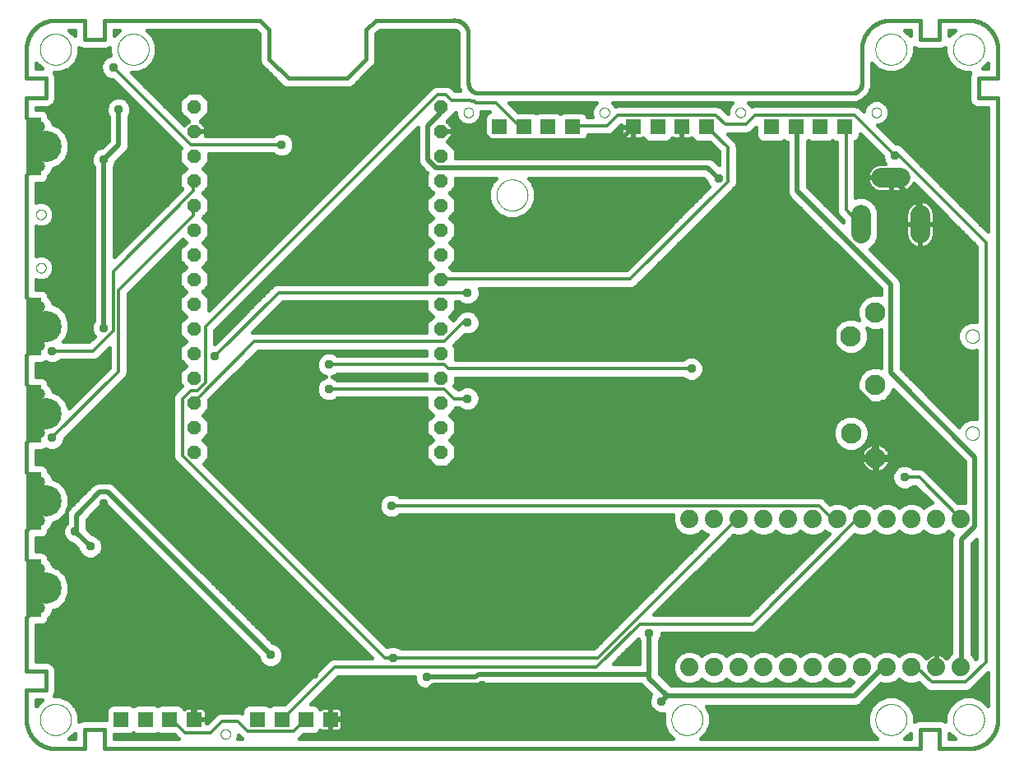
<source format=gbl>
G75*
%MOIN*%
%OFA0B0*%
%FSLAX25Y25*%
%IPPOS*%
%LPD*%
%AMOC8*
5,1,8,0,0,1.08239X$1,22.5*
%
%ADD10C,0.00000*%
%ADD11C,0.01600*%
%ADD12C,0.04724*%
%ADD13C,0.12661*%
%ADD14R,0.05906X0.23622*%
%ADD15R,0.06000X0.06000*%
%ADD16C,0.07400*%
%ADD17OC8,0.05600*%
%ADD18C,0.07874*%
%ADD19C,0.08268*%
%ADD20C,0.02000*%
%ADD21C,0.03750*%
%ADD22C,0.01200*%
D10*
X0051847Y0030793D02*
X0051849Y0030951D01*
X0051855Y0031109D01*
X0051865Y0031267D01*
X0051879Y0031425D01*
X0051897Y0031582D01*
X0051918Y0031739D01*
X0051944Y0031895D01*
X0051974Y0032051D01*
X0052007Y0032206D01*
X0052045Y0032359D01*
X0052086Y0032512D01*
X0052131Y0032664D01*
X0052180Y0032815D01*
X0052233Y0032964D01*
X0052289Y0033112D01*
X0052349Y0033258D01*
X0052413Y0033403D01*
X0052481Y0033546D01*
X0052552Y0033688D01*
X0052626Y0033828D01*
X0052704Y0033965D01*
X0052786Y0034101D01*
X0052870Y0034235D01*
X0052959Y0034366D01*
X0053050Y0034495D01*
X0053145Y0034622D01*
X0053242Y0034747D01*
X0053343Y0034869D01*
X0053447Y0034988D01*
X0053554Y0035105D01*
X0053664Y0035219D01*
X0053777Y0035330D01*
X0053892Y0035439D01*
X0054010Y0035544D01*
X0054131Y0035646D01*
X0054254Y0035746D01*
X0054380Y0035842D01*
X0054508Y0035935D01*
X0054638Y0036025D01*
X0054771Y0036111D01*
X0054906Y0036195D01*
X0055042Y0036274D01*
X0055181Y0036351D01*
X0055322Y0036423D01*
X0055464Y0036493D01*
X0055608Y0036558D01*
X0055754Y0036620D01*
X0055901Y0036678D01*
X0056050Y0036733D01*
X0056200Y0036784D01*
X0056351Y0036831D01*
X0056503Y0036874D01*
X0056656Y0036913D01*
X0056811Y0036949D01*
X0056966Y0036980D01*
X0057122Y0037008D01*
X0057278Y0037032D01*
X0057435Y0037052D01*
X0057593Y0037068D01*
X0057750Y0037080D01*
X0057909Y0037088D01*
X0058067Y0037092D01*
X0058225Y0037092D01*
X0058383Y0037088D01*
X0058542Y0037080D01*
X0058699Y0037068D01*
X0058857Y0037052D01*
X0059014Y0037032D01*
X0059170Y0037008D01*
X0059326Y0036980D01*
X0059481Y0036949D01*
X0059636Y0036913D01*
X0059789Y0036874D01*
X0059941Y0036831D01*
X0060092Y0036784D01*
X0060242Y0036733D01*
X0060391Y0036678D01*
X0060538Y0036620D01*
X0060684Y0036558D01*
X0060828Y0036493D01*
X0060970Y0036423D01*
X0061111Y0036351D01*
X0061250Y0036274D01*
X0061386Y0036195D01*
X0061521Y0036111D01*
X0061654Y0036025D01*
X0061784Y0035935D01*
X0061912Y0035842D01*
X0062038Y0035746D01*
X0062161Y0035646D01*
X0062282Y0035544D01*
X0062400Y0035439D01*
X0062515Y0035330D01*
X0062628Y0035219D01*
X0062738Y0035105D01*
X0062845Y0034988D01*
X0062949Y0034869D01*
X0063050Y0034747D01*
X0063147Y0034622D01*
X0063242Y0034495D01*
X0063333Y0034366D01*
X0063422Y0034235D01*
X0063506Y0034101D01*
X0063588Y0033965D01*
X0063666Y0033828D01*
X0063740Y0033688D01*
X0063811Y0033546D01*
X0063879Y0033403D01*
X0063943Y0033258D01*
X0064003Y0033112D01*
X0064059Y0032964D01*
X0064112Y0032815D01*
X0064161Y0032664D01*
X0064206Y0032512D01*
X0064247Y0032359D01*
X0064285Y0032206D01*
X0064318Y0032051D01*
X0064348Y0031895D01*
X0064374Y0031739D01*
X0064395Y0031582D01*
X0064413Y0031425D01*
X0064427Y0031267D01*
X0064437Y0031109D01*
X0064443Y0030951D01*
X0064445Y0030793D01*
X0064443Y0030635D01*
X0064437Y0030477D01*
X0064427Y0030319D01*
X0064413Y0030161D01*
X0064395Y0030004D01*
X0064374Y0029847D01*
X0064348Y0029691D01*
X0064318Y0029535D01*
X0064285Y0029380D01*
X0064247Y0029227D01*
X0064206Y0029074D01*
X0064161Y0028922D01*
X0064112Y0028771D01*
X0064059Y0028622D01*
X0064003Y0028474D01*
X0063943Y0028328D01*
X0063879Y0028183D01*
X0063811Y0028040D01*
X0063740Y0027898D01*
X0063666Y0027758D01*
X0063588Y0027621D01*
X0063506Y0027485D01*
X0063422Y0027351D01*
X0063333Y0027220D01*
X0063242Y0027091D01*
X0063147Y0026964D01*
X0063050Y0026839D01*
X0062949Y0026717D01*
X0062845Y0026598D01*
X0062738Y0026481D01*
X0062628Y0026367D01*
X0062515Y0026256D01*
X0062400Y0026147D01*
X0062282Y0026042D01*
X0062161Y0025940D01*
X0062038Y0025840D01*
X0061912Y0025744D01*
X0061784Y0025651D01*
X0061654Y0025561D01*
X0061521Y0025475D01*
X0061386Y0025391D01*
X0061250Y0025312D01*
X0061111Y0025235D01*
X0060970Y0025163D01*
X0060828Y0025093D01*
X0060684Y0025028D01*
X0060538Y0024966D01*
X0060391Y0024908D01*
X0060242Y0024853D01*
X0060092Y0024802D01*
X0059941Y0024755D01*
X0059789Y0024712D01*
X0059636Y0024673D01*
X0059481Y0024637D01*
X0059326Y0024606D01*
X0059170Y0024578D01*
X0059014Y0024554D01*
X0058857Y0024534D01*
X0058699Y0024518D01*
X0058542Y0024506D01*
X0058383Y0024498D01*
X0058225Y0024494D01*
X0058067Y0024494D01*
X0057909Y0024498D01*
X0057750Y0024506D01*
X0057593Y0024518D01*
X0057435Y0024534D01*
X0057278Y0024554D01*
X0057122Y0024578D01*
X0056966Y0024606D01*
X0056811Y0024637D01*
X0056656Y0024673D01*
X0056503Y0024712D01*
X0056351Y0024755D01*
X0056200Y0024802D01*
X0056050Y0024853D01*
X0055901Y0024908D01*
X0055754Y0024966D01*
X0055608Y0025028D01*
X0055464Y0025093D01*
X0055322Y0025163D01*
X0055181Y0025235D01*
X0055042Y0025312D01*
X0054906Y0025391D01*
X0054771Y0025475D01*
X0054638Y0025561D01*
X0054508Y0025651D01*
X0054380Y0025744D01*
X0054254Y0025840D01*
X0054131Y0025940D01*
X0054010Y0026042D01*
X0053892Y0026147D01*
X0053777Y0026256D01*
X0053664Y0026367D01*
X0053554Y0026481D01*
X0053447Y0026598D01*
X0053343Y0026717D01*
X0053242Y0026839D01*
X0053145Y0026964D01*
X0053050Y0027091D01*
X0052959Y0027220D01*
X0052870Y0027351D01*
X0052786Y0027485D01*
X0052704Y0027621D01*
X0052626Y0027758D01*
X0052552Y0027898D01*
X0052481Y0028040D01*
X0052413Y0028183D01*
X0052349Y0028328D01*
X0052289Y0028474D01*
X0052233Y0028622D01*
X0052180Y0028771D01*
X0052131Y0028922D01*
X0052086Y0029074D01*
X0052045Y0029227D01*
X0052007Y0029380D01*
X0051974Y0029535D01*
X0051944Y0029691D01*
X0051918Y0029847D01*
X0051897Y0030004D01*
X0051879Y0030161D01*
X0051865Y0030319D01*
X0051855Y0030477D01*
X0051849Y0030635D01*
X0051847Y0030793D01*
X0125074Y0024887D02*
X0125076Y0024975D01*
X0125082Y0025063D01*
X0125092Y0025151D01*
X0125106Y0025239D01*
X0125123Y0025325D01*
X0125145Y0025411D01*
X0125170Y0025495D01*
X0125200Y0025579D01*
X0125232Y0025661D01*
X0125269Y0025741D01*
X0125309Y0025820D01*
X0125353Y0025897D01*
X0125400Y0025972D01*
X0125450Y0026044D01*
X0125504Y0026115D01*
X0125560Y0026182D01*
X0125620Y0026248D01*
X0125682Y0026310D01*
X0125748Y0026370D01*
X0125815Y0026426D01*
X0125886Y0026480D01*
X0125958Y0026530D01*
X0126033Y0026577D01*
X0126110Y0026621D01*
X0126189Y0026661D01*
X0126269Y0026698D01*
X0126351Y0026730D01*
X0126435Y0026760D01*
X0126519Y0026785D01*
X0126605Y0026807D01*
X0126691Y0026824D01*
X0126779Y0026838D01*
X0126867Y0026848D01*
X0126955Y0026854D01*
X0127043Y0026856D01*
X0127131Y0026854D01*
X0127219Y0026848D01*
X0127307Y0026838D01*
X0127395Y0026824D01*
X0127481Y0026807D01*
X0127567Y0026785D01*
X0127651Y0026760D01*
X0127735Y0026730D01*
X0127817Y0026698D01*
X0127897Y0026661D01*
X0127976Y0026621D01*
X0128053Y0026577D01*
X0128128Y0026530D01*
X0128200Y0026480D01*
X0128271Y0026426D01*
X0128338Y0026370D01*
X0128404Y0026310D01*
X0128466Y0026248D01*
X0128526Y0026182D01*
X0128582Y0026115D01*
X0128636Y0026044D01*
X0128686Y0025972D01*
X0128733Y0025897D01*
X0128777Y0025820D01*
X0128817Y0025741D01*
X0128854Y0025661D01*
X0128886Y0025579D01*
X0128916Y0025495D01*
X0128941Y0025411D01*
X0128963Y0025325D01*
X0128980Y0025239D01*
X0128994Y0025151D01*
X0129004Y0025063D01*
X0129010Y0024975D01*
X0129012Y0024887D01*
X0129010Y0024799D01*
X0129004Y0024711D01*
X0128994Y0024623D01*
X0128980Y0024535D01*
X0128963Y0024449D01*
X0128941Y0024363D01*
X0128916Y0024279D01*
X0128886Y0024195D01*
X0128854Y0024113D01*
X0128817Y0024033D01*
X0128777Y0023954D01*
X0128733Y0023877D01*
X0128686Y0023802D01*
X0128636Y0023730D01*
X0128582Y0023659D01*
X0128526Y0023592D01*
X0128466Y0023526D01*
X0128404Y0023464D01*
X0128338Y0023404D01*
X0128271Y0023348D01*
X0128200Y0023294D01*
X0128128Y0023244D01*
X0128053Y0023197D01*
X0127976Y0023153D01*
X0127897Y0023113D01*
X0127817Y0023076D01*
X0127735Y0023044D01*
X0127651Y0023014D01*
X0127567Y0022989D01*
X0127481Y0022967D01*
X0127395Y0022950D01*
X0127307Y0022936D01*
X0127219Y0022926D01*
X0127131Y0022920D01*
X0127043Y0022918D01*
X0126955Y0022920D01*
X0126867Y0022926D01*
X0126779Y0022936D01*
X0126691Y0022950D01*
X0126605Y0022967D01*
X0126519Y0022989D01*
X0126435Y0023014D01*
X0126351Y0023044D01*
X0126269Y0023076D01*
X0126189Y0023113D01*
X0126110Y0023153D01*
X0126033Y0023197D01*
X0125958Y0023244D01*
X0125886Y0023294D01*
X0125815Y0023348D01*
X0125748Y0023404D01*
X0125682Y0023464D01*
X0125620Y0023526D01*
X0125560Y0023592D01*
X0125504Y0023659D01*
X0125450Y0023730D01*
X0125400Y0023802D01*
X0125353Y0023877D01*
X0125309Y0023954D01*
X0125269Y0024033D01*
X0125232Y0024113D01*
X0125200Y0024195D01*
X0125170Y0024279D01*
X0125145Y0024363D01*
X0125123Y0024449D01*
X0125106Y0024535D01*
X0125092Y0024623D01*
X0125082Y0024711D01*
X0125076Y0024799D01*
X0125074Y0024887D01*
X0125076Y0024975D01*
X0125082Y0025063D01*
X0125092Y0025151D01*
X0125106Y0025239D01*
X0125123Y0025325D01*
X0125145Y0025411D01*
X0125170Y0025495D01*
X0125200Y0025579D01*
X0125232Y0025661D01*
X0125269Y0025741D01*
X0125309Y0025820D01*
X0125353Y0025897D01*
X0125400Y0025972D01*
X0125450Y0026044D01*
X0125504Y0026115D01*
X0125560Y0026182D01*
X0125620Y0026248D01*
X0125682Y0026310D01*
X0125748Y0026370D01*
X0125815Y0026426D01*
X0125886Y0026480D01*
X0125958Y0026530D01*
X0126033Y0026577D01*
X0126110Y0026621D01*
X0126189Y0026661D01*
X0126269Y0026698D01*
X0126351Y0026730D01*
X0126435Y0026760D01*
X0126519Y0026785D01*
X0126605Y0026807D01*
X0126691Y0026824D01*
X0126779Y0026838D01*
X0126867Y0026848D01*
X0126955Y0026854D01*
X0127043Y0026856D01*
X0127131Y0026854D01*
X0127219Y0026848D01*
X0127307Y0026838D01*
X0127395Y0026824D01*
X0127481Y0026807D01*
X0127567Y0026785D01*
X0127651Y0026760D01*
X0127735Y0026730D01*
X0127817Y0026698D01*
X0127897Y0026661D01*
X0127976Y0026621D01*
X0128053Y0026577D01*
X0128128Y0026530D01*
X0128200Y0026480D01*
X0128271Y0026426D01*
X0128338Y0026370D01*
X0128404Y0026310D01*
X0128466Y0026248D01*
X0128526Y0026182D01*
X0128582Y0026115D01*
X0128636Y0026044D01*
X0128686Y0025972D01*
X0128733Y0025897D01*
X0128777Y0025820D01*
X0128817Y0025741D01*
X0128854Y0025661D01*
X0128886Y0025579D01*
X0128916Y0025495D01*
X0128941Y0025411D01*
X0128963Y0025325D01*
X0128980Y0025239D01*
X0128994Y0025151D01*
X0129004Y0025063D01*
X0129010Y0024975D01*
X0129012Y0024887D01*
X0129010Y0024799D01*
X0129004Y0024711D01*
X0128994Y0024623D01*
X0128980Y0024535D01*
X0128963Y0024449D01*
X0128941Y0024363D01*
X0128916Y0024279D01*
X0128886Y0024195D01*
X0128854Y0024113D01*
X0128817Y0024033D01*
X0128777Y0023954D01*
X0128733Y0023877D01*
X0128686Y0023802D01*
X0128636Y0023730D01*
X0128582Y0023659D01*
X0128526Y0023592D01*
X0128466Y0023526D01*
X0128404Y0023464D01*
X0128338Y0023404D01*
X0128271Y0023348D01*
X0128200Y0023294D01*
X0128128Y0023244D01*
X0128053Y0023197D01*
X0127976Y0023153D01*
X0127897Y0023113D01*
X0127817Y0023076D01*
X0127735Y0023044D01*
X0127651Y0023014D01*
X0127567Y0022989D01*
X0127481Y0022967D01*
X0127395Y0022950D01*
X0127307Y0022936D01*
X0127219Y0022926D01*
X0127131Y0022920D01*
X0127043Y0022918D01*
X0126955Y0022920D01*
X0126867Y0022926D01*
X0126779Y0022936D01*
X0126691Y0022950D01*
X0126605Y0022967D01*
X0126519Y0022989D01*
X0126435Y0023014D01*
X0126351Y0023044D01*
X0126269Y0023076D01*
X0126189Y0023113D01*
X0126110Y0023153D01*
X0126033Y0023197D01*
X0125958Y0023244D01*
X0125886Y0023294D01*
X0125815Y0023348D01*
X0125748Y0023404D01*
X0125682Y0023464D01*
X0125620Y0023526D01*
X0125560Y0023592D01*
X0125504Y0023659D01*
X0125450Y0023730D01*
X0125400Y0023802D01*
X0125353Y0023877D01*
X0125309Y0023954D01*
X0125269Y0024033D01*
X0125232Y0024113D01*
X0125200Y0024195D01*
X0125170Y0024279D01*
X0125145Y0024363D01*
X0125123Y0024449D01*
X0125106Y0024535D01*
X0125092Y0024623D01*
X0125082Y0024711D01*
X0125076Y0024799D01*
X0125074Y0024887D01*
X0307752Y0030793D02*
X0307754Y0030951D01*
X0307760Y0031109D01*
X0307770Y0031267D01*
X0307784Y0031425D01*
X0307802Y0031582D01*
X0307823Y0031739D01*
X0307849Y0031895D01*
X0307879Y0032051D01*
X0307912Y0032206D01*
X0307950Y0032359D01*
X0307991Y0032512D01*
X0308036Y0032664D01*
X0308085Y0032815D01*
X0308138Y0032964D01*
X0308194Y0033112D01*
X0308254Y0033258D01*
X0308318Y0033403D01*
X0308386Y0033546D01*
X0308457Y0033688D01*
X0308531Y0033828D01*
X0308609Y0033965D01*
X0308691Y0034101D01*
X0308775Y0034235D01*
X0308864Y0034366D01*
X0308955Y0034495D01*
X0309050Y0034622D01*
X0309147Y0034747D01*
X0309248Y0034869D01*
X0309352Y0034988D01*
X0309459Y0035105D01*
X0309569Y0035219D01*
X0309682Y0035330D01*
X0309797Y0035439D01*
X0309915Y0035544D01*
X0310036Y0035646D01*
X0310159Y0035746D01*
X0310285Y0035842D01*
X0310413Y0035935D01*
X0310543Y0036025D01*
X0310676Y0036111D01*
X0310811Y0036195D01*
X0310947Y0036274D01*
X0311086Y0036351D01*
X0311227Y0036423D01*
X0311369Y0036493D01*
X0311513Y0036558D01*
X0311659Y0036620D01*
X0311806Y0036678D01*
X0311955Y0036733D01*
X0312105Y0036784D01*
X0312256Y0036831D01*
X0312408Y0036874D01*
X0312561Y0036913D01*
X0312716Y0036949D01*
X0312871Y0036980D01*
X0313027Y0037008D01*
X0313183Y0037032D01*
X0313340Y0037052D01*
X0313498Y0037068D01*
X0313655Y0037080D01*
X0313814Y0037088D01*
X0313972Y0037092D01*
X0314130Y0037092D01*
X0314288Y0037088D01*
X0314447Y0037080D01*
X0314604Y0037068D01*
X0314762Y0037052D01*
X0314919Y0037032D01*
X0315075Y0037008D01*
X0315231Y0036980D01*
X0315386Y0036949D01*
X0315541Y0036913D01*
X0315694Y0036874D01*
X0315846Y0036831D01*
X0315997Y0036784D01*
X0316147Y0036733D01*
X0316296Y0036678D01*
X0316443Y0036620D01*
X0316589Y0036558D01*
X0316733Y0036493D01*
X0316875Y0036423D01*
X0317016Y0036351D01*
X0317155Y0036274D01*
X0317291Y0036195D01*
X0317426Y0036111D01*
X0317559Y0036025D01*
X0317689Y0035935D01*
X0317817Y0035842D01*
X0317943Y0035746D01*
X0318066Y0035646D01*
X0318187Y0035544D01*
X0318305Y0035439D01*
X0318420Y0035330D01*
X0318533Y0035219D01*
X0318643Y0035105D01*
X0318750Y0034988D01*
X0318854Y0034869D01*
X0318955Y0034747D01*
X0319052Y0034622D01*
X0319147Y0034495D01*
X0319238Y0034366D01*
X0319327Y0034235D01*
X0319411Y0034101D01*
X0319493Y0033965D01*
X0319571Y0033828D01*
X0319645Y0033688D01*
X0319716Y0033546D01*
X0319784Y0033403D01*
X0319848Y0033258D01*
X0319908Y0033112D01*
X0319964Y0032964D01*
X0320017Y0032815D01*
X0320066Y0032664D01*
X0320111Y0032512D01*
X0320152Y0032359D01*
X0320190Y0032206D01*
X0320223Y0032051D01*
X0320253Y0031895D01*
X0320279Y0031739D01*
X0320300Y0031582D01*
X0320318Y0031425D01*
X0320332Y0031267D01*
X0320342Y0031109D01*
X0320348Y0030951D01*
X0320350Y0030793D01*
X0320348Y0030635D01*
X0320342Y0030477D01*
X0320332Y0030319D01*
X0320318Y0030161D01*
X0320300Y0030004D01*
X0320279Y0029847D01*
X0320253Y0029691D01*
X0320223Y0029535D01*
X0320190Y0029380D01*
X0320152Y0029227D01*
X0320111Y0029074D01*
X0320066Y0028922D01*
X0320017Y0028771D01*
X0319964Y0028622D01*
X0319908Y0028474D01*
X0319848Y0028328D01*
X0319784Y0028183D01*
X0319716Y0028040D01*
X0319645Y0027898D01*
X0319571Y0027758D01*
X0319493Y0027621D01*
X0319411Y0027485D01*
X0319327Y0027351D01*
X0319238Y0027220D01*
X0319147Y0027091D01*
X0319052Y0026964D01*
X0318955Y0026839D01*
X0318854Y0026717D01*
X0318750Y0026598D01*
X0318643Y0026481D01*
X0318533Y0026367D01*
X0318420Y0026256D01*
X0318305Y0026147D01*
X0318187Y0026042D01*
X0318066Y0025940D01*
X0317943Y0025840D01*
X0317817Y0025744D01*
X0317689Y0025651D01*
X0317559Y0025561D01*
X0317426Y0025475D01*
X0317291Y0025391D01*
X0317155Y0025312D01*
X0317016Y0025235D01*
X0316875Y0025163D01*
X0316733Y0025093D01*
X0316589Y0025028D01*
X0316443Y0024966D01*
X0316296Y0024908D01*
X0316147Y0024853D01*
X0315997Y0024802D01*
X0315846Y0024755D01*
X0315694Y0024712D01*
X0315541Y0024673D01*
X0315386Y0024637D01*
X0315231Y0024606D01*
X0315075Y0024578D01*
X0314919Y0024554D01*
X0314762Y0024534D01*
X0314604Y0024518D01*
X0314447Y0024506D01*
X0314288Y0024498D01*
X0314130Y0024494D01*
X0313972Y0024494D01*
X0313814Y0024498D01*
X0313655Y0024506D01*
X0313498Y0024518D01*
X0313340Y0024534D01*
X0313183Y0024554D01*
X0313027Y0024578D01*
X0312871Y0024606D01*
X0312716Y0024637D01*
X0312561Y0024673D01*
X0312408Y0024712D01*
X0312256Y0024755D01*
X0312105Y0024802D01*
X0311955Y0024853D01*
X0311806Y0024908D01*
X0311659Y0024966D01*
X0311513Y0025028D01*
X0311369Y0025093D01*
X0311227Y0025163D01*
X0311086Y0025235D01*
X0310947Y0025312D01*
X0310811Y0025391D01*
X0310676Y0025475D01*
X0310543Y0025561D01*
X0310413Y0025651D01*
X0310285Y0025744D01*
X0310159Y0025840D01*
X0310036Y0025940D01*
X0309915Y0026042D01*
X0309797Y0026147D01*
X0309682Y0026256D01*
X0309569Y0026367D01*
X0309459Y0026481D01*
X0309352Y0026598D01*
X0309248Y0026717D01*
X0309147Y0026839D01*
X0309050Y0026964D01*
X0308955Y0027091D01*
X0308864Y0027220D01*
X0308775Y0027351D01*
X0308691Y0027485D01*
X0308609Y0027621D01*
X0308531Y0027758D01*
X0308457Y0027898D01*
X0308386Y0028040D01*
X0308318Y0028183D01*
X0308254Y0028328D01*
X0308194Y0028474D01*
X0308138Y0028622D01*
X0308085Y0028771D01*
X0308036Y0028922D01*
X0307991Y0029074D01*
X0307950Y0029227D01*
X0307912Y0029380D01*
X0307879Y0029535D01*
X0307849Y0029691D01*
X0307823Y0029847D01*
X0307802Y0030004D01*
X0307784Y0030161D01*
X0307770Y0030319D01*
X0307760Y0030477D01*
X0307754Y0030635D01*
X0307752Y0030793D01*
X0390429Y0030793D02*
X0390431Y0030951D01*
X0390437Y0031109D01*
X0390447Y0031267D01*
X0390461Y0031425D01*
X0390479Y0031582D01*
X0390500Y0031739D01*
X0390526Y0031895D01*
X0390556Y0032051D01*
X0390589Y0032206D01*
X0390627Y0032359D01*
X0390668Y0032512D01*
X0390713Y0032664D01*
X0390762Y0032815D01*
X0390815Y0032964D01*
X0390871Y0033112D01*
X0390931Y0033258D01*
X0390995Y0033403D01*
X0391063Y0033546D01*
X0391134Y0033688D01*
X0391208Y0033828D01*
X0391286Y0033965D01*
X0391368Y0034101D01*
X0391452Y0034235D01*
X0391541Y0034366D01*
X0391632Y0034495D01*
X0391727Y0034622D01*
X0391824Y0034747D01*
X0391925Y0034869D01*
X0392029Y0034988D01*
X0392136Y0035105D01*
X0392246Y0035219D01*
X0392359Y0035330D01*
X0392474Y0035439D01*
X0392592Y0035544D01*
X0392713Y0035646D01*
X0392836Y0035746D01*
X0392962Y0035842D01*
X0393090Y0035935D01*
X0393220Y0036025D01*
X0393353Y0036111D01*
X0393488Y0036195D01*
X0393624Y0036274D01*
X0393763Y0036351D01*
X0393904Y0036423D01*
X0394046Y0036493D01*
X0394190Y0036558D01*
X0394336Y0036620D01*
X0394483Y0036678D01*
X0394632Y0036733D01*
X0394782Y0036784D01*
X0394933Y0036831D01*
X0395085Y0036874D01*
X0395238Y0036913D01*
X0395393Y0036949D01*
X0395548Y0036980D01*
X0395704Y0037008D01*
X0395860Y0037032D01*
X0396017Y0037052D01*
X0396175Y0037068D01*
X0396332Y0037080D01*
X0396491Y0037088D01*
X0396649Y0037092D01*
X0396807Y0037092D01*
X0396965Y0037088D01*
X0397124Y0037080D01*
X0397281Y0037068D01*
X0397439Y0037052D01*
X0397596Y0037032D01*
X0397752Y0037008D01*
X0397908Y0036980D01*
X0398063Y0036949D01*
X0398218Y0036913D01*
X0398371Y0036874D01*
X0398523Y0036831D01*
X0398674Y0036784D01*
X0398824Y0036733D01*
X0398973Y0036678D01*
X0399120Y0036620D01*
X0399266Y0036558D01*
X0399410Y0036493D01*
X0399552Y0036423D01*
X0399693Y0036351D01*
X0399832Y0036274D01*
X0399968Y0036195D01*
X0400103Y0036111D01*
X0400236Y0036025D01*
X0400366Y0035935D01*
X0400494Y0035842D01*
X0400620Y0035746D01*
X0400743Y0035646D01*
X0400864Y0035544D01*
X0400982Y0035439D01*
X0401097Y0035330D01*
X0401210Y0035219D01*
X0401320Y0035105D01*
X0401427Y0034988D01*
X0401531Y0034869D01*
X0401632Y0034747D01*
X0401729Y0034622D01*
X0401824Y0034495D01*
X0401915Y0034366D01*
X0402004Y0034235D01*
X0402088Y0034101D01*
X0402170Y0033965D01*
X0402248Y0033828D01*
X0402322Y0033688D01*
X0402393Y0033546D01*
X0402461Y0033403D01*
X0402525Y0033258D01*
X0402585Y0033112D01*
X0402641Y0032964D01*
X0402694Y0032815D01*
X0402743Y0032664D01*
X0402788Y0032512D01*
X0402829Y0032359D01*
X0402867Y0032206D01*
X0402900Y0032051D01*
X0402930Y0031895D01*
X0402956Y0031739D01*
X0402977Y0031582D01*
X0402995Y0031425D01*
X0403009Y0031267D01*
X0403019Y0031109D01*
X0403025Y0030951D01*
X0403027Y0030793D01*
X0403025Y0030635D01*
X0403019Y0030477D01*
X0403009Y0030319D01*
X0402995Y0030161D01*
X0402977Y0030004D01*
X0402956Y0029847D01*
X0402930Y0029691D01*
X0402900Y0029535D01*
X0402867Y0029380D01*
X0402829Y0029227D01*
X0402788Y0029074D01*
X0402743Y0028922D01*
X0402694Y0028771D01*
X0402641Y0028622D01*
X0402585Y0028474D01*
X0402525Y0028328D01*
X0402461Y0028183D01*
X0402393Y0028040D01*
X0402322Y0027898D01*
X0402248Y0027758D01*
X0402170Y0027621D01*
X0402088Y0027485D01*
X0402004Y0027351D01*
X0401915Y0027220D01*
X0401824Y0027091D01*
X0401729Y0026964D01*
X0401632Y0026839D01*
X0401531Y0026717D01*
X0401427Y0026598D01*
X0401320Y0026481D01*
X0401210Y0026367D01*
X0401097Y0026256D01*
X0400982Y0026147D01*
X0400864Y0026042D01*
X0400743Y0025940D01*
X0400620Y0025840D01*
X0400494Y0025744D01*
X0400366Y0025651D01*
X0400236Y0025561D01*
X0400103Y0025475D01*
X0399968Y0025391D01*
X0399832Y0025312D01*
X0399693Y0025235D01*
X0399552Y0025163D01*
X0399410Y0025093D01*
X0399266Y0025028D01*
X0399120Y0024966D01*
X0398973Y0024908D01*
X0398824Y0024853D01*
X0398674Y0024802D01*
X0398523Y0024755D01*
X0398371Y0024712D01*
X0398218Y0024673D01*
X0398063Y0024637D01*
X0397908Y0024606D01*
X0397752Y0024578D01*
X0397596Y0024554D01*
X0397439Y0024534D01*
X0397281Y0024518D01*
X0397124Y0024506D01*
X0396965Y0024498D01*
X0396807Y0024494D01*
X0396649Y0024494D01*
X0396491Y0024498D01*
X0396332Y0024506D01*
X0396175Y0024518D01*
X0396017Y0024534D01*
X0395860Y0024554D01*
X0395704Y0024578D01*
X0395548Y0024606D01*
X0395393Y0024637D01*
X0395238Y0024673D01*
X0395085Y0024712D01*
X0394933Y0024755D01*
X0394782Y0024802D01*
X0394632Y0024853D01*
X0394483Y0024908D01*
X0394336Y0024966D01*
X0394190Y0025028D01*
X0394046Y0025093D01*
X0393904Y0025163D01*
X0393763Y0025235D01*
X0393624Y0025312D01*
X0393488Y0025391D01*
X0393353Y0025475D01*
X0393220Y0025561D01*
X0393090Y0025651D01*
X0392962Y0025744D01*
X0392836Y0025840D01*
X0392713Y0025940D01*
X0392592Y0026042D01*
X0392474Y0026147D01*
X0392359Y0026256D01*
X0392246Y0026367D01*
X0392136Y0026481D01*
X0392029Y0026598D01*
X0391925Y0026717D01*
X0391824Y0026839D01*
X0391727Y0026964D01*
X0391632Y0027091D01*
X0391541Y0027220D01*
X0391452Y0027351D01*
X0391368Y0027485D01*
X0391286Y0027621D01*
X0391208Y0027758D01*
X0391134Y0027898D01*
X0391063Y0028040D01*
X0390995Y0028183D01*
X0390931Y0028328D01*
X0390871Y0028474D01*
X0390815Y0028622D01*
X0390762Y0028771D01*
X0390713Y0028922D01*
X0390668Y0029074D01*
X0390627Y0029227D01*
X0390589Y0029380D01*
X0390556Y0029535D01*
X0390526Y0029691D01*
X0390500Y0029847D01*
X0390479Y0030004D01*
X0390461Y0030161D01*
X0390447Y0030319D01*
X0390437Y0030477D01*
X0390431Y0030635D01*
X0390429Y0030793D01*
X0421925Y0030793D02*
X0421927Y0030951D01*
X0421933Y0031109D01*
X0421943Y0031267D01*
X0421957Y0031425D01*
X0421975Y0031582D01*
X0421996Y0031739D01*
X0422022Y0031895D01*
X0422052Y0032051D01*
X0422085Y0032206D01*
X0422123Y0032359D01*
X0422164Y0032512D01*
X0422209Y0032664D01*
X0422258Y0032815D01*
X0422311Y0032964D01*
X0422367Y0033112D01*
X0422427Y0033258D01*
X0422491Y0033403D01*
X0422559Y0033546D01*
X0422630Y0033688D01*
X0422704Y0033828D01*
X0422782Y0033965D01*
X0422864Y0034101D01*
X0422948Y0034235D01*
X0423037Y0034366D01*
X0423128Y0034495D01*
X0423223Y0034622D01*
X0423320Y0034747D01*
X0423421Y0034869D01*
X0423525Y0034988D01*
X0423632Y0035105D01*
X0423742Y0035219D01*
X0423855Y0035330D01*
X0423970Y0035439D01*
X0424088Y0035544D01*
X0424209Y0035646D01*
X0424332Y0035746D01*
X0424458Y0035842D01*
X0424586Y0035935D01*
X0424716Y0036025D01*
X0424849Y0036111D01*
X0424984Y0036195D01*
X0425120Y0036274D01*
X0425259Y0036351D01*
X0425400Y0036423D01*
X0425542Y0036493D01*
X0425686Y0036558D01*
X0425832Y0036620D01*
X0425979Y0036678D01*
X0426128Y0036733D01*
X0426278Y0036784D01*
X0426429Y0036831D01*
X0426581Y0036874D01*
X0426734Y0036913D01*
X0426889Y0036949D01*
X0427044Y0036980D01*
X0427200Y0037008D01*
X0427356Y0037032D01*
X0427513Y0037052D01*
X0427671Y0037068D01*
X0427828Y0037080D01*
X0427987Y0037088D01*
X0428145Y0037092D01*
X0428303Y0037092D01*
X0428461Y0037088D01*
X0428620Y0037080D01*
X0428777Y0037068D01*
X0428935Y0037052D01*
X0429092Y0037032D01*
X0429248Y0037008D01*
X0429404Y0036980D01*
X0429559Y0036949D01*
X0429714Y0036913D01*
X0429867Y0036874D01*
X0430019Y0036831D01*
X0430170Y0036784D01*
X0430320Y0036733D01*
X0430469Y0036678D01*
X0430616Y0036620D01*
X0430762Y0036558D01*
X0430906Y0036493D01*
X0431048Y0036423D01*
X0431189Y0036351D01*
X0431328Y0036274D01*
X0431464Y0036195D01*
X0431599Y0036111D01*
X0431732Y0036025D01*
X0431862Y0035935D01*
X0431990Y0035842D01*
X0432116Y0035746D01*
X0432239Y0035646D01*
X0432360Y0035544D01*
X0432478Y0035439D01*
X0432593Y0035330D01*
X0432706Y0035219D01*
X0432816Y0035105D01*
X0432923Y0034988D01*
X0433027Y0034869D01*
X0433128Y0034747D01*
X0433225Y0034622D01*
X0433320Y0034495D01*
X0433411Y0034366D01*
X0433500Y0034235D01*
X0433584Y0034101D01*
X0433666Y0033965D01*
X0433744Y0033828D01*
X0433818Y0033688D01*
X0433889Y0033546D01*
X0433957Y0033403D01*
X0434021Y0033258D01*
X0434081Y0033112D01*
X0434137Y0032964D01*
X0434190Y0032815D01*
X0434239Y0032664D01*
X0434284Y0032512D01*
X0434325Y0032359D01*
X0434363Y0032206D01*
X0434396Y0032051D01*
X0434426Y0031895D01*
X0434452Y0031739D01*
X0434473Y0031582D01*
X0434491Y0031425D01*
X0434505Y0031267D01*
X0434515Y0031109D01*
X0434521Y0030951D01*
X0434523Y0030793D01*
X0434521Y0030635D01*
X0434515Y0030477D01*
X0434505Y0030319D01*
X0434491Y0030161D01*
X0434473Y0030004D01*
X0434452Y0029847D01*
X0434426Y0029691D01*
X0434396Y0029535D01*
X0434363Y0029380D01*
X0434325Y0029227D01*
X0434284Y0029074D01*
X0434239Y0028922D01*
X0434190Y0028771D01*
X0434137Y0028622D01*
X0434081Y0028474D01*
X0434021Y0028328D01*
X0433957Y0028183D01*
X0433889Y0028040D01*
X0433818Y0027898D01*
X0433744Y0027758D01*
X0433666Y0027621D01*
X0433584Y0027485D01*
X0433500Y0027351D01*
X0433411Y0027220D01*
X0433320Y0027091D01*
X0433225Y0026964D01*
X0433128Y0026839D01*
X0433027Y0026717D01*
X0432923Y0026598D01*
X0432816Y0026481D01*
X0432706Y0026367D01*
X0432593Y0026256D01*
X0432478Y0026147D01*
X0432360Y0026042D01*
X0432239Y0025940D01*
X0432116Y0025840D01*
X0431990Y0025744D01*
X0431862Y0025651D01*
X0431732Y0025561D01*
X0431599Y0025475D01*
X0431464Y0025391D01*
X0431328Y0025312D01*
X0431189Y0025235D01*
X0431048Y0025163D01*
X0430906Y0025093D01*
X0430762Y0025028D01*
X0430616Y0024966D01*
X0430469Y0024908D01*
X0430320Y0024853D01*
X0430170Y0024802D01*
X0430019Y0024755D01*
X0429867Y0024712D01*
X0429714Y0024673D01*
X0429559Y0024637D01*
X0429404Y0024606D01*
X0429248Y0024578D01*
X0429092Y0024554D01*
X0428935Y0024534D01*
X0428777Y0024518D01*
X0428620Y0024506D01*
X0428461Y0024498D01*
X0428303Y0024494D01*
X0428145Y0024494D01*
X0427987Y0024498D01*
X0427828Y0024506D01*
X0427671Y0024518D01*
X0427513Y0024534D01*
X0427356Y0024554D01*
X0427200Y0024578D01*
X0427044Y0024606D01*
X0426889Y0024637D01*
X0426734Y0024673D01*
X0426581Y0024712D01*
X0426429Y0024755D01*
X0426278Y0024802D01*
X0426128Y0024853D01*
X0425979Y0024908D01*
X0425832Y0024966D01*
X0425686Y0025028D01*
X0425542Y0025093D01*
X0425400Y0025163D01*
X0425259Y0025235D01*
X0425120Y0025312D01*
X0424984Y0025391D01*
X0424849Y0025475D01*
X0424716Y0025561D01*
X0424586Y0025651D01*
X0424458Y0025744D01*
X0424332Y0025840D01*
X0424209Y0025940D01*
X0424088Y0026042D01*
X0423970Y0026147D01*
X0423855Y0026256D01*
X0423742Y0026367D01*
X0423632Y0026481D01*
X0423525Y0026598D01*
X0423421Y0026717D01*
X0423320Y0026839D01*
X0423223Y0026964D01*
X0423128Y0027091D01*
X0423037Y0027220D01*
X0422948Y0027351D01*
X0422864Y0027485D01*
X0422782Y0027621D01*
X0422704Y0027758D01*
X0422630Y0027898D01*
X0422559Y0028040D01*
X0422491Y0028183D01*
X0422427Y0028328D01*
X0422367Y0028474D01*
X0422311Y0028622D01*
X0422258Y0028771D01*
X0422209Y0028922D01*
X0422164Y0029074D01*
X0422123Y0029227D01*
X0422085Y0029380D01*
X0422052Y0029535D01*
X0422022Y0029691D01*
X0421996Y0029847D01*
X0421975Y0030004D01*
X0421957Y0030161D01*
X0421943Y0030319D01*
X0421933Y0030477D01*
X0421927Y0030635D01*
X0421925Y0030793D01*
X0426964Y0146856D02*
X0426966Y0146961D01*
X0426972Y0147066D01*
X0426982Y0147170D01*
X0426996Y0147274D01*
X0427014Y0147378D01*
X0427036Y0147480D01*
X0427061Y0147582D01*
X0427091Y0147683D01*
X0427124Y0147782D01*
X0427161Y0147880D01*
X0427202Y0147977D01*
X0427247Y0148072D01*
X0427295Y0148165D01*
X0427346Y0148257D01*
X0427402Y0148346D01*
X0427460Y0148433D01*
X0427522Y0148518D01*
X0427586Y0148601D01*
X0427654Y0148681D01*
X0427725Y0148758D01*
X0427799Y0148832D01*
X0427876Y0148904D01*
X0427955Y0148973D01*
X0428037Y0149038D01*
X0428121Y0149101D01*
X0428208Y0149160D01*
X0428297Y0149216D01*
X0428388Y0149269D01*
X0428481Y0149318D01*
X0428575Y0149363D01*
X0428671Y0149405D01*
X0428769Y0149443D01*
X0428868Y0149477D01*
X0428969Y0149508D01*
X0429070Y0149534D01*
X0429173Y0149557D01*
X0429276Y0149576D01*
X0429380Y0149591D01*
X0429484Y0149602D01*
X0429589Y0149609D01*
X0429694Y0149612D01*
X0429799Y0149611D01*
X0429904Y0149606D01*
X0430008Y0149597D01*
X0430112Y0149584D01*
X0430216Y0149567D01*
X0430319Y0149546D01*
X0430421Y0149521D01*
X0430522Y0149493D01*
X0430621Y0149460D01*
X0430720Y0149424D01*
X0430817Y0149384D01*
X0430912Y0149341D01*
X0431006Y0149293D01*
X0431098Y0149243D01*
X0431188Y0149189D01*
X0431276Y0149131D01*
X0431361Y0149070D01*
X0431444Y0149006D01*
X0431525Y0148939D01*
X0431603Y0148869D01*
X0431678Y0148795D01*
X0431750Y0148720D01*
X0431820Y0148641D01*
X0431886Y0148560D01*
X0431950Y0148476D01*
X0432010Y0148390D01*
X0432066Y0148302D01*
X0432120Y0148211D01*
X0432170Y0148119D01*
X0432216Y0148025D01*
X0432259Y0147929D01*
X0432298Y0147831D01*
X0432333Y0147733D01*
X0432364Y0147632D01*
X0432392Y0147531D01*
X0432416Y0147429D01*
X0432436Y0147326D01*
X0432452Y0147222D01*
X0432464Y0147118D01*
X0432472Y0147013D01*
X0432476Y0146908D01*
X0432476Y0146804D01*
X0432472Y0146699D01*
X0432464Y0146594D01*
X0432452Y0146490D01*
X0432436Y0146386D01*
X0432416Y0146283D01*
X0432392Y0146181D01*
X0432364Y0146080D01*
X0432333Y0145979D01*
X0432298Y0145881D01*
X0432259Y0145783D01*
X0432216Y0145687D01*
X0432170Y0145593D01*
X0432120Y0145501D01*
X0432066Y0145410D01*
X0432010Y0145322D01*
X0431950Y0145236D01*
X0431886Y0145152D01*
X0431820Y0145071D01*
X0431750Y0144992D01*
X0431678Y0144917D01*
X0431603Y0144843D01*
X0431525Y0144773D01*
X0431444Y0144706D01*
X0431361Y0144642D01*
X0431276Y0144581D01*
X0431188Y0144523D01*
X0431098Y0144469D01*
X0431006Y0144419D01*
X0430912Y0144371D01*
X0430817Y0144328D01*
X0430720Y0144288D01*
X0430621Y0144252D01*
X0430522Y0144219D01*
X0430421Y0144191D01*
X0430319Y0144166D01*
X0430216Y0144145D01*
X0430112Y0144128D01*
X0430008Y0144115D01*
X0429904Y0144106D01*
X0429799Y0144101D01*
X0429694Y0144100D01*
X0429589Y0144103D01*
X0429484Y0144110D01*
X0429380Y0144121D01*
X0429276Y0144136D01*
X0429173Y0144155D01*
X0429070Y0144178D01*
X0428969Y0144204D01*
X0428868Y0144235D01*
X0428769Y0144269D01*
X0428671Y0144307D01*
X0428575Y0144349D01*
X0428481Y0144394D01*
X0428388Y0144443D01*
X0428297Y0144496D01*
X0428208Y0144552D01*
X0428121Y0144611D01*
X0428037Y0144674D01*
X0427955Y0144739D01*
X0427876Y0144808D01*
X0427799Y0144880D01*
X0427725Y0144954D01*
X0427654Y0145031D01*
X0427586Y0145111D01*
X0427522Y0145194D01*
X0427460Y0145279D01*
X0427402Y0145366D01*
X0427346Y0145455D01*
X0427295Y0145547D01*
X0427247Y0145640D01*
X0427202Y0145735D01*
X0427161Y0145832D01*
X0427124Y0145930D01*
X0427091Y0146029D01*
X0427061Y0146130D01*
X0427036Y0146232D01*
X0427014Y0146334D01*
X0426996Y0146438D01*
X0426982Y0146542D01*
X0426972Y0146646D01*
X0426966Y0146751D01*
X0426964Y0146856D01*
X0426964Y0186186D02*
X0426966Y0186291D01*
X0426972Y0186396D01*
X0426982Y0186500D01*
X0426996Y0186604D01*
X0427014Y0186708D01*
X0427036Y0186810D01*
X0427061Y0186912D01*
X0427091Y0187013D01*
X0427124Y0187112D01*
X0427161Y0187210D01*
X0427202Y0187307D01*
X0427247Y0187402D01*
X0427295Y0187495D01*
X0427346Y0187587D01*
X0427402Y0187676D01*
X0427460Y0187763D01*
X0427522Y0187848D01*
X0427586Y0187931D01*
X0427654Y0188011D01*
X0427725Y0188088D01*
X0427799Y0188162D01*
X0427876Y0188234D01*
X0427955Y0188303D01*
X0428037Y0188368D01*
X0428121Y0188431D01*
X0428208Y0188490D01*
X0428297Y0188546D01*
X0428388Y0188599D01*
X0428481Y0188648D01*
X0428575Y0188693D01*
X0428671Y0188735D01*
X0428769Y0188773D01*
X0428868Y0188807D01*
X0428969Y0188838D01*
X0429070Y0188864D01*
X0429173Y0188887D01*
X0429276Y0188906D01*
X0429380Y0188921D01*
X0429484Y0188932D01*
X0429589Y0188939D01*
X0429694Y0188942D01*
X0429799Y0188941D01*
X0429904Y0188936D01*
X0430008Y0188927D01*
X0430112Y0188914D01*
X0430216Y0188897D01*
X0430319Y0188876D01*
X0430421Y0188851D01*
X0430522Y0188823D01*
X0430621Y0188790D01*
X0430720Y0188754D01*
X0430817Y0188714D01*
X0430912Y0188671D01*
X0431006Y0188623D01*
X0431098Y0188573D01*
X0431188Y0188519D01*
X0431276Y0188461D01*
X0431361Y0188400D01*
X0431444Y0188336D01*
X0431525Y0188269D01*
X0431603Y0188199D01*
X0431678Y0188125D01*
X0431750Y0188050D01*
X0431820Y0187971D01*
X0431886Y0187890D01*
X0431950Y0187806D01*
X0432010Y0187720D01*
X0432066Y0187632D01*
X0432120Y0187541D01*
X0432170Y0187449D01*
X0432216Y0187355D01*
X0432259Y0187259D01*
X0432298Y0187161D01*
X0432333Y0187063D01*
X0432364Y0186962D01*
X0432392Y0186861D01*
X0432416Y0186759D01*
X0432436Y0186656D01*
X0432452Y0186552D01*
X0432464Y0186448D01*
X0432472Y0186343D01*
X0432476Y0186238D01*
X0432476Y0186134D01*
X0432472Y0186029D01*
X0432464Y0185924D01*
X0432452Y0185820D01*
X0432436Y0185716D01*
X0432416Y0185613D01*
X0432392Y0185511D01*
X0432364Y0185410D01*
X0432333Y0185309D01*
X0432298Y0185211D01*
X0432259Y0185113D01*
X0432216Y0185017D01*
X0432170Y0184923D01*
X0432120Y0184831D01*
X0432066Y0184740D01*
X0432010Y0184652D01*
X0431950Y0184566D01*
X0431886Y0184482D01*
X0431820Y0184401D01*
X0431750Y0184322D01*
X0431678Y0184247D01*
X0431603Y0184173D01*
X0431525Y0184103D01*
X0431444Y0184036D01*
X0431361Y0183972D01*
X0431276Y0183911D01*
X0431188Y0183853D01*
X0431098Y0183799D01*
X0431006Y0183749D01*
X0430912Y0183701D01*
X0430817Y0183658D01*
X0430720Y0183618D01*
X0430621Y0183582D01*
X0430522Y0183549D01*
X0430421Y0183521D01*
X0430319Y0183496D01*
X0430216Y0183475D01*
X0430112Y0183458D01*
X0430008Y0183445D01*
X0429904Y0183436D01*
X0429799Y0183431D01*
X0429694Y0183430D01*
X0429589Y0183433D01*
X0429484Y0183440D01*
X0429380Y0183451D01*
X0429276Y0183466D01*
X0429173Y0183485D01*
X0429070Y0183508D01*
X0428969Y0183534D01*
X0428868Y0183565D01*
X0428769Y0183599D01*
X0428671Y0183637D01*
X0428575Y0183679D01*
X0428481Y0183724D01*
X0428388Y0183773D01*
X0428297Y0183826D01*
X0428208Y0183882D01*
X0428121Y0183941D01*
X0428037Y0184004D01*
X0427955Y0184069D01*
X0427876Y0184138D01*
X0427799Y0184210D01*
X0427725Y0184284D01*
X0427654Y0184361D01*
X0427586Y0184441D01*
X0427522Y0184524D01*
X0427460Y0184609D01*
X0427402Y0184696D01*
X0427346Y0184785D01*
X0427295Y0184877D01*
X0427247Y0184970D01*
X0427202Y0185065D01*
X0427161Y0185162D01*
X0427124Y0185260D01*
X0427091Y0185359D01*
X0427061Y0185460D01*
X0427036Y0185562D01*
X0427014Y0185664D01*
X0426996Y0185768D01*
X0426982Y0185872D01*
X0426972Y0185976D01*
X0426966Y0186081D01*
X0426964Y0186186D01*
X0388854Y0276856D02*
X0388856Y0276944D01*
X0388862Y0277032D01*
X0388872Y0277120D01*
X0388886Y0277208D01*
X0388903Y0277294D01*
X0388925Y0277380D01*
X0388950Y0277464D01*
X0388980Y0277548D01*
X0389012Y0277630D01*
X0389049Y0277710D01*
X0389089Y0277789D01*
X0389133Y0277866D01*
X0389180Y0277941D01*
X0389230Y0278013D01*
X0389284Y0278084D01*
X0389340Y0278151D01*
X0389400Y0278217D01*
X0389462Y0278279D01*
X0389528Y0278339D01*
X0389595Y0278395D01*
X0389666Y0278449D01*
X0389738Y0278499D01*
X0389813Y0278546D01*
X0389890Y0278590D01*
X0389969Y0278630D01*
X0390049Y0278667D01*
X0390131Y0278699D01*
X0390215Y0278729D01*
X0390299Y0278754D01*
X0390385Y0278776D01*
X0390471Y0278793D01*
X0390559Y0278807D01*
X0390647Y0278817D01*
X0390735Y0278823D01*
X0390823Y0278825D01*
X0390911Y0278823D01*
X0390999Y0278817D01*
X0391087Y0278807D01*
X0391175Y0278793D01*
X0391261Y0278776D01*
X0391347Y0278754D01*
X0391431Y0278729D01*
X0391515Y0278699D01*
X0391597Y0278667D01*
X0391677Y0278630D01*
X0391756Y0278590D01*
X0391833Y0278546D01*
X0391908Y0278499D01*
X0391980Y0278449D01*
X0392051Y0278395D01*
X0392118Y0278339D01*
X0392184Y0278279D01*
X0392246Y0278217D01*
X0392306Y0278151D01*
X0392362Y0278084D01*
X0392416Y0278013D01*
X0392466Y0277941D01*
X0392513Y0277866D01*
X0392557Y0277789D01*
X0392597Y0277710D01*
X0392634Y0277630D01*
X0392666Y0277548D01*
X0392696Y0277464D01*
X0392721Y0277380D01*
X0392743Y0277294D01*
X0392760Y0277208D01*
X0392774Y0277120D01*
X0392784Y0277032D01*
X0392790Y0276944D01*
X0392792Y0276856D01*
X0392790Y0276768D01*
X0392784Y0276680D01*
X0392774Y0276592D01*
X0392760Y0276504D01*
X0392743Y0276418D01*
X0392721Y0276332D01*
X0392696Y0276248D01*
X0392666Y0276164D01*
X0392634Y0276082D01*
X0392597Y0276002D01*
X0392557Y0275923D01*
X0392513Y0275846D01*
X0392466Y0275771D01*
X0392416Y0275699D01*
X0392362Y0275628D01*
X0392306Y0275561D01*
X0392246Y0275495D01*
X0392184Y0275433D01*
X0392118Y0275373D01*
X0392051Y0275317D01*
X0391980Y0275263D01*
X0391908Y0275213D01*
X0391833Y0275166D01*
X0391756Y0275122D01*
X0391677Y0275082D01*
X0391597Y0275045D01*
X0391515Y0275013D01*
X0391431Y0274983D01*
X0391347Y0274958D01*
X0391261Y0274936D01*
X0391175Y0274919D01*
X0391087Y0274905D01*
X0390999Y0274895D01*
X0390911Y0274889D01*
X0390823Y0274887D01*
X0390735Y0274889D01*
X0390647Y0274895D01*
X0390559Y0274905D01*
X0390471Y0274919D01*
X0390385Y0274936D01*
X0390299Y0274958D01*
X0390215Y0274983D01*
X0390131Y0275013D01*
X0390049Y0275045D01*
X0389969Y0275082D01*
X0389890Y0275122D01*
X0389813Y0275166D01*
X0389738Y0275213D01*
X0389666Y0275263D01*
X0389595Y0275317D01*
X0389528Y0275373D01*
X0389462Y0275433D01*
X0389400Y0275495D01*
X0389340Y0275561D01*
X0389284Y0275628D01*
X0389230Y0275699D01*
X0389180Y0275771D01*
X0389133Y0275846D01*
X0389089Y0275923D01*
X0389049Y0276002D01*
X0389012Y0276082D01*
X0388980Y0276164D01*
X0388950Y0276248D01*
X0388925Y0276332D01*
X0388903Y0276418D01*
X0388886Y0276504D01*
X0388872Y0276592D01*
X0388862Y0276680D01*
X0388856Y0276768D01*
X0388854Y0276856D01*
X0390429Y0302446D02*
X0390431Y0302604D01*
X0390437Y0302762D01*
X0390447Y0302920D01*
X0390461Y0303078D01*
X0390479Y0303235D01*
X0390500Y0303392D01*
X0390526Y0303548D01*
X0390556Y0303704D01*
X0390589Y0303859D01*
X0390627Y0304012D01*
X0390668Y0304165D01*
X0390713Y0304317D01*
X0390762Y0304468D01*
X0390815Y0304617D01*
X0390871Y0304765D01*
X0390931Y0304911D01*
X0390995Y0305056D01*
X0391063Y0305199D01*
X0391134Y0305341D01*
X0391208Y0305481D01*
X0391286Y0305618D01*
X0391368Y0305754D01*
X0391452Y0305888D01*
X0391541Y0306019D01*
X0391632Y0306148D01*
X0391727Y0306275D01*
X0391824Y0306400D01*
X0391925Y0306522D01*
X0392029Y0306641D01*
X0392136Y0306758D01*
X0392246Y0306872D01*
X0392359Y0306983D01*
X0392474Y0307092D01*
X0392592Y0307197D01*
X0392713Y0307299D01*
X0392836Y0307399D01*
X0392962Y0307495D01*
X0393090Y0307588D01*
X0393220Y0307678D01*
X0393353Y0307764D01*
X0393488Y0307848D01*
X0393624Y0307927D01*
X0393763Y0308004D01*
X0393904Y0308076D01*
X0394046Y0308146D01*
X0394190Y0308211D01*
X0394336Y0308273D01*
X0394483Y0308331D01*
X0394632Y0308386D01*
X0394782Y0308437D01*
X0394933Y0308484D01*
X0395085Y0308527D01*
X0395238Y0308566D01*
X0395393Y0308602D01*
X0395548Y0308633D01*
X0395704Y0308661D01*
X0395860Y0308685D01*
X0396017Y0308705D01*
X0396175Y0308721D01*
X0396332Y0308733D01*
X0396491Y0308741D01*
X0396649Y0308745D01*
X0396807Y0308745D01*
X0396965Y0308741D01*
X0397124Y0308733D01*
X0397281Y0308721D01*
X0397439Y0308705D01*
X0397596Y0308685D01*
X0397752Y0308661D01*
X0397908Y0308633D01*
X0398063Y0308602D01*
X0398218Y0308566D01*
X0398371Y0308527D01*
X0398523Y0308484D01*
X0398674Y0308437D01*
X0398824Y0308386D01*
X0398973Y0308331D01*
X0399120Y0308273D01*
X0399266Y0308211D01*
X0399410Y0308146D01*
X0399552Y0308076D01*
X0399693Y0308004D01*
X0399832Y0307927D01*
X0399968Y0307848D01*
X0400103Y0307764D01*
X0400236Y0307678D01*
X0400366Y0307588D01*
X0400494Y0307495D01*
X0400620Y0307399D01*
X0400743Y0307299D01*
X0400864Y0307197D01*
X0400982Y0307092D01*
X0401097Y0306983D01*
X0401210Y0306872D01*
X0401320Y0306758D01*
X0401427Y0306641D01*
X0401531Y0306522D01*
X0401632Y0306400D01*
X0401729Y0306275D01*
X0401824Y0306148D01*
X0401915Y0306019D01*
X0402004Y0305888D01*
X0402088Y0305754D01*
X0402170Y0305618D01*
X0402248Y0305481D01*
X0402322Y0305341D01*
X0402393Y0305199D01*
X0402461Y0305056D01*
X0402525Y0304911D01*
X0402585Y0304765D01*
X0402641Y0304617D01*
X0402694Y0304468D01*
X0402743Y0304317D01*
X0402788Y0304165D01*
X0402829Y0304012D01*
X0402867Y0303859D01*
X0402900Y0303704D01*
X0402930Y0303548D01*
X0402956Y0303392D01*
X0402977Y0303235D01*
X0402995Y0303078D01*
X0403009Y0302920D01*
X0403019Y0302762D01*
X0403025Y0302604D01*
X0403027Y0302446D01*
X0403025Y0302288D01*
X0403019Y0302130D01*
X0403009Y0301972D01*
X0402995Y0301814D01*
X0402977Y0301657D01*
X0402956Y0301500D01*
X0402930Y0301344D01*
X0402900Y0301188D01*
X0402867Y0301033D01*
X0402829Y0300880D01*
X0402788Y0300727D01*
X0402743Y0300575D01*
X0402694Y0300424D01*
X0402641Y0300275D01*
X0402585Y0300127D01*
X0402525Y0299981D01*
X0402461Y0299836D01*
X0402393Y0299693D01*
X0402322Y0299551D01*
X0402248Y0299411D01*
X0402170Y0299274D01*
X0402088Y0299138D01*
X0402004Y0299004D01*
X0401915Y0298873D01*
X0401824Y0298744D01*
X0401729Y0298617D01*
X0401632Y0298492D01*
X0401531Y0298370D01*
X0401427Y0298251D01*
X0401320Y0298134D01*
X0401210Y0298020D01*
X0401097Y0297909D01*
X0400982Y0297800D01*
X0400864Y0297695D01*
X0400743Y0297593D01*
X0400620Y0297493D01*
X0400494Y0297397D01*
X0400366Y0297304D01*
X0400236Y0297214D01*
X0400103Y0297128D01*
X0399968Y0297044D01*
X0399832Y0296965D01*
X0399693Y0296888D01*
X0399552Y0296816D01*
X0399410Y0296746D01*
X0399266Y0296681D01*
X0399120Y0296619D01*
X0398973Y0296561D01*
X0398824Y0296506D01*
X0398674Y0296455D01*
X0398523Y0296408D01*
X0398371Y0296365D01*
X0398218Y0296326D01*
X0398063Y0296290D01*
X0397908Y0296259D01*
X0397752Y0296231D01*
X0397596Y0296207D01*
X0397439Y0296187D01*
X0397281Y0296171D01*
X0397124Y0296159D01*
X0396965Y0296151D01*
X0396807Y0296147D01*
X0396649Y0296147D01*
X0396491Y0296151D01*
X0396332Y0296159D01*
X0396175Y0296171D01*
X0396017Y0296187D01*
X0395860Y0296207D01*
X0395704Y0296231D01*
X0395548Y0296259D01*
X0395393Y0296290D01*
X0395238Y0296326D01*
X0395085Y0296365D01*
X0394933Y0296408D01*
X0394782Y0296455D01*
X0394632Y0296506D01*
X0394483Y0296561D01*
X0394336Y0296619D01*
X0394190Y0296681D01*
X0394046Y0296746D01*
X0393904Y0296816D01*
X0393763Y0296888D01*
X0393624Y0296965D01*
X0393488Y0297044D01*
X0393353Y0297128D01*
X0393220Y0297214D01*
X0393090Y0297304D01*
X0392962Y0297397D01*
X0392836Y0297493D01*
X0392713Y0297593D01*
X0392592Y0297695D01*
X0392474Y0297800D01*
X0392359Y0297909D01*
X0392246Y0298020D01*
X0392136Y0298134D01*
X0392029Y0298251D01*
X0391925Y0298370D01*
X0391824Y0298492D01*
X0391727Y0298617D01*
X0391632Y0298744D01*
X0391541Y0298873D01*
X0391452Y0299004D01*
X0391368Y0299138D01*
X0391286Y0299274D01*
X0391208Y0299411D01*
X0391134Y0299551D01*
X0391063Y0299693D01*
X0390995Y0299836D01*
X0390931Y0299981D01*
X0390871Y0300127D01*
X0390815Y0300275D01*
X0390762Y0300424D01*
X0390713Y0300575D01*
X0390668Y0300727D01*
X0390627Y0300880D01*
X0390589Y0301033D01*
X0390556Y0301188D01*
X0390526Y0301344D01*
X0390500Y0301500D01*
X0390479Y0301657D01*
X0390461Y0301814D01*
X0390447Y0301972D01*
X0390437Y0302130D01*
X0390431Y0302288D01*
X0390429Y0302446D01*
X0421925Y0302446D02*
X0421927Y0302604D01*
X0421933Y0302762D01*
X0421943Y0302920D01*
X0421957Y0303078D01*
X0421975Y0303235D01*
X0421996Y0303392D01*
X0422022Y0303548D01*
X0422052Y0303704D01*
X0422085Y0303859D01*
X0422123Y0304012D01*
X0422164Y0304165D01*
X0422209Y0304317D01*
X0422258Y0304468D01*
X0422311Y0304617D01*
X0422367Y0304765D01*
X0422427Y0304911D01*
X0422491Y0305056D01*
X0422559Y0305199D01*
X0422630Y0305341D01*
X0422704Y0305481D01*
X0422782Y0305618D01*
X0422864Y0305754D01*
X0422948Y0305888D01*
X0423037Y0306019D01*
X0423128Y0306148D01*
X0423223Y0306275D01*
X0423320Y0306400D01*
X0423421Y0306522D01*
X0423525Y0306641D01*
X0423632Y0306758D01*
X0423742Y0306872D01*
X0423855Y0306983D01*
X0423970Y0307092D01*
X0424088Y0307197D01*
X0424209Y0307299D01*
X0424332Y0307399D01*
X0424458Y0307495D01*
X0424586Y0307588D01*
X0424716Y0307678D01*
X0424849Y0307764D01*
X0424984Y0307848D01*
X0425120Y0307927D01*
X0425259Y0308004D01*
X0425400Y0308076D01*
X0425542Y0308146D01*
X0425686Y0308211D01*
X0425832Y0308273D01*
X0425979Y0308331D01*
X0426128Y0308386D01*
X0426278Y0308437D01*
X0426429Y0308484D01*
X0426581Y0308527D01*
X0426734Y0308566D01*
X0426889Y0308602D01*
X0427044Y0308633D01*
X0427200Y0308661D01*
X0427356Y0308685D01*
X0427513Y0308705D01*
X0427671Y0308721D01*
X0427828Y0308733D01*
X0427987Y0308741D01*
X0428145Y0308745D01*
X0428303Y0308745D01*
X0428461Y0308741D01*
X0428620Y0308733D01*
X0428777Y0308721D01*
X0428935Y0308705D01*
X0429092Y0308685D01*
X0429248Y0308661D01*
X0429404Y0308633D01*
X0429559Y0308602D01*
X0429714Y0308566D01*
X0429867Y0308527D01*
X0430019Y0308484D01*
X0430170Y0308437D01*
X0430320Y0308386D01*
X0430469Y0308331D01*
X0430616Y0308273D01*
X0430762Y0308211D01*
X0430906Y0308146D01*
X0431048Y0308076D01*
X0431189Y0308004D01*
X0431328Y0307927D01*
X0431464Y0307848D01*
X0431599Y0307764D01*
X0431732Y0307678D01*
X0431862Y0307588D01*
X0431990Y0307495D01*
X0432116Y0307399D01*
X0432239Y0307299D01*
X0432360Y0307197D01*
X0432478Y0307092D01*
X0432593Y0306983D01*
X0432706Y0306872D01*
X0432816Y0306758D01*
X0432923Y0306641D01*
X0433027Y0306522D01*
X0433128Y0306400D01*
X0433225Y0306275D01*
X0433320Y0306148D01*
X0433411Y0306019D01*
X0433500Y0305888D01*
X0433584Y0305754D01*
X0433666Y0305618D01*
X0433744Y0305481D01*
X0433818Y0305341D01*
X0433889Y0305199D01*
X0433957Y0305056D01*
X0434021Y0304911D01*
X0434081Y0304765D01*
X0434137Y0304617D01*
X0434190Y0304468D01*
X0434239Y0304317D01*
X0434284Y0304165D01*
X0434325Y0304012D01*
X0434363Y0303859D01*
X0434396Y0303704D01*
X0434426Y0303548D01*
X0434452Y0303392D01*
X0434473Y0303235D01*
X0434491Y0303078D01*
X0434505Y0302920D01*
X0434515Y0302762D01*
X0434521Y0302604D01*
X0434523Y0302446D01*
X0434521Y0302288D01*
X0434515Y0302130D01*
X0434505Y0301972D01*
X0434491Y0301814D01*
X0434473Y0301657D01*
X0434452Y0301500D01*
X0434426Y0301344D01*
X0434396Y0301188D01*
X0434363Y0301033D01*
X0434325Y0300880D01*
X0434284Y0300727D01*
X0434239Y0300575D01*
X0434190Y0300424D01*
X0434137Y0300275D01*
X0434081Y0300127D01*
X0434021Y0299981D01*
X0433957Y0299836D01*
X0433889Y0299693D01*
X0433818Y0299551D01*
X0433744Y0299411D01*
X0433666Y0299274D01*
X0433584Y0299138D01*
X0433500Y0299004D01*
X0433411Y0298873D01*
X0433320Y0298744D01*
X0433225Y0298617D01*
X0433128Y0298492D01*
X0433027Y0298370D01*
X0432923Y0298251D01*
X0432816Y0298134D01*
X0432706Y0298020D01*
X0432593Y0297909D01*
X0432478Y0297800D01*
X0432360Y0297695D01*
X0432239Y0297593D01*
X0432116Y0297493D01*
X0431990Y0297397D01*
X0431862Y0297304D01*
X0431732Y0297214D01*
X0431599Y0297128D01*
X0431464Y0297044D01*
X0431328Y0296965D01*
X0431189Y0296888D01*
X0431048Y0296816D01*
X0430906Y0296746D01*
X0430762Y0296681D01*
X0430616Y0296619D01*
X0430469Y0296561D01*
X0430320Y0296506D01*
X0430170Y0296455D01*
X0430019Y0296408D01*
X0429867Y0296365D01*
X0429714Y0296326D01*
X0429559Y0296290D01*
X0429404Y0296259D01*
X0429248Y0296231D01*
X0429092Y0296207D01*
X0428935Y0296187D01*
X0428777Y0296171D01*
X0428620Y0296159D01*
X0428461Y0296151D01*
X0428303Y0296147D01*
X0428145Y0296147D01*
X0427987Y0296151D01*
X0427828Y0296159D01*
X0427671Y0296171D01*
X0427513Y0296187D01*
X0427356Y0296207D01*
X0427200Y0296231D01*
X0427044Y0296259D01*
X0426889Y0296290D01*
X0426734Y0296326D01*
X0426581Y0296365D01*
X0426429Y0296408D01*
X0426278Y0296455D01*
X0426128Y0296506D01*
X0425979Y0296561D01*
X0425832Y0296619D01*
X0425686Y0296681D01*
X0425542Y0296746D01*
X0425400Y0296816D01*
X0425259Y0296888D01*
X0425120Y0296965D01*
X0424984Y0297044D01*
X0424849Y0297128D01*
X0424716Y0297214D01*
X0424586Y0297304D01*
X0424458Y0297397D01*
X0424332Y0297493D01*
X0424209Y0297593D01*
X0424088Y0297695D01*
X0423970Y0297800D01*
X0423855Y0297909D01*
X0423742Y0298020D01*
X0423632Y0298134D01*
X0423525Y0298251D01*
X0423421Y0298370D01*
X0423320Y0298492D01*
X0423223Y0298617D01*
X0423128Y0298744D01*
X0423037Y0298873D01*
X0422948Y0299004D01*
X0422864Y0299138D01*
X0422782Y0299274D01*
X0422704Y0299411D01*
X0422630Y0299551D01*
X0422559Y0299693D01*
X0422491Y0299836D01*
X0422427Y0299981D01*
X0422367Y0300127D01*
X0422311Y0300275D01*
X0422258Y0300424D01*
X0422209Y0300575D01*
X0422164Y0300727D01*
X0422123Y0300880D01*
X0422085Y0301033D01*
X0422052Y0301188D01*
X0422022Y0301344D01*
X0421996Y0301500D01*
X0421975Y0301657D01*
X0421957Y0301814D01*
X0421943Y0301972D01*
X0421933Y0302130D01*
X0421927Y0302288D01*
X0421925Y0302446D01*
X0333736Y0276856D02*
X0333738Y0276944D01*
X0333744Y0277032D01*
X0333754Y0277120D01*
X0333768Y0277208D01*
X0333785Y0277294D01*
X0333807Y0277380D01*
X0333832Y0277464D01*
X0333862Y0277548D01*
X0333894Y0277630D01*
X0333931Y0277710D01*
X0333971Y0277789D01*
X0334015Y0277866D01*
X0334062Y0277941D01*
X0334112Y0278013D01*
X0334166Y0278084D01*
X0334222Y0278151D01*
X0334282Y0278217D01*
X0334344Y0278279D01*
X0334410Y0278339D01*
X0334477Y0278395D01*
X0334548Y0278449D01*
X0334620Y0278499D01*
X0334695Y0278546D01*
X0334772Y0278590D01*
X0334851Y0278630D01*
X0334931Y0278667D01*
X0335013Y0278699D01*
X0335097Y0278729D01*
X0335181Y0278754D01*
X0335267Y0278776D01*
X0335353Y0278793D01*
X0335441Y0278807D01*
X0335529Y0278817D01*
X0335617Y0278823D01*
X0335705Y0278825D01*
X0335793Y0278823D01*
X0335881Y0278817D01*
X0335969Y0278807D01*
X0336057Y0278793D01*
X0336143Y0278776D01*
X0336229Y0278754D01*
X0336313Y0278729D01*
X0336397Y0278699D01*
X0336479Y0278667D01*
X0336559Y0278630D01*
X0336638Y0278590D01*
X0336715Y0278546D01*
X0336790Y0278499D01*
X0336862Y0278449D01*
X0336933Y0278395D01*
X0337000Y0278339D01*
X0337066Y0278279D01*
X0337128Y0278217D01*
X0337188Y0278151D01*
X0337244Y0278084D01*
X0337298Y0278013D01*
X0337348Y0277941D01*
X0337395Y0277866D01*
X0337439Y0277789D01*
X0337479Y0277710D01*
X0337516Y0277630D01*
X0337548Y0277548D01*
X0337578Y0277464D01*
X0337603Y0277380D01*
X0337625Y0277294D01*
X0337642Y0277208D01*
X0337656Y0277120D01*
X0337666Y0277032D01*
X0337672Y0276944D01*
X0337674Y0276856D01*
X0337672Y0276768D01*
X0337666Y0276680D01*
X0337656Y0276592D01*
X0337642Y0276504D01*
X0337625Y0276418D01*
X0337603Y0276332D01*
X0337578Y0276248D01*
X0337548Y0276164D01*
X0337516Y0276082D01*
X0337479Y0276002D01*
X0337439Y0275923D01*
X0337395Y0275846D01*
X0337348Y0275771D01*
X0337298Y0275699D01*
X0337244Y0275628D01*
X0337188Y0275561D01*
X0337128Y0275495D01*
X0337066Y0275433D01*
X0337000Y0275373D01*
X0336933Y0275317D01*
X0336862Y0275263D01*
X0336790Y0275213D01*
X0336715Y0275166D01*
X0336638Y0275122D01*
X0336559Y0275082D01*
X0336479Y0275045D01*
X0336397Y0275013D01*
X0336313Y0274983D01*
X0336229Y0274958D01*
X0336143Y0274936D01*
X0336057Y0274919D01*
X0335969Y0274905D01*
X0335881Y0274895D01*
X0335793Y0274889D01*
X0335705Y0274887D01*
X0335617Y0274889D01*
X0335529Y0274895D01*
X0335441Y0274905D01*
X0335353Y0274919D01*
X0335267Y0274936D01*
X0335181Y0274958D01*
X0335097Y0274983D01*
X0335013Y0275013D01*
X0334931Y0275045D01*
X0334851Y0275082D01*
X0334772Y0275122D01*
X0334695Y0275166D01*
X0334620Y0275213D01*
X0334548Y0275263D01*
X0334477Y0275317D01*
X0334410Y0275373D01*
X0334344Y0275433D01*
X0334282Y0275495D01*
X0334222Y0275561D01*
X0334166Y0275628D01*
X0334112Y0275699D01*
X0334062Y0275771D01*
X0334015Y0275846D01*
X0333971Y0275923D01*
X0333931Y0276002D01*
X0333894Y0276082D01*
X0333862Y0276164D01*
X0333832Y0276248D01*
X0333807Y0276332D01*
X0333785Y0276418D01*
X0333768Y0276504D01*
X0333754Y0276592D01*
X0333744Y0276680D01*
X0333738Y0276768D01*
X0333736Y0276856D01*
X0333738Y0276944D01*
X0333744Y0277032D01*
X0333754Y0277120D01*
X0333768Y0277208D01*
X0333785Y0277294D01*
X0333807Y0277380D01*
X0333832Y0277464D01*
X0333862Y0277548D01*
X0333894Y0277630D01*
X0333931Y0277710D01*
X0333971Y0277789D01*
X0334015Y0277866D01*
X0334062Y0277941D01*
X0334112Y0278013D01*
X0334166Y0278084D01*
X0334222Y0278151D01*
X0334282Y0278217D01*
X0334344Y0278279D01*
X0334410Y0278339D01*
X0334477Y0278395D01*
X0334548Y0278449D01*
X0334620Y0278499D01*
X0334695Y0278546D01*
X0334772Y0278590D01*
X0334851Y0278630D01*
X0334931Y0278667D01*
X0335013Y0278699D01*
X0335097Y0278729D01*
X0335181Y0278754D01*
X0335267Y0278776D01*
X0335353Y0278793D01*
X0335441Y0278807D01*
X0335529Y0278817D01*
X0335617Y0278823D01*
X0335705Y0278825D01*
X0335793Y0278823D01*
X0335881Y0278817D01*
X0335969Y0278807D01*
X0336057Y0278793D01*
X0336143Y0278776D01*
X0336229Y0278754D01*
X0336313Y0278729D01*
X0336397Y0278699D01*
X0336479Y0278667D01*
X0336559Y0278630D01*
X0336638Y0278590D01*
X0336715Y0278546D01*
X0336790Y0278499D01*
X0336862Y0278449D01*
X0336933Y0278395D01*
X0337000Y0278339D01*
X0337066Y0278279D01*
X0337128Y0278217D01*
X0337188Y0278151D01*
X0337244Y0278084D01*
X0337298Y0278013D01*
X0337348Y0277941D01*
X0337395Y0277866D01*
X0337439Y0277789D01*
X0337479Y0277710D01*
X0337516Y0277630D01*
X0337548Y0277548D01*
X0337578Y0277464D01*
X0337603Y0277380D01*
X0337625Y0277294D01*
X0337642Y0277208D01*
X0337656Y0277120D01*
X0337666Y0277032D01*
X0337672Y0276944D01*
X0337674Y0276856D01*
X0337672Y0276768D01*
X0337666Y0276680D01*
X0337656Y0276592D01*
X0337642Y0276504D01*
X0337625Y0276418D01*
X0337603Y0276332D01*
X0337578Y0276248D01*
X0337548Y0276164D01*
X0337516Y0276082D01*
X0337479Y0276002D01*
X0337439Y0275923D01*
X0337395Y0275846D01*
X0337348Y0275771D01*
X0337298Y0275699D01*
X0337244Y0275628D01*
X0337188Y0275561D01*
X0337128Y0275495D01*
X0337066Y0275433D01*
X0337000Y0275373D01*
X0336933Y0275317D01*
X0336862Y0275263D01*
X0336790Y0275213D01*
X0336715Y0275166D01*
X0336638Y0275122D01*
X0336559Y0275082D01*
X0336479Y0275045D01*
X0336397Y0275013D01*
X0336313Y0274983D01*
X0336229Y0274958D01*
X0336143Y0274936D01*
X0336057Y0274919D01*
X0335969Y0274905D01*
X0335881Y0274895D01*
X0335793Y0274889D01*
X0335705Y0274887D01*
X0335617Y0274889D01*
X0335529Y0274895D01*
X0335441Y0274905D01*
X0335353Y0274919D01*
X0335267Y0274936D01*
X0335181Y0274958D01*
X0335097Y0274983D01*
X0335013Y0275013D01*
X0334931Y0275045D01*
X0334851Y0275082D01*
X0334772Y0275122D01*
X0334695Y0275166D01*
X0334620Y0275213D01*
X0334548Y0275263D01*
X0334477Y0275317D01*
X0334410Y0275373D01*
X0334344Y0275433D01*
X0334282Y0275495D01*
X0334222Y0275561D01*
X0334166Y0275628D01*
X0334112Y0275699D01*
X0334062Y0275771D01*
X0334015Y0275846D01*
X0333971Y0275923D01*
X0333931Y0276002D01*
X0333894Y0276082D01*
X0333862Y0276164D01*
X0333832Y0276248D01*
X0333807Y0276332D01*
X0333785Y0276418D01*
X0333768Y0276504D01*
X0333754Y0276592D01*
X0333744Y0276680D01*
X0333738Y0276768D01*
X0333736Y0276856D01*
X0278618Y0276856D02*
X0278620Y0276944D01*
X0278626Y0277032D01*
X0278636Y0277120D01*
X0278650Y0277208D01*
X0278667Y0277294D01*
X0278689Y0277380D01*
X0278714Y0277464D01*
X0278744Y0277548D01*
X0278776Y0277630D01*
X0278813Y0277710D01*
X0278853Y0277789D01*
X0278897Y0277866D01*
X0278944Y0277941D01*
X0278994Y0278013D01*
X0279048Y0278084D01*
X0279104Y0278151D01*
X0279164Y0278217D01*
X0279226Y0278279D01*
X0279292Y0278339D01*
X0279359Y0278395D01*
X0279430Y0278449D01*
X0279502Y0278499D01*
X0279577Y0278546D01*
X0279654Y0278590D01*
X0279733Y0278630D01*
X0279813Y0278667D01*
X0279895Y0278699D01*
X0279979Y0278729D01*
X0280063Y0278754D01*
X0280149Y0278776D01*
X0280235Y0278793D01*
X0280323Y0278807D01*
X0280411Y0278817D01*
X0280499Y0278823D01*
X0280587Y0278825D01*
X0280675Y0278823D01*
X0280763Y0278817D01*
X0280851Y0278807D01*
X0280939Y0278793D01*
X0281025Y0278776D01*
X0281111Y0278754D01*
X0281195Y0278729D01*
X0281279Y0278699D01*
X0281361Y0278667D01*
X0281441Y0278630D01*
X0281520Y0278590D01*
X0281597Y0278546D01*
X0281672Y0278499D01*
X0281744Y0278449D01*
X0281815Y0278395D01*
X0281882Y0278339D01*
X0281948Y0278279D01*
X0282010Y0278217D01*
X0282070Y0278151D01*
X0282126Y0278084D01*
X0282180Y0278013D01*
X0282230Y0277941D01*
X0282277Y0277866D01*
X0282321Y0277789D01*
X0282361Y0277710D01*
X0282398Y0277630D01*
X0282430Y0277548D01*
X0282460Y0277464D01*
X0282485Y0277380D01*
X0282507Y0277294D01*
X0282524Y0277208D01*
X0282538Y0277120D01*
X0282548Y0277032D01*
X0282554Y0276944D01*
X0282556Y0276856D01*
X0282554Y0276768D01*
X0282548Y0276680D01*
X0282538Y0276592D01*
X0282524Y0276504D01*
X0282507Y0276418D01*
X0282485Y0276332D01*
X0282460Y0276248D01*
X0282430Y0276164D01*
X0282398Y0276082D01*
X0282361Y0276002D01*
X0282321Y0275923D01*
X0282277Y0275846D01*
X0282230Y0275771D01*
X0282180Y0275699D01*
X0282126Y0275628D01*
X0282070Y0275561D01*
X0282010Y0275495D01*
X0281948Y0275433D01*
X0281882Y0275373D01*
X0281815Y0275317D01*
X0281744Y0275263D01*
X0281672Y0275213D01*
X0281597Y0275166D01*
X0281520Y0275122D01*
X0281441Y0275082D01*
X0281361Y0275045D01*
X0281279Y0275013D01*
X0281195Y0274983D01*
X0281111Y0274958D01*
X0281025Y0274936D01*
X0280939Y0274919D01*
X0280851Y0274905D01*
X0280763Y0274895D01*
X0280675Y0274889D01*
X0280587Y0274887D01*
X0280499Y0274889D01*
X0280411Y0274895D01*
X0280323Y0274905D01*
X0280235Y0274919D01*
X0280149Y0274936D01*
X0280063Y0274958D01*
X0279979Y0274983D01*
X0279895Y0275013D01*
X0279813Y0275045D01*
X0279733Y0275082D01*
X0279654Y0275122D01*
X0279577Y0275166D01*
X0279502Y0275213D01*
X0279430Y0275263D01*
X0279359Y0275317D01*
X0279292Y0275373D01*
X0279226Y0275433D01*
X0279164Y0275495D01*
X0279104Y0275561D01*
X0279048Y0275628D01*
X0278994Y0275699D01*
X0278944Y0275771D01*
X0278897Y0275846D01*
X0278853Y0275923D01*
X0278813Y0276002D01*
X0278776Y0276082D01*
X0278744Y0276164D01*
X0278714Y0276248D01*
X0278689Y0276332D01*
X0278667Y0276418D01*
X0278650Y0276504D01*
X0278636Y0276592D01*
X0278626Y0276680D01*
X0278620Y0276768D01*
X0278618Y0276856D01*
X0278620Y0276944D01*
X0278626Y0277032D01*
X0278636Y0277120D01*
X0278650Y0277208D01*
X0278667Y0277294D01*
X0278689Y0277380D01*
X0278714Y0277464D01*
X0278744Y0277548D01*
X0278776Y0277630D01*
X0278813Y0277710D01*
X0278853Y0277789D01*
X0278897Y0277866D01*
X0278944Y0277941D01*
X0278994Y0278013D01*
X0279048Y0278084D01*
X0279104Y0278151D01*
X0279164Y0278217D01*
X0279226Y0278279D01*
X0279292Y0278339D01*
X0279359Y0278395D01*
X0279430Y0278449D01*
X0279502Y0278499D01*
X0279577Y0278546D01*
X0279654Y0278590D01*
X0279733Y0278630D01*
X0279813Y0278667D01*
X0279895Y0278699D01*
X0279979Y0278729D01*
X0280063Y0278754D01*
X0280149Y0278776D01*
X0280235Y0278793D01*
X0280323Y0278807D01*
X0280411Y0278817D01*
X0280499Y0278823D01*
X0280587Y0278825D01*
X0280675Y0278823D01*
X0280763Y0278817D01*
X0280851Y0278807D01*
X0280939Y0278793D01*
X0281025Y0278776D01*
X0281111Y0278754D01*
X0281195Y0278729D01*
X0281279Y0278699D01*
X0281361Y0278667D01*
X0281441Y0278630D01*
X0281520Y0278590D01*
X0281597Y0278546D01*
X0281672Y0278499D01*
X0281744Y0278449D01*
X0281815Y0278395D01*
X0281882Y0278339D01*
X0281948Y0278279D01*
X0282010Y0278217D01*
X0282070Y0278151D01*
X0282126Y0278084D01*
X0282180Y0278013D01*
X0282230Y0277941D01*
X0282277Y0277866D01*
X0282321Y0277789D01*
X0282361Y0277710D01*
X0282398Y0277630D01*
X0282430Y0277548D01*
X0282460Y0277464D01*
X0282485Y0277380D01*
X0282507Y0277294D01*
X0282524Y0277208D01*
X0282538Y0277120D01*
X0282548Y0277032D01*
X0282554Y0276944D01*
X0282556Y0276856D01*
X0282554Y0276768D01*
X0282548Y0276680D01*
X0282538Y0276592D01*
X0282524Y0276504D01*
X0282507Y0276418D01*
X0282485Y0276332D01*
X0282460Y0276248D01*
X0282430Y0276164D01*
X0282398Y0276082D01*
X0282361Y0276002D01*
X0282321Y0275923D01*
X0282277Y0275846D01*
X0282230Y0275771D01*
X0282180Y0275699D01*
X0282126Y0275628D01*
X0282070Y0275561D01*
X0282010Y0275495D01*
X0281948Y0275433D01*
X0281882Y0275373D01*
X0281815Y0275317D01*
X0281744Y0275263D01*
X0281672Y0275213D01*
X0281597Y0275166D01*
X0281520Y0275122D01*
X0281441Y0275082D01*
X0281361Y0275045D01*
X0281279Y0275013D01*
X0281195Y0274983D01*
X0281111Y0274958D01*
X0281025Y0274936D01*
X0280939Y0274919D01*
X0280851Y0274905D01*
X0280763Y0274895D01*
X0280675Y0274889D01*
X0280587Y0274887D01*
X0280499Y0274889D01*
X0280411Y0274895D01*
X0280323Y0274905D01*
X0280235Y0274919D01*
X0280149Y0274936D01*
X0280063Y0274958D01*
X0279979Y0274983D01*
X0279895Y0275013D01*
X0279813Y0275045D01*
X0279733Y0275082D01*
X0279654Y0275122D01*
X0279577Y0275166D01*
X0279502Y0275213D01*
X0279430Y0275263D01*
X0279359Y0275317D01*
X0279292Y0275373D01*
X0279226Y0275433D01*
X0279164Y0275495D01*
X0279104Y0275561D01*
X0279048Y0275628D01*
X0278994Y0275699D01*
X0278944Y0275771D01*
X0278897Y0275846D01*
X0278853Y0275923D01*
X0278813Y0276002D01*
X0278776Y0276082D01*
X0278744Y0276164D01*
X0278714Y0276248D01*
X0278689Y0276332D01*
X0278667Y0276418D01*
X0278650Y0276504D01*
X0278636Y0276592D01*
X0278626Y0276680D01*
X0278620Y0276768D01*
X0278618Y0276856D01*
X0236886Y0243391D02*
X0236888Y0243549D01*
X0236894Y0243707D01*
X0236904Y0243865D01*
X0236918Y0244023D01*
X0236936Y0244180D01*
X0236957Y0244337D01*
X0236983Y0244493D01*
X0237013Y0244649D01*
X0237046Y0244804D01*
X0237084Y0244957D01*
X0237125Y0245110D01*
X0237170Y0245262D01*
X0237219Y0245413D01*
X0237272Y0245562D01*
X0237328Y0245710D01*
X0237388Y0245856D01*
X0237452Y0246001D01*
X0237520Y0246144D01*
X0237591Y0246286D01*
X0237665Y0246426D01*
X0237743Y0246563D01*
X0237825Y0246699D01*
X0237909Y0246833D01*
X0237998Y0246964D01*
X0238089Y0247093D01*
X0238184Y0247220D01*
X0238281Y0247345D01*
X0238382Y0247467D01*
X0238486Y0247586D01*
X0238593Y0247703D01*
X0238703Y0247817D01*
X0238816Y0247928D01*
X0238931Y0248037D01*
X0239049Y0248142D01*
X0239170Y0248244D01*
X0239293Y0248344D01*
X0239419Y0248440D01*
X0239547Y0248533D01*
X0239677Y0248623D01*
X0239810Y0248709D01*
X0239945Y0248793D01*
X0240081Y0248872D01*
X0240220Y0248949D01*
X0240361Y0249021D01*
X0240503Y0249091D01*
X0240647Y0249156D01*
X0240793Y0249218D01*
X0240940Y0249276D01*
X0241089Y0249331D01*
X0241239Y0249382D01*
X0241390Y0249429D01*
X0241542Y0249472D01*
X0241695Y0249511D01*
X0241850Y0249547D01*
X0242005Y0249578D01*
X0242161Y0249606D01*
X0242317Y0249630D01*
X0242474Y0249650D01*
X0242632Y0249666D01*
X0242789Y0249678D01*
X0242948Y0249686D01*
X0243106Y0249690D01*
X0243264Y0249690D01*
X0243422Y0249686D01*
X0243581Y0249678D01*
X0243738Y0249666D01*
X0243896Y0249650D01*
X0244053Y0249630D01*
X0244209Y0249606D01*
X0244365Y0249578D01*
X0244520Y0249547D01*
X0244675Y0249511D01*
X0244828Y0249472D01*
X0244980Y0249429D01*
X0245131Y0249382D01*
X0245281Y0249331D01*
X0245430Y0249276D01*
X0245577Y0249218D01*
X0245723Y0249156D01*
X0245867Y0249091D01*
X0246009Y0249021D01*
X0246150Y0248949D01*
X0246289Y0248872D01*
X0246425Y0248793D01*
X0246560Y0248709D01*
X0246693Y0248623D01*
X0246823Y0248533D01*
X0246951Y0248440D01*
X0247077Y0248344D01*
X0247200Y0248244D01*
X0247321Y0248142D01*
X0247439Y0248037D01*
X0247554Y0247928D01*
X0247667Y0247817D01*
X0247777Y0247703D01*
X0247884Y0247586D01*
X0247988Y0247467D01*
X0248089Y0247345D01*
X0248186Y0247220D01*
X0248281Y0247093D01*
X0248372Y0246964D01*
X0248461Y0246833D01*
X0248545Y0246699D01*
X0248627Y0246563D01*
X0248705Y0246426D01*
X0248779Y0246286D01*
X0248850Y0246144D01*
X0248918Y0246001D01*
X0248982Y0245856D01*
X0249042Y0245710D01*
X0249098Y0245562D01*
X0249151Y0245413D01*
X0249200Y0245262D01*
X0249245Y0245110D01*
X0249286Y0244957D01*
X0249324Y0244804D01*
X0249357Y0244649D01*
X0249387Y0244493D01*
X0249413Y0244337D01*
X0249434Y0244180D01*
X0249452Y0244023D01*
X0249466Y0243865D01*
X0249476Y0243707D01*
X0249482Y0243549D01*
X0249484Y0243391D01*
X0249482Y0243233D01*
X0249476Y0243075D01*
X0249466Y0242917D01*
X0249452Y0242759D01*
X0249434Y0242602D01*
X0249413Y0242445D01*
X0249387Y0242289D01*
X0249357Y0242133D01*
X0249324Y0241978D01*
X0249286Y0241825D01*
X0249245Y0241672D01*
X0249200Y0241520D01*
X0249151Y0241369D01*
X0249098Y0241220D01*
X0249042Y0241072D01*
X0248982Y0240926D01*
X0248918Y0240781D01*
X0248850Y0240638D01*
X0248779Y0240496D01*
X0248705Y0240356D01*
X0248627Y0240219D01*
X0248545Y0240083D01*
X0248461Y0239949D01*
X0248372Y0239818D01*
X0248281Y0239689D01*
X0248186Y0239562D01*
X0248089Y0239437D01*
X0247988Y0239315D01*
X0247884Y0239196D01*
X0247777Y0239079D01*
X0247667Y0238965D01*
X0247554Y0238854D01*
X0247439Y0238745D01*
X0247321Y0238640D01*
X0247200Y0238538D01*
X0247077Y0238438D01*
X0246951Y0238342D01*
X0246823Y0238249D01*
X0246693Y0238159D01*
X0246560Y0238073D01*
X0246425Y0237989D01*
X0246289Y0237910D01*
X0246150Y0237833D01*
X0246009Y0237761D01*
X0245867Y0237691D01*
X0245723Y0237626D01*
X0245577Y0237564D01*
X0245430Y0237506D01*
X0245281Y0237451D01*
X0245131Y0237400D01*
X0244980Y0237353D01*
X0244828Y0237310D01*
X0244675Y0237271D01*
X0244520Y0237235D01*
X0244365Y0237204D01*
X0244209Y0237176D01*
X0244053Y0237152D01*
X0243896Y0237132D01*
X0243738Y0237116D01*
X0243581Y0237104D01*
X0243422Y0237096D01*
X0243264Y0237092D01*
X0243106Y0237092D01*
X0242948Y0237096D01*
X0242789Y0237104D01*
X0242632Y0237116D01*
X0242474Y0237132D01*
X0242317Y0237152D01*
X0242161Y0237176D01*
X0242005Y0237204D01*
X0241850Y0237235D01*
X0241695Y0237271D01*
X0241542Y0237310D01*
X0241390Y0237353D01*
X0241239Y0237400D01*
X0241089Y0237451D01*
X0240940Y0237506D01*
X0240793Y0237564D01*
X0240647Y0237626D01*
X0240503Y0237691D01*
X0240361Y0237761D01*
X0240220Y0237833D01*
X0240081Y0237910D01*
X0239945Y0237989D01*
X0239810Y0238073D01*
X0239677Y0238159D01*
X0239547Y0238249D01*
X0239419Y0238342D01*
X0239293Y0238438D01*
X0239170Y0238538D01*
X0239049Y0238640D01*
X0238931Y0238745D01*
X0238816Y0238854D01*
X0238703Y0238965D01*
X0238593Y0239079D01*
X0238486Y0239196D01*
X0238382Y0239315D01*
X0238281Y0239437D01*
X0238184Y0239562D01*
X0238089Y0239689D01*
X0237998Y0239818D01*
X0237909Y0239949D01*
X0237825Y0240083D01*
X0237743Y0240219D01*
X0237665Y0240356D01*
X0237591Y0240496D01*
X0237520Y0240638D01*
X0237452Y0240781D01*
X0237388Y0240926D01*
X0237328Y0241072D01*
X0237272Y0241220D01*
X0237219Y0241369D01*
X0237170Y0241520D01*
X0237125Y0241672D01*
X0237084Y0241825D01*
X0237046Y0241978D01*
X0237013Y0242133D01*
X0236983Y0242289D01*
X0236957Y0242445D01*
X0236936Y0242602D01*
X0236918Y0242759D01*
X0236904Y0242917D01*
X0236894Y0243075D01*
X0236888Y0243233D01*
X0236886Y0243391D01*
X0223500Y0276856D02*
X0223502Y0276944D01*
X0223508Y0277032D01*
X0223518Y0277120D01*
X0223532Y0277208D01*
X0223549Y0277294D01*
X0223571Y0277380D01*
X0223596Y0277464D01*
X0223626Y0277548D01*
X0223658Y0277630D01*
X0223695Y0277710D01*
X0223735Y0277789D01*
X0223779Y0277866D01*
X0223826Y0277941D01*
X0223876Y0278013D01*
X0223930Y0278084D01*
X0223986Y0278151D01*
X0224046Y0278217D01*
X0224108Y0278279D01*
X0224174Y0278339D01*
X0224241Y0278395D01*
X0224312Y0278449D01*
X0224384Y0278499D01*
X0224459Y0278546D01*
X0224536Y0278590D01*
X0224615Y0278630D01*
X0224695Y0278667D01*
X0224777Y0278699D01*
X0224861Y0278729D01*
X0224945Y0278754D01*
X0225031Y0278776D01*
X0225117Y0278793D01*
X0225205Y0278807D01*
X0225293Y0278817D01*
X0225381Y0278823D01*
X0225469Y0278825D01*
X0225557Y0278823D01*
X0225645Y0278817D01*
X0225733Y0278807D01*
X0225821Y0278793D01*
X0225907Y0278776D01*
X0225993Y0278754D01*
X0226077Y0278729D01*
X0226161Y0278699D01*
X0226243Y0278667D01*
X0226323Y0278630D01*
X0226402Y0278590D01*
X0226479Y0278546D01*
X0226554Y0278499D01*
X0226626Y0278449D01*
X0226697Y0278395D01*
X0226764Y0278339D01*
X0226830Y0278279D01*
X0226892Y0278217D01*
X0226952Y0278151D01*
X0227008Y0278084D01*
X0227062Y0278013D01*
X0227112Y0277941D01*
X0227159Y0277866D01*
X0227203Y0277789D01*
X0227243Y0277710D01*
X0227280Y0277630D01*
X0227312Y0277548D01*
X0227342Y0277464D01*
X0227367Y0277380D01*
X0227389Y0277294D01*
X0227406Y0277208D01*
X0227420Y0277120D01*
X0227430Y0277032D01*
X0227436Y0276944D01*
X0227438Y0276856D01*
X0227436Y0276768D01*
X0227430Y0276680D01*
X0227420Y0276592D01*
X0227406Y0276504D01*
X0227389Y0276418D01*
X0227367Y0276332D01*
X0227342Y0276248D01*
X0227312Y0276164D01*
X0227280Y0276082D01*
X0227243Y0276002D01*
X0227203Y0275923D01*
X0227159Y0275846D01*
X0227112Y0275771D01*
X0227062Y0275699D01*
X0227008Y0275628D01*
X0226952Y0275561D01*
X0226892Y0275495D01*
X0226830Y0275433D01*
X0226764Y0275373D01*
X0226697Y0275317D01*
X0226626Y0275263D01*
X0226554Y0275213D01*
X0226479Y0275166D01*
X0226402Y0275122D01*
X0226323Y0275082D01*
X0226243Y0275045D01*
X0226161Y0275013D01*
X0226077Y0274983D01*
X0225993Y0274958D01*
X0225907Y0274936D01*
X0225821Y0274919D01*
X0225733Y0274905D01*
X0225645Y0274895D01*
X0225557Y0274889D01*
X0225469Y0274887D01*
X0225381Y0274889D01*
X0225293Y0274895D01*
X0225205Y0274905D01*
X0225117Y0274919D01*
X0225031Y0274936D01*
X0224945Y0274958D01*
X0224861Y0274983D01*
X0224777Y0275013D01*
X0224695Y0275045D01*
X0224615Y0275082D01*
X0224536Y0275122D01*
X0224459Y0275166D01*
X0224384Y0275213D01*
X0224312Y0275263D01*
X0224241Y0275317D01*
X0224174Y0275373D01*
X0224108Y0275433D01*
X0224046Y0275495D01*
X0223986Y0275561D01*
X0223930Y0275628D01*
X0223876Y0275699D01*
X0223826Y0275771D01*
X0223779Y0275846D01*
X0223735Y0275923D01*
X0223695Y0276002D01*
X0223658Y0276082D01*
X0223626Y0276164D01*
X0223596Y0276248D01*
X0223571Y0276332D01*
X0223549Y0276418D01*
X0223532Y0276504D01*
X0223518Y0276592D01*
X0223508Y0276680D01*
X0223502Y0276768D01*
X0223500Y0276856D01*
X0083343Y0302446D02*
X0083345Y0302604D01*
X0083351Y0302762D01*
X0083361Y0302920D01*
X0083375Y0303078D01*
X0083393Y0303235D01*
X0083414Y0303392D01*
X0083440Y0303548D01*
X0083470Y0303704D01*
X0083503Y0303859D01*
X0083541Y0304012D01*
X0083582Y0304165D01*
X0083627Y0304317D01*
X0083676Y0304468D01*
X0083729Y0304617D01*
X0083785Y0304765D01*
X0083845Y0304911D01*
X0083909Y0305056D01*
X0083977Y0305199D01*
X0084048Y0305341D01*
X0084122Y0305481D01*
X0084200Y0305618D01*
X0084282Y0305754D01*
X0084366Y0305888D01*
X0084455Y0306019D01*
X0084546Y0306148D01*
X0084641Y0306275D01*
X0084738Y0306400D01*
X0084839Y0306522D01*
X0084943Y0306641D01*
X0085050Y0306758D01*
X0085160Y0306872D01*
X0085273Y0306983D01*
X0085388Y0307092D01*
X0085506Y0307197D01*
X0085627Y0307299D01*
X0085750Y0307399D01*
X0085876Y0307495D01*
X0086004Y0307588D01*
X0086134Y0307678D01*
X0086267Y0307764D01*
X0086402Y0307848D01*
X0086538Y0307927D01*
X0086677Y0308004D01*
X0086818Y0308076D01*
X0086960Y0308146D01*
X0087104Y0308211D01*
X0087250Y0308273D01*
X0087397Y0308331D01*
X0087546Y0308386D01*
X0087696Y0308437D01*
X0087847Y0308484D01*
X0087999Y0308527D01*
X0088152Y0308566D01*
X0088307Y0308602D01*
X0088462Y0308633D01*
X0088618Y0308661D01*
X0088774Y0308685D01*
X0088931Y0308705D01*
X0089089Y0308721D01*
X0089246Y0308733D01*
X0089405Y0308741D01*
X0089563Y0308745D01*
X0089721Y0308745D01*
X0089879Y0308741D01*
X0090038Y0308733D01*
X0090195Y0308721D01*
X0090353Y0308705D01*
X0090510Y0308685D01*
X0090666Y0308661D01*
X0090822Y0308633D01*
X0090977Y0308602D01*
X0091132Y0308566D01*
X0091285Y0308527D01*
X0091437Y0308484D01*
X0091588Y0308437D01*
X0091738Y0308386D01*
X0091887Y0308331D01*
X0092034Y0308273D01*
X0092180Y0308211D01*
X0092324Y0308146D01*
X0092466Y0308076D01*
X0092607Y0308004D01*
X0092746Y0307927D01*
X0092882Y0307848D01*
X0093017Y0307764D01*
X0093150Y0307678D01*
X0093280Y0307588D01*
X0093408Y0307495D01*
X0093534Y0307399D01*
X0093657Y0307299D01*
X0093778Y0307197D01*
X0093896Y0307092D01*
X0094011Y0306983D01*
X0094124Y0306872D01*
X0094234Y0306758D01*
X0094341Y0306641D01*
X0094445Y0306522D01*
X0094546Y0306400D01*
X0094643Y0306275D01*
X0094738Y0306148D01*
X0094829Y0306019D01*
X0094918Y0305888D01*
X0095002Y0305754D01*
X0095084Y0305618D01*
X0095162Y0305481D01*
X0095236Y0305341D01*
X0095307Y0305199D01*
X0095375Y0305056D01*
X0095439Y0304911D01*
X0095499Y0304765D01*
X0095555Y0304617D01*
X0095608Y0304468D01*
X0095657Y0304317D01*
X0095702Y0304165D01*
X0095743Y0304012D01*
X0095781Y0303859D01*
X0095814Y0303704D01*
X0095844Y0303548D01*
X0095870Y0303392D01*
X0095891Y0303235D01*
X0095909Y0303078D01*
X0095923Y0302920D01*
X0095933Y0302762D01*
X0095939Y0302604D01*
X0095941Y0302446D01*
X0095939Y0302288D01*
X0095933Y0302130D01*
X0095923Y0301972D01*
X0095909Y0301814D01*
X0095891Y0301657D01*
X0095870Y0301500D01*
X0095844Y0301344D01*
X0095814Y0301188D01*
X0095781Y0301033D01*
X0095743Y0300880D01*
X0095702Y0300727D01*
X0095657Y0300575D01*
X0095608Y0300424D01*
X0095555Y0300275D01*
X0095499Y0300127D01*
X0095439Y0299981D01*
X0095375Y0299836D01*
X0095307Y0299693D01*
X0095236Y0299551D01*
X0095162Y0299411D01*
X0095084Y0299274D01*
X0095002Y0299138D01*
X0094918Y0299004D01*
X0094829Y0298873D01*
X0094738Y0298744D01*
X0094643Y0298617D01*
X0094546Y0298492D01*
X0094445Y0298370D01*
X0094341Y0298251D01*
X0094234Y0298134D01*
X0094124Y0298020D01*
X0094011Y0297909D01*
X0093896Y0297800D01*
X0093778Y0297695D01*
X0093657Y0297593D01*
X0093534Y0297493D01*
X0093408Y0297397D01*
X0093280Y0297304D01*
X0093150Y0297214D01*
X0093017Y0297128D01*
X0092882Y0297044D01*
X0092746Y0296965D01*
X0092607Y0296888D01*
X0092466Y0296816D01*
X0092324Y0296746D01*
X0092180Y0296681D01*
X0092034Y0296619D01*
X0091887Y0296561D01*
X0091738Y0296506D01*
X0091588Y0296455D01*
X0091437Y0296408D01*
X0091285Y0296365D01*
X0091132Y0296326D01*
X0090977Y0296290D01*
X0090822Y0296259D01*
X0090666Y0296231D01*
X0090510Y0296207D01*
X0090353Y0296187D01*
X0090195Y0296171D01*
X0090038Y0296159D01*
X0089879Y0296151D01*
X0089721Y0296147D01*
X0089563Y0296147D01*
X0089405Y0296151D01*
X0089246Y0296159D01*
X0089089Y0296171D01*
X0088931Y0296187D01*
X0088774Y0296207D01*
X0088618Y0296231D01*
X0088462Y0296259D01*
X0088307Y0296290D01*
X0088152Y0296326D01*
X0087999Y0296365D01*
X0087847Y0296408D01*
X0087696Y0296455D01*
X0087546Y0296506D01*
X0087397Y0296561D01*
X0087250Y0296619D01*
X0087104Y0296681D01*
X0086960Y0296746D01*
X0086818Y0296816D01*
X0086677Y0296888D01*
X0086538Y0296965D01*
X0086402Y0297044D01*
X0086267Y0297128D01*
X0086134Y0297214D01*
X0086004Y0297304D01*
X0085876Y0297397D01*
X0085750Y0297493D01*
X0085627Y0297593D01*
X0085506Y0297695D01*
X0085388Y0297800D01*
X0085273Y0297909D01*
X0085160Y0298020D01*
X0085050Y0298134D01*
X0084943Y0298251D01*
X0084839Y0298370D01*
X0084738Y0298492D01*
X0084641Y0298617D01*
X0084546Y0298744D01*
X0084455Y0298873D01*
X0084366Y0299004D01*
X0084282Y0299138D01*
X0084200Y0299274D01*
X0084122Y0299411D01*
X0084048Y0299551D01*
X0083977Y0299693D01*
X0083909Y0299836D01*
X0083845Y0299981D01*
X0083785Y0300127D01*
X0083729Y0300275D01*
X0083676Y0300424D01*
X0083627Y0300575D01*
X0083582Y0300727D01*
X0083541Y0300880D01*
X0083503Y0301033D01*
X0083470Y0301188D01*
X0083440Y0301344D01*
X0083414Y0301500D01*
X0083393Y0301657D01*
X0083375Y0301814D01*
X0083361Y0301972D01*
X0083351Y0302130D01*
X0083345Y0302288D01*
X0083343Y0302446D01*
X0051847Y0302446D02*
X0051849Y0302604D01*
X0051855Y0302762D01*
X0051865Y0302920D01*
X0051879Y0303078D01*
X0051897Y0303235D01*
X0051918Y0303392D01*
X0051944Y0303548D01*
X0051974Y0303704D01*
X0052007Y0303859D01*
X0052045Y0304012D01*
X0052086Y0304165D01*
X0052131Y0304317D01*
X0052180Y0304468D01*
X0052233Y0304617D01*
X0052289Y0304765D01*
X0052349Y0304911D01*
X0052413Y0305056D01*
X0052481Y0305199D01*
X0052552Y0305341D01*
X0052626Y0305481D01*
X0052704Y0305618D01*
X0052786Y0305754D01*
X0052870Y0305888D01*
X0052959Y0306019D01*
X0053050Y0306148D01*
X0053145Y0306275D01*
X0053242Y0306400D01*
X0053343Y0306522D01*
X0053447Y0306641D01*
X0053554Y0306758D01*
X0053664Y0306872D01*
X0053777Y0306983D01*
X0053892Y0307092D01*
X0054010Y0307197D01*
X0054131Y0307299D01*
X0054254Y0307399D01*
X0054380Y0307495D01*
X0054508Y0307588D01*
X0054638Y0307678D01*
X0054771Y0307764D01*
X0054906Y0307848D01*
X0055042Y0307927D01*
X0055181Y0308004D01*
X0055322Y0308076D01*
X0055464Y0308146D01*
X0055608Y0308211D01*
X0055754Y0308273D01*
X0055901Y0308331D01*
X0056050Y0308386D01*
X0056200Y0308437D01*
X0056351Y0308484D01*
X0056503Y0308527D01*
X0056656Y0308566D01*
X0056811Y0308602D01*
X0056966Y0308633D01*
X0057122Y0308661D01*
X0057278Y0308685D01*
X0057435Y0308705D01*
X0057593Y0308721D01*
X0057750Y0308733D01*
X0057909Y0308741D01*
X0058067Y0308745D01*
X0058225Y0308745D01*
X0058383Y0308741D01*
X0058542Y0308733D01*
X0058699Y0308721D01*
X0058857Y0308705D01*
X0059014Y0308685D01*
X0059170Y0308661D01*
X0059326Y0308633D01*
X0059481Y0308602D01*
X0059636Y0308566D01*
X0059789Y0308527D01*
X0059941Y0308484D01*
X0060092Y0308437D01*
X0060242Y0308386D01*
X0060391Y0308331D01*
X0060538Y0308273D01*
X0060684Y0308211D01*
X0060828Y0308146D01*
X0060970Y0308076D01*
X0061111Y0308004D01*
X0061250Y0307927D01*
X0061386Y0307848D01*
X0061521Y0307764D01*
X0061654Y0307678D01*
X0061784Y0307588D01*
X0061912Y0307495D01*
X0062038Y0307399D01*
X0062161Y0307299D01*
X0062282Y0307197D01*
X0062400Y0307092D01*
X0062515Y0306983D01*
X0062628Y0306872D01*
X0062738Y0306758D01*
X0062845Y0306641D01*
X0062949Y0306522D01*
X0063050Y0306400D01*
X0063147Y0306275D01*
X0063242Y0306148D01*
X0063333Y0306019D01*
X0063422Y0305888D01*
X0063506Y0305754D01*
X0063588Y0305618D01*
X0063666Y0305481D01*
X0063740Y0305341D01*
X0063811Y0305199D01*
X0063879Y0305056D01*
X0063943Y0304911D01*
X0064003Y0304765D01*
X0064059Y0304617D01*
X0064112Y0304468D01*
X0064161Y0304317D01*
X0064206Y0304165D01*
X0064247Y0304012D01*
X0064285Y0303859D01*
X0064318Y0303704D01*
X0064348Y0303548D01*
X0064374Y0303392D01*
X0064395Y0303235D01*
X0064413Y0303078D01*
X0064427Y0302920D01*
X0064437Y0302762D01*
X0064443Y0302604D01*
X0064445Y0302446D01*
X0064443Y0302288D01*
X0064437Y0302130D01*
X0064427Y0301972D01*
X0064413Y0301814D01*
X0064395Y0301657D01*
X0064374Y0301500D01*
X0064348Y0301344D01*
X0064318Y0301188D01*
X0064285Y0301033D01*
X0064247Y0300880D01*
X0064206Y0300727D01*
X0064161Y0300575D01*
X0064112Y0300424D01*
X0064059Y0300275D01*
X0064003Y0300127D01*
X0063943Y0299981D01*
X0063879Y0299836D01*
X0063811Y0299693D01*
X0063740Y0299551D01*
X0063666Y0299411D01*
X0063588Y0299274D01*
X0063506Y0299138D01*
X0063422Y0299004D01*
X0063333Y0298873D01*
X0063242Y0298744D01*
X0063147Y0298617D01*
X0063050Y0298492D01*
X0062949Y0298370D01*
X0062845Y0298251D01*
X0062738Y0298134D01*
X0062628Y0298020D01*
X0062515Y0297909D01*
X0062400Y0297800D01*
X0062282Y0297695D01*
X0062161Y0297593D01*
X0062038Y0297493D01*
X0061912Y0297397D01*
X0061784Y0297304D01*
X0061654Y0297214D01*
X0061521Y0297128D01*
X0061386Y0297044D01*
X0061250Y0296965D01*
X0061111Y0296888D01*
X0060970Y0296816D01*
X0060828Y0296746D01*
X0060684Y0296681D01*
X0060538Y0296619D01*
X0060391Y0296561D01*
X0060242Y0296506D01*
X0060092Y0296455D01*
X0059941Y0296408D01*
X0059789Y0296365D01*
X0059636Y0296326D01*
X0059481Y0296290D01*
X0059326Y0296259D01*
X0059170Y0296231D01*
X0059014Y0296207D01*
X0058857Y0296187D01*
X0058699Y0296171D01*
X0058542Y0296159D01*
X0058383Y0296151D01*
X0058225Y0296147D01*
X0058067Y0296147D01*
X0057909Y0296151D01*
X0057750Y0296159D01*
X0057593Y0296171D01*
X0057435Y0296187D01*
X0057278Y0296207D01*
X0057122Y0296231D01*
X0056966Y0296259D01*
X0056811Y0296290D01*
X0056656Y0296326D01*
X0056503Y0296365D01*
X0056351Y0296408D01*
X0056200Y0296455D01*
X0056050Y0296506D01*
X0055901Y0296561D01*
X0055754Y0296619D01*
X0055608Y0296681D01*
X0055464Y0296746D01*
X0055322Y0296816D01*
X0055181Y0296888D01*
X0055042Y0296965D01*
X0054906Y0297044D01*
X0054771Y0297128D01*
X0054638Y0297214D01*
X0054508Y0297304D01*
X0054380Y0297397D01*
X0054254Y0297493D01*
X0054131Y0297593D01*
X0054010Y0297695D01*
X0053892Y0297800D01*
X0053777Y0297909D01*
X0053664Y0298020D01*
X0053554Y0298134D01*
X0053447Y0298251D01*
X0053343Y0298370D01*
X0053242Y0298492D01*
X0053145Y0298617D01*
X0053050Y0298744D01*
X0052959Y0298873D01*
X0052870Y0299004D01*
X0052786Y0299138D01*
X0052704Y0299274D01*
X0052626Y0299411D01*
X0052552Y0299551D01*
X0052481Y0299693D01*
X0052413Y0299836D01*
X0052349Y0299981D01*
X0052289Y0300127D01*
X0052233Y0300275D01*
X0052180Y0300424D01*
X0052131Y0300575D01*
X0052086Y0300727D01*
X0052045Y0300880D01*
X0052007Y0301033D01*
X0051974Y0301188D01*
X0051944Y0301344D01*
X0051918Y0301500D01*
X0051897Y0301657D01*
X0051879Y0301814D01*
X0051865Y0301972D01*
X0051855Y0302130D01*
X0051849Y0302288D01*
X0051847Y0302446D01*
X0050271Y0235517D02*
X0050273Y0235605D01*
X0050279Y0235693D01*
X0050289Y0235781D01*
X0050303Y0235869D01*
X0050320Y0235955D01*
X0050342Y0236041D01*
X0050367Y0236125D01*
X0050397Y0236209D01*
X0050429Y0236291D01*
X0050466Y0236371D01*
X0050506Y0236450D01*
X0050550Y0236527D01*
X0050597Y0236602D01*
X0050647Y0236674D01*
X0050701Y0236745D01*
X0050757Y0236812D01*
X0050817Y0236878D01*
X0050879Y0236940D01*
X0050945Y0237000D01*
X0051012Y0237056D01*
X0051083Y0237110D01*
X0051155Y0237160D01*
X0051230Y0237207D01*
X0051307Y0237251D01*
X0051386Y0237291D01*
X0051466Y0237328D01*
X0051548Y0237360D01*
X0051632Y0237390D01*
X0051716Y0237415D01*
X0051802Y0237437D01*
X0051888Y0237454D01*
X0051976Y0237468D01*
X0052064Y0237478D01*
X0052152Y0237484D01*
X0052240Y0237486D01*
X0052328Y0237484D01*
X0052416Y0237478D01*
X0052504Y0237468D01*
X0052592Y0237454D01*
X0052678Y0237437D01*
X0052764Y0237415D01*
X0052848Y0237390D01*
X0052932Y0237360D01*
X0053014Y0237328D01*
X0053094Y0237291D01*
X0053173Y0237251D01*
X0053250Y0237207D01*
X0053325Y0237160D01*
X0053397Y0237110D01*
X0053468Y0237056D01*
X0053535Y0237000D01*
X0053601Y0236940D01*
X0053663Y0236878D01*
X0053723Y0236812D01*
X0053779Y0236745D01*
X0053833Y0236674D01*
X0053883Y0236602D01*
X0053930Y0236527D01*
X0053974Y0236450D01*
X0054014Y0236371D01*
X0054051Y0236291D01*
X0054083Y0236209D01*
X0054113Y0236125D01*
X0054138Y0236041D01*
X0054160Y0235955D01*
X0054177Y0235869D01*
X0054191Y0235781D01*
X0054201Y0235693D01*
X0054207Y0235605D01*
X0054209Y0235517D01*
X0054207Y0235429D01*
X0054201Y0235341D01*
X0054191Y0235253D01*
X0054177Y0235165D01*
X0054160Y0235079D01*
X0054138Y0234993D01*
X0054113Y0234909D01*
X0054083Y0234825D01*
X0054051Y0234743D01*
X0054014Y0234663D01*
X0053974Y0234584D01*
X0053930Y0234507D01*
X0053883Y0234432D01*
X0053833Y0234360D01*
X0053779Y0234289D01*
X0053723Y0234222D01*
X0053663Y0234156D01*
X0053601Y0234094D01*
X0053535Y0234034D01*
X0053468Y0233978D01*
X0053397Y0233924D01*
X0053325Y0233874D01*
X0053250Y0233827D01*
X0053173Y0233783D01*
X0053094Y0233743D01*
X0053014Y0233706D01*
X0052932Y0233674D01*
X0052848Y0233644D01*
X0052764Y0233619D01*
X0052678Y0233597D01*
X0052592Y0233580D01*
X0052504Y0233566D01*
X0052416Y0233556D01*
X0052328Y0233550D01*
X0052240Y0233548D01*
X0052152Y0233550D01*
X0052064Y0233556D01*
X0051976Y0233566D01*
X0051888Y0233580D01*
X0051802Y0233597D01*
X0051716Y0233619D01*
X0051632Y0233644D01*
X0051548Y0233674D01*
X0051466Y0233706D01*
X0051386Y0233743D01*
X0051307Y0233783D01*
X0051230Y0233827D01*
X0051155Y0233874D01*
X0051083Y0233924D01*
X0051012Y0233978D01*
X0050945Y0234034D01*
X0050879Y0234094D01*
X0050817Y0234156D01*
X0050757Y0234222D01*
X0050701Y0234289D01*
X0050647Y0234360D01*
X0050597Y0234432D01*
X0050550Y0234507D01*
X0050506Y0234584D01*
X0050466Y0234663D01*
X0050429Y0234743D01*
X0050397Y0234825D01*
X0050367Y0234909D01*
X0050342Y0234993D01*
X0050320Y0235079D01*
X0050303Y0235165D01*
X0050289Y0235253D01*
X0050279Y0235341D01*
X0050273Y0235429D01*
X0050271Y0235517D01*
X0050271Y0213863D02*
X0050273Y0213951D01*
X0050279Y0214039D01*
X0050289Y0214127D01*
X0050303Y0214215D01*
X0050320Y0214301D01*
X0050342Y0214387D01*
X0050367Y0214471D01*
X0050397Y0214555D01*
X0050429Y0214637D01*
X0050466Y0214717D01*
X0050506Y0214796D01*
X0050550Y0214873D01*
X0050597Y0214948D01*
X0050647Y0215020D01*
X0050701Y0215091D01*
X0050757Y0215158D01*
X0050817Y0215224D01*
X0050879Y0215286D01*
X0050945Y0215346D01*
X0051012Y0215402D01*
X0051083Y0215456D01*
X0051155Y0215506D01*
X0051230Y0215553D01*
X0051307Y0215597D01*
X0051386Y0215637D01*
X0051466Y0215674D01*
X0051548Y0215706D01*
X0051632Y0215736D01*
X0051716Y0215761D01*
X0051802Y0215783D01*
X0051888Y0215800D01*
X0051976Y0215814D01*
X0052064Y0215824D01*
X0052152Y0215830D01*
X0052240Y0215832D01*
X0052328Y0215830D01*
X0052416Y0215824D01*
X0052504Y0215814D01*
X0052592Y0215800D01*
X0052678Y0215783D01*
X0052764Y0215761D01*
X0052848Y0215736D01*
X0052932Y0215706D01*
X0053014Y0215674D01*
X0053094Y0215637D01*
X0053173Y0215597D01*
X0053250Y0215553D01*
X0053325Y0215506D01*
X0053397Y0215456D01*
X0053468Y0215402D01*
X0053535Y0215346D01*
X0053601Y0215286D01*
X0053663Y0215224D01*
X0053723Y0215158D01*
X0053779Y0215091D01*
X0053833Y0215020D01*
X0053883Y0214948D01*
X0053930Y0214873D01*
X0053974Y0214796D01*
X0054014Y0214717D01*
X0054051Y0214637D01*
X0054083Y0214555D01*
X0054113Y0214471D01*
X0054138Y0214387D01*
X0054160Y0214301D01*
X0054177Y0214215D01*
X0054191Y0214127D01*
X0054201Y0214039D01*
X0054207Y0213951D01*
X0054209Y0213863D01*
X0054207Y0213775D01*
X0054201Y0213687D01*
X0054191Y0213599D01*
X0054177Y0213511D01*
X0054160Y0213425D01*
X0054138Y0213339D01*
X0054113Y0213255D01*
X0054083Y0213171D01*
X0054051Y0213089D01*
X0054014Y0213009D01*
X0053974Y0212930D01*
X0053930Y0212853D01*
X0053883Y0212778D01*
X0053833Y0212706D01*
X0053779Y0212635D01*
X0053723Y0212568D01*
X0053663Y0212502D01*
X0053601Y0212440D01*
X0053535Y0212380D01*
X0053468Y0212324D01*
X0053397Y0212270D01*
X0053325Y0212220D01*
X0053250Y0212173D01*
X0053173Y0212129D01*
X0053094Y0212089D01*
X0053014Y0212052D01*
X0052932Y0212020D01*
X0052848Y0211990D01*
X0052764Y0211965D01*
X0052678Y0211943D01*
X0052592Y0211926D01*
X0052504Y0211912D01*
X0052416Y0211902D01*
X0052328Y0211896D01*
X0052240Y0211894D01*
X0052152Y0211896D01*
X0052064Y0211902D01*
X0051976Y0211912D01*
X0051888Y0211926D01*
X0051802Y0211943D01*
X0051716Y0211965D01*
X0051632Y0211990D01*
X0051548Y0212020D01*
X0051466Y0212052D01*
X0051386Y0212089D01*
X0051307Y0212129D01*
X0051230Y0212173D01*
X0051155Y0212220D01*
X0051083Y0212270D01*
X0051012Y0212324D01*
X0050945Y0212380D01*
X0050879Y0212440D01*
X0050817Y0212502D01*
X0050757Y0212568D01*
X0050701Y0212635D01*
X0050647Y0212706D01*
X0050597Y0212778D01*
X0050550Y0212853D01*
X0050506Y0212930D01*
X0050466Y0213009D01*
X0050429Y0213089D01*
X0050397Y0213171D01*
X0050367Y0213255D01*
X0050342Y0213339D01*
X0050320Y0213425D01*
X0050303Y0213511D01*
X0050289Y0213599D01*
X0050279Y0213687D01*
X0050273Y0213775D01*
X0050271Y0213863D01*
D11*
X0046335Y0042604D02*
X0046335Y0030793D01*
X0050335Y0036415D02*
X0052523Y0038604D01*
X0050335Y0038604D01*
X0050335Y0036415D01*
X0050335Y0036565D02*
X0050484Y0036565D01*
X0050335Y0038164D02*
X0052083Y0038164D01*
X0054209Y0042604D02*
X0046335Y0042604D01*
X0054209Y0042604D02*
X0054209Y0050478D01*
X0046335Y0050478D01*
X0046335Y0072131D01*
X0048303Y0074100D01*
X0048303Y0093785D01*
X0046335Y0095753D01*
X0046335Y0107564D01*
X0048303Y0109533D01*
X0048303Y0129218D01*
X0046335Y0131186D01*
X0046335Y0142997D01*
X0048303Y0144966D01*
X0048303Y0164651D01*
X0046335Y0166619D01*
X0046335Y0178430D01*
X0048303Y0180399D01*
X0048303Y0200084D01*
X0046335Y0202052D01*
X0046335Y0251265D01*
X0048303Y0253234D01*
X0048303Y0272919D01*
X0046335Y0274887D01*
X0046335Y0282761D01*
X0054209Y0282761D01*
X0054209Y0290635D01*
X0046335Y0290635D01*
X0046335Y0302446D01*
X0050335Y0296823D02*
X0050335Y0294635D01*
X0052523Y0294635D01*
X0050335Y0296823D01*
X0050335Y0295524D02*
X0051634Y0295524D01*
X0057554Y0292947D02*
X0060035Y0292947D01*
X0063527Y0294393D01*
X0066199Y0297065D01*
X0067645Y0300557D01*
X0067645Y0303038D01*
X0067691Y0302992D01*
X0069161Y0302383D01*
X0078626Y0302383D01*
X0080097Y0302992D01*
X0080143Y0303038D01*
X0080143Y0300557D01*
X0080340Y0300080D01*
X0078660Y0299384D01*
X0077232Y0297956D01*
X0076460Y0296091D01*
X0076460Y0294072D01*
X0077232Y0292207D01*
X0078660Y0290779D01*
X0080525Y0290007D01*
X0081236Y0290007D01*
X0108972Y0262270D01*
X0108445Y0261742D01*
X0108445Y0256772D01*
X0110960Y0254257D01*
X0108445Y0251742D01*
X0108445Y0246772D01*
X0109398Y0245819D01*
X0081885Y0218306D01*
X0081885Y0254704D01*
X0081987Y0254807D01*
X0082760Y0256672D01*
X0082760Y0256817D01*
X0087295Y0261352D01*
X0087935Y0262896D01*
X0087935Y0275054D01*
X0088037Y0275157D01*
X0088810Y0277022D01*
X0088810Y0279041D01*
X0088037Y0280906D01*
X0086609Y0282334D01*
X0084744Y0283107D01*
X0082725Y0283107D01*
X0080860Y0282334D01*
X0079432Y0280906D01*
X0078660Y0279041D01*
X0078660Y0277022D01*
X0079432Y0275157D01*
X0079535Y0275054D01*
X0079535Y0265471D01*
X0076820Y0262757D01*
X0076675Y0262757D01*
X0074810Y0261984D01*
X0073382Y0260556D01*
X0072610Y0258691D01*
X0072610Y0256672D01*
X0073382Y0254807D01*
X0073485Y0254704D01*
X0073485Y0192459D01*
X0073382Y0192356D01*
X0072610Y0190491D01*
X0072610Y0188472D01*
X0073382Y0186607D01*
X0073884Y0186105D01*
X0071711Y0183932D01*
X0061377Y0183932D01*
X0062288Y0184843D01*
X0063739Y0188346D01*
X0063739Y0192137D01*
X0062288Y0195640D01*
X0059607Y0198321D01*
X0057261Y0199293D01*
X0056444Y0201266D01*
X0055440Y0202270D01*
X0055440Y0202689D01*
X0054953Y0203865D01*
X0054053Y0204765D01*
X0052877Y0205252D01*
X0050335Y0205252D01*
X0050335Y0209058D01*
X0051212Y0208695D01*
X0053268Y0208695D01*
X0055168Y0209482D01*
X0056622Y0210936D01*
X0057409Y0212835D01*
X0057409Y0214892D01*
X0056622Y0216791D01*
X0055168Y0218245D01*
X0053268Y0219032D01*
X0051212Y0219032D01*
X0050335Y0218669D01*
X0050335Y0230712D01*
X0051212Y0230349D01*
X0053268Y0230349D01*
X0055168Y0231135D01*
X0056622Y0232589D01*
X0057409Y0234489D01*
X0057409Y0236545D01*
X0056622Y0238445D01*
X0055168Y0239899D01*
X0053268Y0240686D01*
X0051212Y0240686D01*
X0050335Y0240322D01*
X0050335Y0248065D01*
X0052877Y0248065D01*
X0054053Y0248552D01*
X0054953Y0249452D01*
X0055440Y0250629D01*
X0055440Y0251048D01*
X0056444Y0252051D01*
X0057261Y0254024D01*
X0059607Y0254996D01*
X0062288Y0257677D01*
X0063739Y0261180D01*
X0063739Y0264972D01*
X0062288Y0268475D01*
X0059607Y0271156D01*
X0057261Y0272128D01*
X0056444Y0274101D01*
X0055440Y0275104D01*
X0055440Y0275524D01*
X0054953Y0276700D01*
X0054053Y0277600D01*
X0052877Y0278087D01*
X0050335Y0278087D01*
X0050335Y0278761D01*
X0055004Y0278761D01*
X0056474Y0279370D01*
X0057600Y0280495D01*
X0058209Y0281965D01*
X0058209Y0291431D01*
X0057600Y0292901D01*
X0057554Y0292947D01*
X0057837Y0292327D02*
X0077182Y0292327D01*
X0076520Y0293926D02*
X0062398Y0293926D01*
X0064657Y0295524D02*
X0076460Y0295524D01*
X0076887Y0297123D02*
X0066222Y0297123D01*
X0066885Y0298721D02*
X0077997Y0298721D01*
X0080241Y0300320D02*
X0067547Y0300320D01*
X0067645Y0301918D02*
X0080143Y0301918D01*
X0077831Y0306383D02*
X0069957Y0306383D01*
X0069957Y0314257D01*
X0058146Y0314257D01*
X0063769Y0310257D02*
X0065957Y0308069D01*
X0065957Y0310257D01*
X0063769Y0310257D01*
X0064115Y0309911D02*
X0065957Y0309911D01*
X0065957Y0308312D02*
X0065714Y0308312D01*
X0058146Y0314257D02*
X0057861Y0314254D01*
X0057575Y0314243D01*
X0057290Y0314226D01*
X0057006Y0314202D01*
X0056722Y0314171D01*
X0056439Y0314133D01*
X0056158Y0314088D01*
X0055877Y0314037D01*
X0055597Y0313979D01*
X0055319Y0313914D01*
X0055043Y0313842D01*
X0054769Y0313764D01*
X0054496Y0313679D01*
X0054226Y0313587D01*
X0053958Y0313489D01*
X0053692Y0313385D01*
X0053429Y0313274D01*
X0053169Y0313157D01*
X0052911Y0313034D01*
X0052657Y0312904D01*
X0052406Y0312768D01*
X0052158Y0312627D01*
X0051914Y0312479D01*
X0051673Y0312326D01*
X0051437Y0312166D01*
X0051204Y0312001D01*
X0050975Y0311831D01*
X0050750Y0311655D01*
X0050530Y0311473D01*
X0050314Y0311287D01*
X0050103Y0311095D01*
X0049896Y0310898D01*
X0049694Y0310696D01*
X0049497Y0310489D01*
X0049305Y0310278D01*
X0049119Y0310062D01*
X0048937Y0309842D01*
X0048761Y0309617D01*
X0048591Y0309388D01*
X0048426Y0309155D01*
X0048266Y0308919D01*
X0048113Y0308678D01*
X0047965Y0308434D01*
X0047824Y0308186D01*
X0047688Y0307935D01*
X0047558Y0307681D01*
X0047435Y0307423D01*
X0047318Y0307163D01*
X0047207Y0306900D01*
X0047103Y0306634D01*
X0047005Y0306366D01*
X0046913Y0306096D01*
X0046828Y0305823D01*
X0046750Y0305549D01*
X0046678Y0305273D01*
X0046613Y0304995D01*
X0046555Y0304715D01*
X0046504Y0304434D01*
X0046459Y0304153D01*
X0046421Y0303870D01*
X0046390Y0303586D01*
X0046366Y0303302D01*
X0046349Y0303017D01*
X0046338Y0302731D01*
X0046335Y0302446D01*
X0058209Y0290729D02*
X0078782Y0290729D01*
X0082112Y0289130D02*
X0058209Y0289130D01*
X0058209Y0287531D02*
X0083711Y0287531D01*
X0085309Y0285933D02*
X0058209Y0285933D01*
X0058209Y0284334D02*
X0086908Y0284334D01*
X0085639Y0282736D02*
X0088506Y0282736D01*
X0087806Y0281137D02*
X0090105Y0281137D01*
X0088603Y0279539D02*
X0091703Y0279539D01*
X0093302Y0277940D02*
X0088810Y0277940D01*
X0088528Y0276342D02*
X0094900Y0276342D01*
X0096499Y0274743D02*
X0087935Y0274743D01*
X0087935Y0273145D02*
X0098097Y0273145D01*
X0099696Y0271546D02*
X0087935Y0271546D01*
X0087935Y0269948D02*
X0101294Y0269948D01*
X0102893Y0268349D02*
X0087935Y0268349D01*
X0087935Y0266751D02*
X0104491Y0266751D01*
X0106090Y0265152D02*
X0087935Y0265152D01*
X0087935Y0263554D02*
X0107688Y0263554D01*
X0108658Y0261955D02*
X0087545Y0261955D01*
X0086300Y0260357D02*
X0108445Y0260357D01*
X0108445Y0258758D02*
X0084701Y0258758D01*
X0083103Y0257160D02*
X0108445Y0257160D01*
X0109656Y0255561D02*
X0082300Y0255561D01*
X0081885Y0253963D02*
X0110665Y0253963D01*
X0109067Y0252364D02*
X0081885Y0252364D01*
X0081885Y0250766D02*
X0108445Y0250766D01*
X0108445Y0249167D02*
X0081885Y0249167D01*
X0081885Y0247569D02*
X0108445Y0247569D01*
X0109247Y0245970D02*
X0081885Y0245970D01*
X0081885Y0244372D02*
X0107951Y0244372D01*
X0106352Y0242773D02*
X0081885Y0242773D01*
X0081885Y0241175D02*
X0104754Y0241175D01*
X0103155Y0239576D02*
X0081885Y0239576D01*
X0081885Y0237978D02*
X0101557Y0237978D01*
X0099958Y0236379D02*
X0081885Y0236379D01*
X0081885Y0234781D02*
X0098360Y0234781D01*
X0096761Y0233182D02*
X0081885Y0233182D01*
X0081885Y0231584D02*
X0095163Y0231584D01*
X0093564Y0229985D02*
X0081885Y0229985D01*
X0081885Y0228387D02*
X0091966Y0228387D01*
X0090367Y0226788D02*
X0081885Y0226788D01*
X0081885Y0225190D02*
X0088769Y0225190D01*
X0087170Y0223591D02*
X0081885Y0223591D01*
X0081885Y0221993D02*
X0085572Y0221993D01*
X0083973Y0220394D02*
X0081885Y0220394D01*
X0081885Y0218796D02*
X0082375Y0218796D01*
X0073485Y0218796D02*
X0053839Y0218796D01*
X0056216Y0217197D02*
X0073485Y0217197D01*
X0073485Y0215598D02*
X0057116Y0215598D01*
X0057409Y0214000D02*
X0073485Y0214000D01*
X0073485Y0212401D02*
X0057229Y0212401D01*
X0056489Y0210803D02*
X0073485Y0210803D01*
X0073485Y0209204D02*
X0054498Y0209204D01*
X0050335Y0207606D02*
X0073485Y0207606D01*
X0073485Y0206007D02*
X0050335Y0206007D01*
X0054409Y0204409D02*
X0073485Y0204409D01*
X0073485Y0202810D02*
X0055390Y0202810D01*
X0056466Y0201212D02*
X0073485Y0201212D01*
X0073485Y0199613D02*
X0057128Y0199613D01*
X0059914Y0198015D02*
X0073485Y0198015D01*
X0073485Y0196416D02*
X0061512Y0196416D01*
X0062629Y0194818D02*
X0073485Y0194818D01*
X0073485Y0193219D02*
X0063291Y0193219D01*
X0063739Y0191621D02*
X0073078Y0191621D01*
X0072610Y0190022D02*
X0063739Y0190022D01*
X0063739Y0188424D02*
X0072630Y0188424D01*
X0073292Y0186825D02*
X0063110Y0186825D01*
X0062447Y0185227D02*
X0073006Y0185227D01*
X0078958Y0180431D02*
X0079935Y0180431D01*
X0079935Y0181408D02*
X0079935Y0173456D01*
X0063576Y0157097D01*
X0062288Y0160207D01*
X0059607Y0162888D01*
X0057261Y0163860D01*
X0056444Y0165833D01*
X0055440Y0166837D01*
X0055440Y0167256D01*
X0054953Y0168432D01*
X0054053Y0169332D01*
X0052877Y0169819D01*
X0050335Y0169819D01*
X0050335Y0175230D01*
X0052877Y0175230D01*
X0054053Y0175718D01*
X0054090Y0175755D01*
X0055775Y0175057D01*
X0057794Y0175057D01*
X0059659Y0175829D01*
X0060162Y0176332D01*
X0074041Y0176332D01*
X0075437Y0176910D01*
X0076506Y0177979D01*
X0079935Y0181408D01*
X0079935Y0178833D02*
X0077360Y0178833D01*
X0075761Y0177234D02*
X0079935Y0177234D01*
X0079935Y0175636D02*
X0059192Y0175636D01*
X0054377Y0175636D02*
X0053855Y0175636D01*
X0050335Y0174037D02*
X0079935Y0174037D01*
X0078918Y0172439D02*
X0050335Y0172439D01*
X0050335Y0170840D02*
X0077319Y0170840D01*
X0075721Y0169242D02*
X0054143Y0169242D01*
X0055280Y0167643D02*
X0074122Y0167643D01*
X0072524Y0166045D02*
X0056232Y0166045D01*
X0057018Y0164446D02*
X0070925Y0164446D01*
X0069327Y0162848D02*
X0059648Y0162848D01*
X0061246Y0161249D02*
X0067728Y0161249D01*
X0066130Y0159651D02*
X0062519Y0159651D01*
X0063181Y0158052D02*
X0064531Y0158052D01*
X0068885Y0151658D02*
X0105785Y0151658D01*
X0068885Y0151658D01*
X0067287Y0150060D02*
X0105785Y0150060D01*
X0067287Y0150060D01*
X0065688Y0148461D02*
X0105785Y0148461D01*
X0065688Y0148461D01*
X0064090Y0146863D02*
X0105785Y0146863D01*
X0064090Y0146863D01*
X0062491Y0145264D02*
X0105785Y0145264D01*
X0062491Y0145264D01*
X0061860Y0144633D02*
X0086956Y0169729D01*
X0087535Y0171126D01*
X0087535Y0203308D01*
X0109722Y0225495D01*
X0110960Y0224257D01*
X0108445Y0221742D01*
X0108445Y0216772D01*
X0110960Y0214257D01*
X0108445Y0211742D01*
X0108445Y0206772D01*
X0110960Y0204257D01*
X0108445Y0201742D01*
X0108445Y0196772D01*
X0110960Y0194257D01*
X0108445Y0191742D01*
X0108445Y0186772D01*
X0110960Y0184257D01*
X0108445Y0181742D01*
X0108445Y0176772D01*
X0110960Y0174257D01*
X0108445Y0171742D01*
X0108445Y0166772D01*
X0109273Y0165944D01*
X0107432Y0164103D01*
X0106363Y0163034D01*
X0105785Y0161637D01*
X0105785Y0137026D01*
X0106363Y0135629D01*
X0186211Y0055782D01*
X0171941Y0055782D01*
X0170429Y0055782D01*
X0169032Y0055203D01*
X0166586Y0052757D01*
X0165809Y0053534D01*
X0163944Y0054307D01*
X0161925Y0054307D01*
X0160060Y0053534D01*
X0159958Y0053432D01*
X0149012Y0053432D01*
X0149637Y0054057D01*
X0150410Y0055922D01*
X0150410Y0057941D01*
X0149637Y0059806D01*
X0148209Y0061234D01*
X0146344Y0062007D01*
X0146199Y0062007D01*
X0081714Y0126492D01*
X0080170Y0127132D01*
X0075199Y0127132D01*
X0073656Y0126492D01*
X0072474Y0125311D01*
X0063124Y0115961D01*
X0062485Y0114417D01*
X0062485Y0110509D01*
X0061832Y0109856D01*
X0061060Y0107991D01*
X0061060Y0105972D01*
X0061832Y0104107D01*
X0063260Y0102679D01*
X0065125Y0101907D01*
X0065270Y0101907D01*
X0067110Y0100067D01*
X0067110Y0099922D01*
X0067882Y0098057D01*
X0069310Y0096629D01*
X0071175Y0095857D01*
X0073194Y0095857D01*
X0075059Y0096629D01*
X0076487Y0098057D01*
X0077260Y0099922D01*
X0077260Y0101941D01*
X0076487Y0103806D01*
X0075059Y0105234D01*
X0073194Y0106007D01*
X0073049Y0106007D01*
X0071210Y0107846D01*
X0071210Y0107991D01*
X0070885Y0108776D01*
X0070885Y0111842D01*
X0074041Y0114998D01*
X0074810Y0114229D01*
X0076675Y0113457D01*
X0076820Y0113457D01*
X0085585Y0104692D01*
X0085585Y0088976D01*
X0085260Y0088191D01*
X0085260Y0086172D01*
X0086032Y0084307D01*
X0087460Y0082879D01*
X0089325Y0082107D01*
X0089470Y0082107D01*
X0109785Y0061792D01*
X0109785Y0036585D01*
X0109593Y0036505D01*
X0109405Y0036318D01*
X0109218Y0036505D01*
X0108042Y0036993D01*
X0100769Y0036993D01*
X0099593Y0036505D01*
X0099563Y0036476D01*
X0099533Y0036505D01*
X0098357Y0036993D01*
X0091084Y0036993D01*
X0089908Y0036505D01*
X0089720Y0036318D01*
X0089533Y0036505D01*
X0088357Y0036993D01*
X0081084Y0036993D01*
X0079908Y0036505D01*
X0079008Y0035605D01*
X0078520Y0034429D01*
X0078520Y0030856D01*
X0069161Y0030856D01*
X0067691Y0030247D01*
X0067645Y0030201D01*
X0067645Y0032682D01*
X0066199Y0036173D01*
X0063527Y0038846D01*
X0060035Y0040292D01*
X0057554Y0040292D01*
X0057600Y0040338D01*
X0058209Y0041808D01*
X0058209Y0051273D01*
X0057600Y0052743D01*
X0056474Y0053869D01*
X0055004Y0054478D01*
X0050335Y0054478D01*
X0050335Y0068931D01*
X0052877Y0068931D01*
X0054053Y0069418D01*
X0054953Y0070319D01*
X0055440Y0071495D01*
X0055440Y0071914D01*
X0056444Y0072917D01*
X0057261Y0074891D01*
X0059607Y0075862D01*
X0062288Y0078544D01*
X0063739Y0082046D01*
X0063739Y0085838D01*
X0062288Y0089341D01*
X0059607Y0092022D01*
X0057261Y0092994D01*
X0056444Y0094967D01*
X0055440Y0095971D01*
X0055440Y0096390D01*
X0054953Y0097566D01*
X0054053Y0098466D01*
X0052877Y0098953D01*
X0050335Y0098953D01*
X0050335Y0104364D01*
X0052877Y0104364D01*
X0054053Y0104851D01*
X0054953Y0105752D01*
X0055440Y0106928D01*
X0055440Y0107347D01*
X0056444Y0108351D01*
X0057261Y0110324D01*
X0059607Y0111296D01*
X0062288Y0113977D01*
X0063739Y0117480D01*
X0063739Y0121271D01*
X0062288Y0124774D01*
X0059607Y0127455D01*
X0057261Y0128427D01*
X0056444Y0130400D01*
X0055440Y0131404D01*
X0055440Y0131823D01*
X0054953Y0132999D01*
X0054053Y0133899D01*
X0052877Y0134386D01*
X0050335Y0134386D01*
X0050335Y0139797D01*
X0052877Y0139797D01*
X0054053Y0140285D01*
X0054255Y0140486D01*
X0055775Y0139857D01*
X0057794Y0139857D01*
X0059659Y0140629D01*
X0061087Y0142057D01*
X0061860Y0143922D01*
X0061860Y0144633D01*
X0086956Y0169729D01*
X0087535Y0171126D01*
X0087535Y0203308D01*
X0109722Y0225495D01*
X0110960Y0224257D01*
X0108445Y0221742D01*
X0108445Y0216772D01*
X0110960Y0214257D01*
X0108445Y0211742D01*
X0108445Y0206772D01*
X0110960Y0204257D01*
X0108445Y0201742D01*
X0108445Y0196772D01*
X0110960Y0194257D01*
X0108445Y0191742D01*
X0108445Y0186772D01*
X0110960Y0184257D01*
X0108445Y0181742D01*
X0108445Y0176772D01*
X0110960Y0174257D01*
X0108445Y0171742D01*
X0108445Y0166772D01*
X0109273Y0165944D01*
X0107432Y0164103D01*
X0107432Y0164103D01*
X0106363Y0163034D01*
X0105785Y0161637D01*
X0105785Y0137026D01*
X0106363Y0135629D01*
X0186211Y0055782D01*
X0171941Y0055782D01*
X0170429Y0055782D01*
X0169032Y0055203D01*
X0150822Y0036993D01*
X0146202Y0036993D01*
X0150822Y0036993D01*
X0158861Y0045032D01*
X0118185Y0045032D01*
X0118185Y0036934D01*
X0119218Y0036505D01*
X0120118Y0035605D01*
X0120605Y0034429D01*
X0120605Y0030426D01*
X0122313Y0032134D01*
X0123382Y0033203D01*
X0124779Y0033782D01*
X0132891Y0033782D01*
X0133639Y0033472D01*
X0133639Y0034429D01*
X0134126Y0035605D01*
X0135026Y0036505D01*
X0136202Y0036993D01*
X0143475Y0036993D01*
X0144651Y0036505D01*
X0144839Y0036318D01*
X0145026Y0036505D01*
X0146202Y0036993D01*
X0145026Y0036505D01*
X0144839Y0036318D01*
X0144651Y0036505D01*
X0143475Y0036993D01*
X0136202Y0036993D01*
X0135026Y0036505D01*
X0134126Y0035605D01*
X0133639Y0034429D01*
X0133639Y0033472D01*
X0132891Y0033782D01*
X0124779Y0033782D01*
X0123382Y0033203D01*
X0122313Y0032134D01*
X0119561Y0029382D01*
X0119205Y0029382D01*
X0119205Y0030593D01*
X0114606Y0030593D01*
X0114606Y0030993D01*
X0119205Y0030993D01*
X0119205Y0034030D01*
X0119083Y0034487D01*
X0118846Y0034898D01*
X0118511Y0035233D01*
X0118100Y0035470D01*
X0117642Y0035593D01*
X0114606Y0035593D01*
X0114606Y0030993D01*
X0114205Y0030993D01*
X0114205Y0035593D01*
X0111169Y0035593D01*
X0110711Y0035470D01*
X0110300Y0035233D01*
X0110281Y0035213D01*
X0110118Y0035605D01*
X0109218Y0036505D01*
X0108042Y0036993D01*
X0100769Y0036993D01*
X0099593Y0036505D01*
X0099563Y0036476D01*
X0099533Y0036505D01*
X0098357Y0036993D01*
X0091084Y0036993D01*
X0089908Y0036505D01*
X0089720Y0036318D01*
X0089533Y0036505D01*
X0088357Y0036993D01*
X0081084Y0036993D01*
X0079908Y0036505D01*
X0079008Y0035605D01*
X0078520Y0034429D01*
X0078520Y0030856D01*
X0069161Y0030856D01*
X0067691Y0030247D01*
X0067645Y0030201D01*
X0067645Y0032682D01*
X0066199Y0036173D01*
X0063527Y0038846D01*
X0060035Y0040292D01*
X0057554Y0040292D01*
X0057600Y0040338D01*
X0058209Y0041808D01*
X0058209Y0051273D01*
X0057600Y0052743D01*
X0056474Y0053869D01*
X0055004Y0054478D01*
X0050335Y0054478D01*
X0050335Y0068931D01*
X0052877Y0068931D01*
X0054053Y0069418D01*
X0054953Y0070319D01*
X0055440Y0071495D01*
X0055440Y0071914D01*
X0056444Y0072917D01*
X0057261Y0074891D01*
X0059607Y0075862D01*
X0062288Y0078544D01*
X0063739Y0082046D01*
X0063739Y0085838D01*
X0062288Y0089341D01*
X0059607Y0092022D01*
X0057261Y0092994D01*
X0056444Y0094967D01*
X0055440Y0095971D01*
X0055440Y0096390D01*
X0054953Y0097566D01*
X0054053Y0098466D01*
X0052877Y0098953D01*
X0050335Y0098953D01*
X0050335Y0104364D01*
X0052877Y0104364D01*
X0054053Y0104851D01*
X0054953Y0105752D01*
X0055440Y0106928D01*
X0055440Y0107347D01*
X0056444Y0108351D01*
X0057261Y0110324D01*
X0059607Y0111296D01*
X0062288Y0113977D01*
X0063739Y0117480D01*
X0063739Y0121271D01*
X0062288Y0124774D01*
X0059607Y0127455D01*
X0057261Y0128427D01*
X0056444Y0130400D01*
X0055440Y0131404D01*
X0055440Y0131823D01*
X0054953Y0132999D01*
X0054053Y0133899D01*
X0052877Y0134386D01*
X0050335Y0134386D01*
X0050335Y0139797D01*
X0052877Y0139797D01*
X0054053Y0140285D01*
X0054255Y0140486D01*
X0055775Y0139857D01*
X0057794Y0139857D01*
X0059659Y0140629D01*
X0061087Y0142057D01*
X0061860Y0143922D01*
X0061860Y0144633D01*
X0061753Y0143665D02*
X0105785Y0143665D01*
X0061753Y0143665D01*
X0061091Y0142067D02*
X0105785Y0142067D01*
X0061091Y0142067D01*
X0059271Y0140468D02*
X0105785Y0140468D01*
X0059271Y0140468D01*
X0054298Y0140468D02*
X0054237Y0140468D01*
X0054298Y0140468D01*
X0050335Y0138870D02*
X0105785Y0138870D01*
X0050335Y0138870D01*
X0050335Y0137271D02*
X0105785Y0137271D01*
X0050335Y0137271D01*
X0050335Y0135673D02*
X0106345Y0135673D01*
X0050335Y0135673D01*
X0053630Y0134074D02*
X0107918Y0134074D01*
X0053630Y0134074D01*
X0055170Y0132476D02*
X0109516Y0132476D01*
X0055170Y0132476D01*
X0055966Y0130877D02*
X0111115Y0130877D01*
X0055966Y0130877D01*
X0056908Y0129279D02*
X0112713Y0129279D01*
X0056908Y0129279D01*
X0059063Y0127680D02*
X0114312Y0127680D01*
X0059063Y0127680D01*
X0060981Y0126082D02*
X0073245Y0126082D01*
X0060981Y0126082D01*
X0062409Y0124483D02*
X0071647Y0124483D01*
X0062409Y0124483D01*
X0063071Y0122885D02*
X0070048Y0122885D01*
X0063071Y0122885D01*
X0063733Y0121286D02*
X0068450Y0121286D01*
X0063733Y0121286D01*
X0063739Y0119688D02*
X0066851Y0119688D01*
X0063739Y0119688D01*
X0063739Y0118089D02*
X0065253Y0118089D01*
X0063739Y0118089D01*
X0063654Y0116491D02*
X0063330Y0116491D01*
X0063654Y0116491D01*
X0063124Y0115961D02*
X0062485Y0114417D01*
X0062485Y0110509D01*
X0061832Y0109856D01*
X0061060Y0107991D01*
X0061060Y0105972D01*
X0061832Y0104107D01*
X0063260Y0102679D01*
X0065125Y0101907D01*
X0065270Y0101907D01*
X0067110Y0100067D01*
X0067110Y0099922D01*
X0067882Y0098057D01*
X0069310Y0096629D01*
X0071175Y0095857D01*
X0073194Y0095857D01*
X0075059Y0096629D01*
X0076487Y0098057D01*
X0077260Y0099922D01*
X0077260Y0101941D01*
X0076487Y0103806D01*
X0075059Y0105234D01*
X0073194Y0106007D01*
X0073049Y0106007D01*
X0071210Y0107846D01*
X0071210Y0107991D01*
X0070885Y0108776D01*
X0070885Y0111842D01*
X0077685Y0118642D01*
X0140260Y0056067D01*
X0140260Y0055922D01*
X0141032Y0054057D01*
X0141658Y0053432D01*
X0118185Y0053432D01*
X0118185Y0064367D01*
X0117545Y0065911D01*
X0095410Y0088046D01*
X0095410Y0088191D01*
X0094637Y0090056D01*
X0093985Y0090709D01*
X0093985Y0102342D01*
X0140260Y0056067D01*
X0140260Y0055922D01*
X0141032Y0054057D01*
X0142460Y0052629D01*
X0144325Y0051857D01*
X0146344Y0051857D01*
X0148209Y0052629D01*
X0149637Y0054057D01*
X0150410Y0055922D01*
X0150410Y0057941D01*
X0149637Y0059806D01*
X0148209Y0061234D01*
X0146344Y0062007D01*
X0146199Y0062007D01*
X0081714Y0126492D01*
X0080170Y0127132D01*
X0075199Y0127132D01*
X0073656Y0126492D01*
X0072474Y0125311D01*
X0063124Y0115961D01*
X0062682Y0114892D02*
X0062668Y0114892D01*
X0062682Y0114892D01*
X0062485Y0113294D02*
X0061606Y0113294D01*
X0062485Y0113294D01*
X0062485Y0111695D02*
X0060007Y0111695D01*
X0062485Y0111695D01*
X0062073Y0110097D02*
X0057167Y0110097D01*
X0062073Y0110097D01*
X0061270Y0108498D02*
X0056505Y0108498D01*
X0061270Y0108498D01*
X0061060Y0106900D02*
X0055429Y0106900D01*
X0061060Y0106900D01*
X0061338Y0105301D02*
X0054503Y0105301D01*
X0061338Y0105301D01*
X0062236Y0103703D02*
X0050335Y0103703D01*
X0062236Y0103703D01*
X0064648Y0102104D02*
X0050335Y0102104D01*
X0064648Y0102104D01*
X0066671Y0100506D02*
X0050335Y0100506D01*
X0066671Y0100506D01*
X0067530Y0098907D02*
X0052988Y0098907D01*
X0067530Y0098907D01*
X0068630Y0097309D02*
X0055060Y0097309D01*
X0068630Y0097309D01*
X0075739Y0097309D02*
X0085585Y0097309D01*
X0085585Y0098907D02*
X0076839Y0098907D01*
X0097419Y0098907D01*
X0093985Y0098907D01*
X0093985Y0097309D02*
X0099018Y0097309D01*
X0075739Y0097309D01*
X0077260Y0100506D02*
X0085585Y0100506D01*
X0085585Y0102104D02*
X0077192Y0102104D01*
X0094222Y0102104D01*
X0093985Y0102104D01*
X0093985Y0100506D02*
X0095821Y0100506D01*
X0077260Y0100506D01*
X0076530Y0103703D02*
X0085585Y0103703D01*
X0084975Y0105301D02*
X0074897Y0105301D01*
X0091025Y0105301D01*
X0089427Y0106900D02*
X0072156Y0106900D01*
X0083377Y0106900D01*
X0081778Y0108498D02*
X0071000Y0108498D01*
X0087828Y0108498D01*
X0086230Y0110097D02*
X0070885Y0110097D01*
X0080180Y0110097D01*
X0078581Y0111695D02*
X0070885Y0111695D01*
X0084631Y0111695D01*
X0083033Y0113294D02*
X0072336Y0113294D01*
X0076983Y0113294D01*
X0074147Y0114892D02*
X0073935Y0114892D01*
X0081434Y0114892D01*
X0079836Y0116491D02*
X0075534Y0116491D01*
X0077132Y0118089D02*
X0078237Y0118089D01*
X0083723Y0124483D02*
X0117509Y0124483D01*
X0083723Y0124483D01*
X0085321Y0122885D02*
X0119107Y0122885D01*
X0085321Y0122885D01*
X0086920Y0121286D02*
X0120706Y0121286D01*
X0086920Y0121286D01*
X0088518Y0119688D02*
X0122304Y0119688D01*
X0088518Y0119688D01*
X0090117Y0118089D02*
X0123903Y0118089D01*
X0090117Y0118089D01*
X0091715Y0116491D02*
X0125501Y0116491D01*
X0091715Y0116491D01*
X0093314Y0114892D02*
X0127100Y0114892D01*
X0093314Y0114892D01*
X0094912Y0113294D02*
X0128698Y0113294D01*
X0094912Y0113294D01*
X0096511Y0111695D02*
X0130297Y0111695D01*
X0096511Y0111695D01*
X0098109Y0110097D02*
X0131895Y0110097D01*
X0098109Y0110097D01*
X0099708Y0108498D02*
X0133494Y0108498D01*
X0099708Y0108498D01*
X0101306Y0106900D02*
X0135093Y0106900D01*
X0101306Y0106900D01*
X0102905Y0105301D02*
X0136691Y0105301D01*
X0102905Y0105301D01*
X0104503Y0103703D02*
X0138290Y0103703D01*
X0104503Y0103703D01*
X0106102Y0102104D02*
X0139888Y0102104D01*
X0106102Y0102104D01*
X0107700Y0100506D02*
X0141487Y0100506D01*
X0107700Y0100506D01*
X0109299Y0098907D02*
X0143085Y0098907D01*
X0109299Y0098907D01*
X0110897Y0097309D02*
X0144684Y0097309D01*
X0110897Y0097309D01*
X0112496Y0095710D02*
X0146282Y0095710D01*
X0112496Y0095710D01*
X0114094Y0094112D02*
X0147881Y0094112D01*
X0114094Y0094112D01*
X0115693Y0092513D02*
X0149479Y0092513D01*
X0115693Y0092513D01*
X0117291Y0090915D02*
X0151078Y0090915D01*
X0117291Y0090915D01*
X0118890Y0089316D02*
X0152676Y0089316D01*
X0118890Y0089316D01*
X0120488Y0087718D02*
X0154275Y0087718D01*
X0120488Y0087718D01*
X0122087Y0086119D02*
X0155873Y0086119D01*
X0122087Y0086119D01*
X0123685Y0084521D02*
X0157472Y0084521D01*
X0123685Y0084521D01*
X0125284Y0082922D02*
X0159070Y0082922D01*
X0125284Y0082922D01*
X0126882Y0081324D02*
X0160669Y0081324D01*
X0126882Y0081324D01*
X0128481Y0079725D02*
X0162267Y0079725D01*
X0128481Y0079725D01*
X0130079Y0078127D02*
X0163866Y0078127D01*
X0130079Y0078127D01*
X0131678Y0076528D02*
X0165464Y0076528D01*
X0131678Y0076528D01*
X0133276Y0074929D02*
X0167063Y0074929D01*
X0133276Y0074929D01*
X0134875Y0073331D02*
X0168661Y0073331D01*
X0134875Y0073331D01*
X0136473Y0071732D02*
X0170260Y0071732D01*
X0136473Y0071732D01*
X0138072Y0070134D02*
X0171858Y0070134D01*
X0138072Y0070134D01*
X0139670Y0068535D02*
X0173457Y0068535D01*
X0139670Y0068535D01*
X0141269Y0066937D02*
X0175055Y0066937D01*
X0141269Y0066937D01*
X0142867Y0065338D02*
X0176654Y0065338D01*
X0142867Y0065338D01*
X0144466Y0063740D02*
X0178252Y0063740D01*
X0144466Y0063740D01*
X0146065Y0062141D02*
X0179851Y0062141D01*
X0146065Y0062141D01*
X0148900Y0060543D02*
X0181449Y0060543D01*
X0148900Y0060543D01*
X0149994Y0058944D02*
X0183048Y0058944D01*
X0149994Y0058944D01*
X0150410Y0057346D02*
X0184646Y0057346D01*
X0150410Y0057346D01*
X0150337Y0055747D02*
X0170346Y0055747D01*
X0150337Y0055747D01*
X0149675Y0054149D02*
X0161544Y0054149D01*
X0164325Y0054149D02*
X0167978Y0054149D01*
X0149675Y0054149D01*
X0148019Y0052550D02*
X0166379Y0052550D01*
X0164781Y0050952D02*
X0058209Y0050952D01*
X0109785Y0050952D01*
X0109785Y0052550D02*
X0057680Y0052550D01*
X0142650Y0052550D01*
X0140994Y0054149D02*
X0118185Y0054149D01*
X0118185Y0055747D02*
X0140332Y0055747D01*
X0050335Y0055747D01*
X0109785Y0055747D01*
X0109785Y0054149D02*
X0055798Y0054149D01*
X0140994Y0054149D01*
X0138981Y0057346D02*
X0118185Y0057346D01*
X0118185Y0058944D02*
X0137382Y0058944D01*
X0050335Y0058944D01*
X0109785Y0058944D01*
X0109785Y0057346D02*
X0050335Y0057346D01*
X0138981Y0057346D01*
X0135784Y0060543D02*
X0118185Y0060543D01*
X0118185Y0062141D02*
X0134185Y0062141D01*
X0050335Y0062141D01*
X0109435Y0062141D01*
X0109785Y0060543D02*
X0050335Y0060543D01*
X0135784Y0060543D01*
X0132587Y0063740D02*
X0118185Y0063740D01*
X0117782Y0065338D02*
X0130988Y0065338D01*
X0050335Y0065338D01*
X0106238Y0065338D01*
X0107837Y0063740D02*
X0050335Y0063740D01*
X0132587Y0063740D01*
X0129390Y0066937D02*
X0116519Y0066937D01*
X0114920Y0068535D02*
X0127791Y0068535D01*
X0050335Y0068535D01*
X0103041Y0068535D01*
X0104640Y0066937D02*
X0050335Y0066937D01*
X0129390Y0066937D01*
X0126193Y0070134D02*
X0113322Y0070134D01*
X0111723Y0071732D02*
X0124594Y0071732D01*
X0055440Y0071732D01*
X0099844Y0071732D01*
X0101443Y0070134D02*
X0054768Y0070134D01*
X0126193Y0070134D01*
X0122996Y0073331D02*
X0110125Y0073331D01*
X0108526Y0074929D02*
X0121397Y0074929D01*
X0057355Y0074929D01*
X0096647Y0074929D01*
X0098246Y0073331D02*
X0056615Y0073331D01*
X0122996Y0073331D01*
X0119799Y0076528D02*
X0106928Y0076528D01*
X0105329Y0078127D02*
X0118200Y0078127D01*
X0061871Y0078127D01*
X0093450Y0078127D01*
X0091852Y0079725D02*
X0062778Y0079725D01*
X0116602Y0079725D01*
X0103731Y0079725D01*
X0102132Y0081324D02*
X0115003Y0081324D01*
X0063440Y0081324D01*
X0090253Y0081324D01*
X0087417Y0082922D02*
X0063739Y0082922D01*
X0113404Y0082922D01*
X0100534Y0082922D01*
X0098935Y0084521D02*
X0111806Y0084521D01*
X0063739Y0084521D01*
X0085944Y0084521D01*
X0085282Y0086119D02*
X0063623Y0086119D01*
X0110207Y0086119D01*
X0097337Y0086119D01*
X0095738Y0087718D02*
X0108609Y0087718D01*
X0062961Y0087718D01*
X0085260Y0087718D01*
X0085585Y0089316D02*
X0062299Y0089316D01*
X0107010Y0089316D01*
X0094944Y0089316D01*
X0093985Y0090915D02*
X0105412Y0090915D01*
X0060715Y0090915D01*
X0085585Y0090915D01*
X0085585Y0092513D02*
X0058422Y0092513D01*
X0103813Y0092513D01*
X0093985Y0092513D01*
X0093985Y0094112D02*
X0102215Y0094112D01*
X0056798Y0094112D01*
X0085585Y0094112D01*
X0085585Y0095710D02*
X0055701Y0095710D01*
X0100616Y0095710D01*
X0093985Y0095710D01*
X0092624Y0103703D02*
X0076530Y0103703D01*
X0082124Y0126082D02*
X0115910Y0126082D01*
X0082124Y0126082D01*
X0070484Y0153257D02*
X0105785Y0153257D01*
X0070484Y0153257D01*
X0072082Y0154855D02*
X0105785Y0154855D01*
X0072082Y0154855D01*
X0073681Y0156454D02*
X0105785Y0156454D01*
X0073681Y0156454D01*
X0075279Y0158052D02*
X0105785Y0158052D01*
X0075279Y0158052D01*
X0076878Y0159651D02*
X0105785Y0159651D01*
X0076878Y0159651D01*
X0078476Y0161249D02*
X0105785Y0161249D01*
X0078476Y0161249D01*
X0080075Y0162848D02*
X0106286Y0162848D01*
X0080075Y0162848D01*
X0081673Y0164446D02*
X0107775Y0164446D01*
X0081673Y0164446D01*
X0083272Y0166045D02*
X0109172Y0166045D01*
X0083272Y0166045D01*
X0084870Y0167643D02*
X0108445Y0167643D01*
X0084870Y0167643D01*
X0086469Y0169242D02*
X0108445Y0169242D01*
X0086469Y0169242D01*
X0087416Y0170840D02*
X0108445Y0170840D01*
X0087416Y0170840D01*
X0087535Y0172439D02*
X0109141Y0172439D01*
X0087535Y0172439D01*
X0087535Y0174037D02*
X0110740Y0174037D01*
X0087535Y0174037D01*
X0087535Y0175636D02*
X0109581Y0175636D01*
X0087535Y0175636D01*
X0087535Y0177234D02*
X0108445Y0177234D01*
X0087535Y0177234D01*
X0087535Y0178833D02*
X0108445Y0178833D01*
X0087535Y0178833D01*
X0087535Y0180431D02*
X0108445Y0180431D01*
X0087535Y0180431D01*
X0087535Y0182030D02*
X0108732Y0182030D01*
X0087535Y0182030D01*
X0087535Y0183628D02*
X0110331Y0183628D01*
X0087535Y0183628D01*
X0087535Y0185227D02*
X0109990Y0185227D01*
X0087535Y0185227D01*
X0087535Y0186825D02*
X0108445Y0186825D01*
X0087535Y0186825D01*
X0087535Y0188424D02*
X0108445Y0188424D01*
X0087535Y0188424D01*
X0087535Y0190022D02*
X0108445Y0190022D01*
X0087535Y0190022D01*
X0087535Y0191621D02*
X0108445Y0191621D01*
X0087535Y0191621D01*
X0087535Y0193219D02*
X0109922Y0193219D01*
X0087535Y0193219D01*
X0087535Y0194818D02*
X0110399Y0194818D01*
X0087535Y0194818D01*
X0087535Y0196416D02*
X0108800Y0196416D01*
X0087535Y0196416D01*
X0087535Y0198015D02*
X0108445Y0198015D01*
X0087535Y0198015D01*
X0087535Y0199613D02*
X0108445Y0199613D01*
X0087535Y0199613D01*
X0087535Y0201212D02*
X0108445Y0201212D01*
X0087535Y0201212D01*
X0087535Y0202810D02*
X0109513Y0202810D01*
X0087535Y0202810D01*
X0088636Y0204409D02*
X0110808Y0204409D01*
X0088636Y0204409D01*
X0090234Y0206007D02*
X0109209Y0206007D01*
X0090234Y0206007D01*
X0091833Y0207606D02*
X0108445Y0207606D01*
X0091833Y0207606D01*
X0093431Y0209204D02*
X0108445Y0209204D01*
X0093431Y0209204D01*
X0095030Y0210803D02*
X0108445Y0210803D01*
X0095030Y0210803D01*
X0096629Y0212401D02*
X0109104Y0212401D01*
X0096629Y0212401D01*
X0098227Y0214000D02*
X0110702Y0214000D01*
X0098227Y0214000D01*
X0099826Y0215598D02*
X0109618Y0215598D01*
X0099826Y0215598D01*
X0101424Y0217197D02*
X0108445Y0217197D01*
X0101424Y0217197D01*
X0103023Y0218796D02*
X0108445Y0218796D01*
X0103023Y0218796D01*
X0104621Y0220394D02*
X0108445Y0220394D01*
X0104621Y0220394D01*
X0106220Y0221993D02*
X0108695Y0221993D01*
X0106220Y0221993D01*
X0107818Y0223591D02*
X0110293Y0223591D01*
X0107818Y0223591D01*
X0109417Y0225190D02*
X0110027Y0225190D01*
X0109417Y0225190D01*
X0117930Y0224257D02*
X0120445Y0226772D01*
X0120445Y0231742D01*
X0117930Y0234257D01*
X0120445Y0236772D01*
X0120445Y0241742D01*
X0117930Y0244257D01*
X0120445Y0246772D01*
X0120445Y0251742D01*
X0117930Y0254257D01*
X0120445Y0256772D01*
X0120445Y0259932D01*
X0146358Y0259932D01*
X0146860Y0259429D01*
X0148725Y0258657D01*
X0150744Y0258657D01*
X0152609Y0259429D01*
X0154037Y0260857D01*
X0154810Y0262722D01*
X0154810Y0264741D01*
X0154037Y0266606D01*
X0152609Y0268034D01*
X0150744Y0268807D01*
X0148725Y0268807D01*
X0146860Y0268034D01*
X0146358Y0267532D01*
X0119045Y0267532D01*
X0119045Y0269171D01*
X0114531Y0269171D01*
X0114531Y0269343D01*
X0119045Y0269343D01*
X0119045Y0271163D01*
X0116940Y0273267D01*
X0120445Y0276772D01*
X0120445Y0281742D01*
X0116930Y0285257D01*
X0111960Y0285257D01*
X0108445Y0281742D01*
X0108445Y0276772D01*
X0110960Y0274257D01*
X0109346Y0272644D01*
X0089043Y0292947D01*
X0091531Y0292947D01*
X0095023Y0294393D01*
X0097695Y0297065D01*
X0099141Y0300557D01*
X0099141Y0304336D01*
X0097695Y0307827D01*
X0095265Y0310257D01*
X0139166Y0310257D01*
X0140760Y0308663D01*
X0140760Y0297713D01*
X0141369Y0296243D01*
X0150368Y0287244D01*
X0151838Y0286635D01*
X0177052Y0286635D01*
X0178522Y0287244D01*
X0186396Y0295118D01*
X0187521Y0296243D01*
X0188130Y0297713D01*
X0188130Y0308663D01*
X0189724Y0310257D01*
X0219563Y0310257D01*
X0219861Y0310234D01*
X0220428Y0310049D01*
X0220910Y0309699D01*
X0221261Y0309217D01*
X0221445Y0308650D01*
X0221469Y0308352D01*
X0221469Y0287088D01*
X0222051Y0285682D01*
X0220059Y0285682D01*
X0219506Y0286234D01*
X0218437Y0287303D01*
X0217041Y0287882D01*
X0212229Y0287882D01*
X0210832Y0287303D01*
X0120445Y0196916D01*
X0120445Y0201742D01*
X0117930Y0204257D01*
X0120445Y0206772D01*
X0120445Y0211742D01*
X0117930Y0214257D01*
X0120445Y0216772D01*
X0120445Y0221742D01*
X0117930Y0224257D01*
X0120445Y0226772D01*
X0120445Y0231742D01*
X0117930Y0234257D01*
X0120445Y0236772D01*
X0120445Y0241742D01*
X0117930Y0244257D01*
X0120445Y0246772D01*
X0120445Y0251742D01*
X0117930Y0254257D01*
X0120445Y0256772D01*
X0120445Y0259932D01*
X0146358Y0259932D01*
X0146860Y0259429D01*
X0148725Y0258657D01*
X0150744Y0258657D01*
X0152609Y0259429D01*
X0154037Y0260857D01*
X0154810Y0262722D01*
X0154810Y0264741D01*
X0154037Y0266606D01*
X0152609Y0268034D01*
X0150744Y0268807D01*
X0148725Y0268807D01*
X0146860Y0268034D01*
X0146358Y0267532D01*
X0120445Y0267532D01*
X0120445Y0271742D01*
X0117930Y0274257D01*
X0120445Y0276772D01*
X0120445Y0281742D01*
X0116930Y0285257D01*
X0111960Y0285257D01*
X0108445Y0281742D01*
X0108445Y0276772D01*
X0111950Y0273267D01*
X0110336Y0271654D01*
X0089043Y0292947D01*
X0091531Y0292947D01*
X0095023Y0294393D01*
X0097695Y0297065D01*
X0099141Y0300557D01*
X0099141Y0304336D01*
X0097695Y0307827D01*
X0095265Y0310257D01*
X0139166Y0310257D01*
X0140760Y0308663D01*
X0140760Y0297713D01*
X0141369Y0296243D01*
X0150368Y0287244D01*
X0151838Y0286635D01*
X0177052Y0286635D01*
X0178522Y0287244D01*
X0186396Y0295118D01*
X0186396Y0295118D01*
X0187521Y0296243D01*
X0188130Y0297713D01*
X0188130Y0308663D01*
X0189724Y0310257D01*
X0219563Y0310257D01*
X0219861Y0310234D01*
X0220428Y0310049D01*
X0220910Y0309699D01*
X0221261Y0309217D01*
X0221445Y0308650D01*
X0221469Y0308352D01*
X0221469Y0287088D01*
X0222051Y0285682D01*
X0220059Y0285682D01*
X0219506Y0286234D01*
X0218437Y0287303D01*
X0217041Y0287882D01*
X0212229Y0287882D01*
X0210832Y0287303D01*
X0120445Y0196916D01*
X0120445Y0201742D01*
X0117930Y0204257D01*
X0120445Y0206772D01*
X0120445Y0211742D01*
X0117930Y0214257D01*
X0120445Y0216772D01*
X0120445Y0221742D01*
X0117930Y0224257D01*
X0118596Y0223591D02*
X0147120Y0223591D01*
X0118596Y0223591D01*
X0118863Y0225190D02*
X0148719Y0225190D01*
X0118863Y0225190D01*
X0120445Y0226788D02*
X0150317Y0226788D01*
X0120445Y0226788D01*
X0120445Y0228387D02*
X0151916Y0228387D01*
X0120445Y0228387D01*
X0120445Y0229985D02*
X0153514Y0229985D01*
X0120445Y0229985D01*
X0120445Y0231584D02*
X0155113Y0231584D01*
X0120445Y0231584D01*
X0119005Y0233182D02*
X0156711Y0233182D01*
X0119005Y0233182D01*
X0118454Y0234781D02*
X0158310Y0234781D01*
X0118454Y0234781D01*
X0120052Y0236379D02*
X0159908Y0236379D01*
X0120052Y0236379D01*
X0120445Y0237978D02*
X0161507Y0237978D01*
X0120445Y0237978D01*
X0120445Y0239576D02*
X0163105Y0239576D01*
X0120445Y0239576D01*
X0120445Y0241175D02*
X0164704Y0241175D01*
X0120445Y0241175D01*
X0119414Y0242773D02*
X0166302Y0242773D01*
X0119414Y0242773D01*
X0118045Y0244372D02*
X0167901Y0244372D01*
X0118045Y0244372D01*
X0119643Y0245970D02*
X0169499Y0245970D01*
X0119643Y0245970D01*
X0120445Y0247569D02*
X0171098Y0247569D01*
X0120445Y0247569D01*
X0120445Y0249167D02*
X0172696Y0249167D01*
X0120445Y0249167D01*
X0120445Y0250766D02*
X0174295Y0250766D01*
X0120445Y0250766D01*
X0119823Y0252364D02*
X0175893Y0252364D01*
X0119823Y0252364D01*
X0118225Y0253963D02*
X0177492Y0253963D01*
X0118225Y0253963D01*
X0119234Y0255561D02*
X0179090Y0255561D01*
X0119234Y0255561D01*
X0120445Y0257160D02*
X0180689Y0257160D01*
X0120445Y0257160D01*
X0120445Y0258758D02*
X0148480Y0258758D01*
X0120445Y0258758D01*
X0120445Y0268349D02*
X0147621Y0268349D01*
X0119045Y0268349D01*
X0119045Y0269948D02*
X0193477Y0269948D01*
X0120445Y0269948D01*
X0120445Y0271546D02*
X0195075Y0271546D01*
X0118661Y0271546D01*
X0119042Y0273145D02*
X0196674Y0273145D01*
X0117063Y0273145D01*
X0118416Y0274743D02*
X0198272Y0274743D01*
X0118416Y0274743D01*
X0120015Y0276342D02*
X0199871Y0276342D01*
X0120015Y0276342D01*
X0120445Y0277940D02*
X0201469Y0277940D01*
X0120445Y0277940D01*
X0120445Y0279539D02*
X0203068Y0279539D01*
X0120445Y0279539D01*
X0120445Y0281137D02*
X0204667Y0281137D01*
X0120445Y0281137D01*
X0119451Y0282736D02*
X0206265Y0282736D01*
X0119451Y0282736D01*
X0117853Y0284334D02*
X0207864Y0284334D01*
X0117853Y0284334D01*
X0111037Y0284334D02*
X0097656Y0284334D01*
X0111037Y0284334D01*
X0109438Y0282736D02*
X0099254Y0282736D01*
X0109438Y0282736D01*
X0108445Y0281137D02*
X0100853Y0281137D01*
X0108445Y0281137D01*
X0108445Y0279539D02*
X0102451Y0279539D01*
X0108445Y0279539D01*
X0108445Y0277940D02*
X0104050Y0277940D01*
X0108445Y0277940D01*
X0108875Y0276342D02*
X0105648Y0276342D01*
X0108875Y0276342D01*
X0110473Y0274743D02*
X0107247Y0274743D01*
X0110473Y0274743D01*
X0109847Y0273145D02*
X0108845Y0273145D01*
X0111827Y0273145D01*
X0096057Y0285933D02*
X0209462Y0285933D01*
X0096057Y0285933D01*
X0094459Y0287531D02*
X0150081Y0287531D01*
X0094459Y0287531D01*
X0092860Y0289130D02*
X0148482Y0289130D01*
X0092860Y0289130D01*
X0091262Y0290729D02*
X0146884Y0290729D01*
X0091262Y0290729D01*
X0089663Y0292327D02*
X0145285Y0292327D01*
X0089663Y0292327D01*
X0093894Y0293926D02*
X0143687Y0293926D01*
X0093894Y0293926D01*
X0096154Y0295524D02*
X0142088Y0295524D01*
X0096154Y0295524D01*
X0097718Y0297123D02*
X0141005Y0297123D01*
X0097718Y0297123D01*
X0098381Y0298721D02*
X0140760Y0298721D01*
X0098381Y0298721D01*
X0099043Y0300320D02*
X0140760Y0300320D01*
X0099043Y0300320D01*
X0099141Y0301918D02*
X0140760Y0301918D01*
X0099141Y0301918D01*
X0099141Y0303517D02*
X0140760Y0303517D01*
X0099141Y0303517D01*
X0098818Y0305115D02*
X0140760Y0305115D01*
X0098818Y0305115D01*
X0098156Y0306714D02*
X0140760Y0306714D01*
X0098156Y0306714D01*
X0097210Y0308312D02*
X0140760Y0308312D01*
X0097210Y0308312D01*
X0095611Y0309911D02*
X0139513Y0309911D01*
X0095611Y0309911D01*
X0084019Y0310257D02*
X0081831Y0308069D01*
X0081831Y0310257D01*
X0084019Y0310257D01*
X0083672Y0309911D02*
X0081831Y0309911D01*
X0081831Y0308312D02*
X0082074Y0308312D01*
X0077831Y0306383D02*
X0077831Y0314257D01*
X0140823Y0314257D01*
X0144760Y0310320D01*
X0144760Y0298509D01*
X0152634Y0290635D01*
X0176256Y0290635D01*
X0184130Y0298509D01*
X0184130Y0310320D01*
X0188067Y0314257D01*
X0219563Y0314257D01*
X0220619Y0309911D02*
X0189377Y0309911D01*
X0220619Y0309911D01*
X0221469Y0308312D02*
X0188130Y0308312D01*
X0221469Y0308312D01*
X0221469Y0306714D02*
X0188130Y0306714D01*
X0221469Y0306714D01*
X0221469Y0305115D02*
X0188130Y0305115D01*
X0221469Y0305115D01*
X0221469Y0303517D02*
X0188130Y0303517D01*
X0221469Y0303517D01*
X0221469Y0301918D02*
X0188130Y0301918D01*
X0221469Y0301918D01*
X0221469Y0300320D02*
X0188130Y0300320D01*
X0221469Y0300320D01*
X0221469Y0298721D02*
X0188130Y0298721D01*
X0221469Y0298721D01*
X0221469Y0297123D02*
X0187885Y0297123D01*
X0221469Y0297123D01*
X0221469Y0295524D02*
X0186802Y0295524D01*
X0221469Y0295524D01*
X0221469Y0293926D02*
X0185203Y0293926D01*
X0221469Y0293926D01*
X0221469Y0292327D02*
X0183605Y0292327D01*
X0221469Y0292327D01*
X0221469Y0290729D02*
X0182006Y0290729D01*
X0221469Y0290729D01*
X0221469Y0289130D02*
X0180408Y0289130D01*
X0221469Y0289130D01*
X0221469Y0287531D02*
X0217886Y0287531D01*
X0221469Y0287531D01*
X0221947Y0285933D02*
X0219807Y0285933D01*
X0221947Y0285933D01*
X0225469Y0288667D02*
X0225469Y0308352D01*
X0225467Y0308504D01*
X0225461Y0308656D01*
X0225451Y0308808D01*
X0225438Y0308959D01*
X0225420Y0309110D01*
X0225399Y0309261D01*
X0225373Y0309411D01*
X0225344Y0309560D01*
X0225311Y0309709D01*
X0225274Y0309856D01*
X0225234Y0310003D01*
X0225189Y0310148D01*
X0225141Y0310292D01*
X0225089Y0310435D01*
X0225034Y0310577D01*
X0224975Y0310717D01*
X0224912Y0310856D01*
X0224846Y0310993D01*
X0224776Y0311128D01*
X0224703Y0311261D01*
X0224626Y0311392D01*
X0224546Y0311522D01*
X0224463Y0311649D01*
X0224377Y0311774D01*
X0224287Y0311897D01*
X0224194Y0312017D01*
X0224098Y0312135D01*
X0223999Y0312251D01*
X0223897Y0312364D01*
X0223793Y0312474D01*
X0223685Y0312582D01*
X0223575Y0312686D01*
X0223462Y0312788D01*
X0223346Y0312887D01*
X0223228Y0312983D01*
X0223108Y0313076D01*
X0222985Y0313166D01*
X0222860Y0313252D01*
X0222733Y0313335D01*
X0222603Y0313415D01*
X0222472Y0313492D01*
X0222339Y0313565D01*
X0222204Y0313635D01*
X0222067Y0313701D01*
X0221928Y0313764D01*
X0221788Y0313823D01*
X0221646Y0313878D01*
X0221503Y0313930D01*
X0221359Y0313978D01*
X0221214Y0314023D01*
X0221067Y0314063D01*
X0220920Y0314100D01*
X0220771Y0314133D01*
X0220622Y0314162D01*
X0220472Y0314188D01*
X0220321Y0314209D01*
X0220170Y0314227D01*
X0220019Y0314240D01*
X0219867Y0314250D01*
X0219715Y0314256D01*
X0219563Y0314258D01*
X0225469Y0288667D02*
X0225471Y0288543D01*
X0225477Y0288420D01*
X0225486Y0288296D01*
X0225500Y0288174D01*
X0225517Y0288051D01*
X0225539Y0287929D01*
X0225564Y0287808D01*
X0225593Y0287688D01*
X0225625Y0287569D01*
X0225662Y0287450D01*
X0225702Y0287333D01*
X0225745Y0287218D01*
X0225793Y0287103D01*
X0225844Y0286991D01*
X0225898Y0286880D01*
X0225956Y0286770D01*
X0226017Y0286663D01*
X0226082Y0286557D01*
X0226150Y0286454D01*
X0226221Y0286353D01*
X0226295Y0286254D01*
X0226372Y0286157D01*
X0226453Y0286063D01*
X0226536Y0285972D01*
X0226622Y0285883D01*
X0226711Y0285797D01*
X0226802Y0285714D01*
X0226896Y0285633D01*
X0226993Y0285556D01*
X0227092Y0285482D01*
X0227193Y0285411D01*
X0227296Y0285343D01*
X0227402Y0285278D01*
X0227509Y0285217D01*
X0227619Y0285159D01*
X0227730Y0285105D01*
X0227842Y0285054D01*
X0227957Y0285006D01*
X0228072Y0284963D01*
X0228189Y0284923D01*
X0228308Y0284886D01*
X0228427Y0284854D01*
X0228547Y0284825D01*
X0228668Y0284800D01*
X0228790Y0284778D01*
X0228913Y0284761D01*
X0229035Y0284747D01*
X0229159Y0284738D01*
X0229282Y0284732D01*
X0229406Y0284730D01*
X0380980Y0284730D01*
X0381104Y0284732D01*
X0381227Y0284738D01*
X0381351Y0284747D01*
X0381473Y0284761D01*
X0381596Y0284778D01*
X0381718Y0284800D01*
X0381839Y0284825D01*
X0381959Y0284854D01*
X0382078Y0284886D01*
X0382197Y0284923D01*
X0382314Y0284963D01*
X0382429Y0285006D01*
X0382544Y0285054D01*
X0382656Y0285105D01*
X0382767Y0285159D01*
X0382877Y0285217D01*
X0382984Y0285278D01*
X0383090Y0285343D01*
X0383193Y0285411D01*
X0383294Y0285482D01*
X0383393Y0285556D01*
X0383490Y0285633D01*
X0383584Y0285714D01*
X0383675Y0285797D01*
X0383764Y0285883D01*
X0383850Y0285972D01*
X0383933Y0286063D01*
X0384014Y0286157D01*
X0384091Y0286254D01*
X0384165Y0286353D01*
X0384236Y0286454D01*
X0384304Y0286557D01*
X0384369Y0286663D01*
X0384430Y0286770D01*
X0384488Y0286880D01*
X0384542Y0286991D01*
X0384593Y0287103D01*
X0384641Y0287218D01*
X0384684Y0287333D01*
X0384724Y0287450D01*
X0384761Y0287569D01*
X0384793Y0287688D01*
X0384822Y0287808D01*
X0384847Y0287929D01*
X0384869Y0288051D01*
X0384886Y0288174D01*
X0384900Y0288296D01*
X0384909Y0288420D01*
X0384915Y0288543D01*
X0384917Y0288667D01*
X0384917Y0302446D01*
X0388917Y0296823D02*
X0391347Y0294393D01*
X0394839Y0292947D01*
X0398618Y0292947D01*
X0402109Y0294393D01*
X0404781Y0297065D01*
X0406228Y0300557D01*
X0406228Y0303038D01*
X0406274Y0302992D01*
X0407744Y0302383D01*
X0417209Y0302383D01*
X0418679Y0302992D01*
X0418725Y0303038D01*
X0418725Y0300557D01*
X0420171Y0297065D01*
X0422844Y0294393D01*
X0426335Y0292947D01*
X0428816Y0292947D01*
X0428770Y0292901D01*
X0428161Y0291431D01*
X0428161Y0281965D01*
X0428770Y0280495D01*
X0429896Y0279370D01*
X0431366Y0278761D01*
X0436035Y0278761D01*
X0436035Y0228655D01*
X0403206Y0261484D01*
X0402745Y0261945D01*
X0402637Y0262206D01*
X0401209Y0263634D01*
X0399344Y0264407D01*
X0398634Y0264407D01*
X0391353Y0271687D01*
X0391851Y0271687D01*
X0393751Y0272474D01*
X0395204Y0273928D01*
X0395991Y0275828D01*
X0395991Y0277884D01*
X0395204Y0279783D01*
X0393751Y0281237D01*
X0391851Y0282024D01*
X0389795Y0282024D01*
X0387895Y0281237D01*
X0386441Y0279783D01*
X0385654Y0277884D01*
X0385654Y0277386D01*
X0385056Y0277984D01*
X0383987Y0279053D01*
X0382591Y0279632D01*
X0340929Y0279632D01*
X0340263Y0279356D01*
X0340086Y0279783D01*
X0339140Y0280730D01*
X0382559Y0280730D01*
X0385476Y0281938D01*
X0385476Y0281938D01*
X0387709Y0284171D01*
X0388917Y0287088D01*
X0388917Y0296823D01*
X0388917Y0295524D02*
X0390217Y0295524D01*
X0388917Y0293926D02*
X0392476Y0293926D01*
X0388917Y0292327D02*
X0428533Y0292327D01*
X0428161Y0290729D02*
X0388917Y0290729D01*
X0388917Y0289130D02*
X0428161Y0289130D01*
X0428161Y0287531D02*
X0388917Y0287531D01*
X0388439Y0285933D02*
X0428161Y0285933D01*
X0428161Y0284334D02*
X0387777Y0284334D01*
X0387709Y0284171D02*
X0387709Y0284171D01*
X0386274Y0282736D02*
X0428161Y0282736D01*
X0428504Y0281137D02*
X0393850Y0281137D01*
X0395306Y0279539D02*
X0429727Y0279539D01*
X0432161Y0282761D02*
X0440035Y0282761D01*
X0440035Y0030793D01*
X0436035Y0036415D02*
X0436035Y0049658D01*
X0429087Y0042710D01*
X0427691Y0042132D01*
X0412429Y0042132D01*
X0411032Y0042710D01*
X0409963Y0043779D01*
X0408018Y0045724D01*
X0406447Y0045074D01*
X0403702Y0045074D01*
X0401166Y0046124D01*
X0400075Y0047216D01*
X0398983Y0046124D01*
X0396447Y0045074D01*
X0393702Y0045074D01*
X0392793Y0045450D01*
X0385395Y0038052D01*
X0384214Y0036871D01*
X0382670Y0036232D01*
X0322046Y0036232D01*
X0322104Y0036173D01*
X0323550Y0032682D01*
X0323550Y0028903D01*
X0322104Y0025412D01*
X0319674Y0022982D01*
X0391105Y0022982D01*
X0388675Y0025412D01*
X0387229Y0028903D01*
X0387229Y0032682D01*
X0388675Y0036173D01*
X0391347Y0038846D01*
X0394839Y0040292D01*
X0398618Y0040292D01*
X0402109Y0038846D01*
X0404781Y0036173D01*
X0406228Y0032682D01*
X0406228Y0030201D01*
X0406274Y0030247D01*
X0407744Y0030856D01*
X0417209Y0030856D01*
X0418679Y0030247D01*
X0418725Y0030201D01*
X0418725Y0032682D01*
X0420171Y0036173D01*
X0422844Y0038846D01*
X0426335Y0040292D01*
X0430114Y0040292D01*
X0433605Y0038846D01*
X0436035Y0036415D01*
X0436035Y0036565D02*
X0435886Y0036565D01*
X0436035Y0038164D02*
X0434287Y0038164D01*
X0436035Y0039762D02*
X0431392Y0039762D01*
X0429336Y0042959D02*
X0436035Y0042959D01*
X0436035Y0041361D02*
X0388703Y0041361D01*
X0387105Y0039762D02*
X0393560Y0039762D01*
X0390666Y0038164D02*
X0385506Y0038164D01*
X0383476Y0036565D02*
X0389067Y0036565D01*
X0388175Y0034967D02*
X0322604Y0034967D01*
X0323266Y0033368D02*
X0387513Y0033368D01*
X0387229Y0031770D02*
X0323550Y0031770D01*
X0323550Y0030171D02*
X0387229Y0030171D01*
X0387366Y0028573D02*
X0323414Y0028573D01*
X0322751Y0026974D02*
X0388028Y0026974D01*
X0388711Y0025376D02*
X0322068Y0025376D01*
X0320470Y0023777D02*
X0390310Y0023777D01*
X0402351Y0022982D02*
X0404539Y0025170D01*
X0404539Y0022982D01*
X0402351Y0022982D01*
X0403147Y0023777D02*
X0404539Y0023777D01*
X0408539Y0026856D02*
X0408539Y0018982D01*
X0077831Y0018982D01*
X0077831Y0026856D01*
X0069957Y0026856D01*
X0069957Y0018982D01*
X0058146Y0018982D01*
X0063769Y0022982D02*
X0065957Y0022982D01*
X0065957Y0025170D01*
X0063769Y0022982D01*
X0064564Y0023777D02*
X0065957Y0023777D01*
X0067645Y0031770D02*
X0078520Y0031770D01*
X0067645Y0031770D01*
X0067361Y0033368D02*
X0078520Y0033368D01*
X0067361Y0033368D01*
X0066699Y0034967D02*
X0078743Y0034967D01*
X0066699Y0034967D01*
X0065807Y0036565D02*
X0080052Y0036565D01*
X0065807Y0036565D01*
X0064208Y0038164D02*
X0109785Y0038164D01*
X0109785Y0039762D02*
X0061314Y0039762D01*
X0153591Y0039762D01*
X0118185Y0039762D01*
X0118185Y0038164D02*
X0151993Y0038164D01*
X0064208Y0038164D01*
X0058023Y0041361D02*
X0109785Y0041361D01*
X0109785Y0042959D02*
X0058209Y0042959D01*
X0156788Y0042959D01*
X0118185Y0042959D01*
X0118185Y0041361D02*
X0155190Y0041361D01*
X0058023Y0041361D01*
X0058209Y0044558D02*
X0109785Y0044558D01*
X0109785Y0046156D02*
X0058209Y0046156D01*
X0159985Y0046156D01*
X0158387Y0044558D02*
X0118185Y0044558D01*
X0109785Y0047755D02*
X0058209Y0047755D01*
X0161584Y0047755D01*
X0163182Y0049353D02*
X0058209Y0049353D01*
X0109785Y0049353D01*
X0109737Y0036565D02*
X0109074Y0036565D01*
X0135170Y0036565D01*
X0119074Y0036565D01*
X0118777Y0034967D02*
X0133861Y0034967D01*
X0120383Y0034967D01*
X0120605Y0033368D02*
X0123781Y0033368D01*
X0119205Y0033368D01*
X0119205Y0031770D02*
X0121949Y0031770D01*
X0120605Y0031770D01*
X0120350Y0030171D02*
X0119205Y0030171D01*
X0114606Y0031770D02*
X0114205Y0031770D01*
X0114205Y0033368D02*
X0114606Y0033368D01*
X0114606Y0034967D02*
X0114205Y0034967D01*
X0106300Y0024593D02*
X0100769Y0024593D01*
X0099593Y0025080D01*
X0099563Y0025110D01*
X0099533Y0025080D01*
X0098357Y0024593D01*
X0091084Y0024593D01*
X0089908Y0025080D01*
X0089720Y0025267D01*
X0089533Y0025080D01*
X0088357Y0024593D01*
X0081831Y0024593D01*
X0081831Y0022982D01*
X0107911Y0022982D01*
X0107463Y0023429D01*
X0106300Y0024593D01*
X0107115Y0023777D02*
X0081831Y0023777D01*
X0089389Y0036565D02*
X0090052Y0036565D01*
X0089389Y0036565D01*
X0099389Y0036565D02*
X0099737Y0036565D01*
X0099389Y0036565D01*
X0132212Y0024530D02*
X0132763Y0023979D01*
X0133761Y0022982D01*
X0131848Y0022982D01*
X0132212Y0023859D01*
X0132212Y0024530D01*
X0132178Y0023777D02*
X0132965Y0023777D01*
X0144507Y0036565D02*
X0145170Y0036565D01*
X0144507Y0036565D01*
X0158387Y0044558D02*
X0058209Y0044558D01*
X0046335Y0030793D02*
X0046338Y0030508D01*
X0046349Y0030222D01*
X0046366Y0029937D01*
X0046390Y0029653D01*
X0046421Y0029369D01*
X0046459Y0029086D01*
X0046504Y0028805D01*
X0046555Y0028524D01*
X0046613Y0028244D01*
X0046678Y0027966D01*
X0046750Y0027690D01*
X0046828Y0027416D01*
X0046913Y0027143D01*
X0047005Y0026873D01*
X0047103Y0026605D01*
X0047207Y0026339D01*
X0047318Y0026076D01*
X0047435Y0025816D01*
X0047558Y0025558D01*
X0047688Y0025304D01*
X0047824Y0025053D01*
X0047965Y0024805D01*
X0048113Y0024561D01*
X0048266Y0024320D01*
X0048426Y0024084D01*
X0048591Y0023851D01*
X0048761Y0023622D01*
X0048937Y0023397D01*
X0049119Y0023177D01*
X0049305Y0022961D01*
X0049497Y0022750D01*
X0049694Y0022543D01*
X0049896Y0022341D01*
X0050103Y0022144D01*
X0050314Y0021952D01*
X0050530Y0021766D01*
X0050750Y0021584D01*
X0050975Y0021408D01*
X0051204Y0021238D01*
X0051437Y0021073D01*
X0051673Y0020913D01*
X0051914Y0020760D01*
X0052158Y0020612D01*
X0052406Y0020471D01*
X0052657Y0020335D01*
X0052911Y0020205D01*
X0053169Y0020082D01*
X0053429Y0019965D01*
X0053692Y0019854D01*
X0053958Y0019750D01*
X0054226Y0019652D01*
X0054496Y0019560D01*
X0054769Y0019475D01*
X0055043Y0019397D01*
X0055319Y0019325D01*
X0055597Y0019260D01*
X0055877Y0019202D01*
X0056158Y0019151D01*
X0056439Y0019106D01*
X0056722Y0019068D01*
X0057006Y0019037D01*
X0057290Y0019013D01*
X0057575Y0018996D01*
X0057861Y0018985D01*
X0058146Y0018982D01*
X0060273Y0076528D02*
X0095049Y0076528D01*
X0119799Y0076528D02*
X0060273Y0076528D01*
X0125060Y0127680D02*
X0397230Y0127680D01*
X0125060Y0127680D01*
X0126658Y0126082D02*
X0397907Y0126082D01*
X0126658Y0126082D01*
X0128257Y0124483D02*
X0399783Y0124483D01*
X0128257Y0124483D01*
X0129855Y0122885D02*
X0408957Y0122885D01*
X0129855Y0122885D01*
X0131454Y0121286D02*
X0190962Y0121286D01*
X0131454Y0121286D01*
X0133052Y0119688D02*
X0189726Y0119688D01*
X0133052Y0119688D01*
X0134651Y0118089D02*
X0189210Y0118089D01*
X0134651Y0118089D01*
X0136249Y0116491D02*
X0189210Y0116491D01*
X0136249Y0116491D01*
X0137848Y0114892D02*
X0189843Y0114892D01*
X0137848Y0114892D01*
X0139446Y0113294D02*
X0191245Y0113294D01*
X0139446Y0113294D01*
X0141045Y0111695D02*
X0308175Y0111695D01*
X0141045Y0111695D01*
X0142643Y0110097D02*
X0308384Y0110097D01*
X0142643Y0110097D01*
X0144242Y0108498D02*
X0309046Y0108498D01*
X0144242Y0108498D01*
X0145841Y0106900D02*
X0310391Y0106900D01*
X0145841Y0106900D01*
X0147439Y0105301D02*
X0313153Y0105301D01*
X0147439Y0105301D01*
X0149038Y0103703D02*
X0320382Y0103703D01*
X0149038Y0103703D01*
X0150636Y0102104D02*
X0318783Y0102104D01*
X0150636Y0102104D01*
X0152235Y0100506D02*
X0317185Y0100506D01*
X0152235Y0100506D01*
X0153833Y0098907D02*
X0315586Y0098907D01*
X0153833Y0098907D01*
X0155432Y0097309D02*
X0313988Y0097309D01*
X0155432Y0097309D01*
X0157030Y0095710D02*
X0312389Y0095710D01*
X0157030Y0095710D01*
X0158629Y0094112D02*
X0310791Y0094112D01*
X0158629Y0094112D01*
X0160227Y0092513D02*
X0309192Y0092513D01*
X0160227Y0092513D01*
X0161826Y0090915D02*
X0307594Y0090915D01*
X0161826Y0090915D01*
X0163424Y0089316D02*
X0305995Y0089316D01*
X0163424Y0089316D01*
X0165023Y0087718D02*
X0304397Y0087718D01*
X0165023Y0087718D01*
X0166621Y0086119D02*
X0302798Y0086119D01*
X0166621Y0086119D01*
X0168220Y0084521D02*
X0301200Y0084521D01*
X0168220Y0084521D01*
X0169818Y0082922D02*
X0299601Y0082922D01*
X0169818Y0082922D01*
X0171417Y0081324D02*
X0298003Y0081324D01*
X0171417Y0081324D01*
X0173015Y0079725D02*
X0296404Y0079725D01*
X0173015Y0079725D01*
X0174614Y0078127D02*
X0294806Y0078127D01*
X0174614Y0078127D01*
X0176212Y0076528D02*
X0293207Y0076528D01*
X0176212Y0076528D01*
X0177811Y0074929D02*
X0291609Y0074929D01*
X0177811Y0074929D01*
X0179409Y0073331D02*
X0290010Y0073331D01*
X0179409Y0073331D01*
X0181008Y0071732D02*
X0288412Y0071732D01*
X0181008Y0071732D01*
X0182606Y0070134D02*
X0286813Y0070134D01*
X0182606Y0070134D01*
X0184205Y0068535D02*
X0285215Y0068535D01*
X0184205Y0068535D01*
X0185803Y0066937D02*
X0283616Y0066937D01*
X0185803Y0066937D01*
X0187402Y0065338D02*
X0282017Y0065338D01*
X0187402Y0065338D01*
X0189000Y0063740D02*
X0280419Y0063740D01*
X0189000Y0063740D01*
X0190599Y0062141D02*
X0278820Y0062141D01*
X0190599Y0062141D01*
X0192197Y0060543D02*
X0192947Y0060543D01*
X0192197Y0060543D01*
X0192417Y0060323D02*
X0118207Y0134534D01*
X0120445Y0136772D01*
X0120445Y0141742D01*
X0117930Y0144257D01*
X0120445Y0146772D01*
X0120445Y0151742D01*
X0117930Y0154257D01*
X0120445Y0156772D01*
X0120445Y0160318D01*
X0140309Y0180182D01*
X0208445Y0180182D01*
X0208445Y0178432D01*
X0172362Y0178432D01*
X0171859Y0178934D01*
X0169994Y0179707D01*
X0167975Y0179707D01*
X0166110Y0178934D01*
X0164682Y0177506D01*
X0163910Y0175641D01*
X0163910Y0173622D01*
X0164682Y0171757D01*
X0166110Y0170329D01*
X0167673Y0169682D01*
X0166110Y0169034D01*
X0164682Y0167606D01*
X0163910Y0165741D01*
X0163910Y0163722D01*
X0164682Y0161857D01*
X0166110Y0160429D01*
X0167975Y0159657D01*
X0169994Y0159657D01*
X0171859Y0160429D01*
X0172362Y0160932D01*
X0208445Y0160932D01*
X0208445Y0156772D01*
X0210960Y0154257D01*
X0208445Y0151742D01*
X0208445Y0146772D01*
X0210960Y0144257D01*
X0208445Y0141742D01*
X0208445Y0136772D01*
X0211960Y0133257D01*
X0216930Y0133257D01*
X0220445Y0136772D01*
X0220445Y0141742D01*
X0217930Y0144257D01*
X0220445Y0146772D01*
X0220445Y0151742D01*
X0217930Y0154257D01*
X0220445Y0156772D01*
X0220445Y0157082D01*
X0221708Y0157082D01*
X0222210Y0156579D01*
X0224075Y0155807D01*
X0226094Y0155807D01*
X0227959Y0156579D01*
X0229387Y0158007D01*
X0230160Y0159872D01*
X0230160Y0161891D01*
X0229387Y0163756D01*
X0227959Y0165184D01*
X0226094Y0165957D01*
X0224075Y0165957D01*
X0222210Y0165184D01*
X0221708Y0164682D01*
X0221159Y0164682D01*
X0219757Y0166084D01*
X0220445Y0166772D01*
X0220445Y0169182D01*
X0312458Y0169182D01*
X0312960Y0168679D01*
X0314825Y0167907D01*
X0316844Y0167907D01*
X0318709Y0168679D01*
X0320137Y0170107D01*
X0320910Y0171972D01*
X0320910Y0173991D01*
X0320137Y0175856D01*
X0318709Y0177284D01*
X0316844Y0178057D01*
X0314825Y0178057D01*
X0312960Y0177284D01*
X0312458Y0176782D01*
X0220445Y0176782D01*
X0220445Y0181742D01*
X0219657Y0182530D01*
X0223834Y0186707D01*
X0224075Y0186607D01*
X0226094Y0186607D01*
X0227959Y0187379D01*
X0229387Y0188807D01*
X0230160Y0190672D01*
X0230160Y0192691D01*
X0229387Y0194556D01*
X0227959Y0195984D01*
X0226094Y0196757D01*
X0224075Y0196757D01*
X0222210Y0195984D01*
X0220782Y0194556D01*
X0220674Y0194295D01*
X0219283Y0192904D01*
X0217930Y0194257D01*
X0220445Y0196772D01*
X0220445Y0199982D01*
X0221708Y0199982D01*
X0222210Y0199479D01*
X0224075Y0198707D01*
X0226094Y0198707D01*
X0227959Y0199479D01*
X0229387Y0200907D01*
X0230160Y0202772D01*
X0230160Y0204791D01*
X0229874Y0205482D01*
X0291841Y0205482D01*
X0293237Y0206060D01*
X0332837Y0245660D01*
X0333906Y0246729D01*
X0334485Y0248126D01*
X0334485Y0263387D01*
X0333906Y0264784D01*
X0330509Y0268182D01*
X0338591Y0268182D01*
X0339987Y0268760D01*
X0341056Y0269829D01*
X0342143Y0270915D01*
X0342143Y0267314D01*
X0342630Y0266137D01*
X0343530Y0265237D01*
X0344706Y0264750D01*
X0351979Y0264750D01*
X0353155Y0265237D01*
X0353343Y0265425D01*
X0353530Y0265237D01*
X0354535Y0264821D01*
X0354535Y0244196D01*
X0355174Y0242652D01*
X0356356Y0241471D01*
X0372112Y0225715D01*
X0370710Y0225134D01*
X0369282Y0223706D01*
X0368510Y0221841D01*
X0368510Y0219822D01*
X0369282Y0217957D01*
X0369385Y0217854D01*
X0369385Y0173246D01*
X0370024Y0171702D01*
X0371206Y0170521D01*
X0385885Y0155842D01*
X0385885Y0151811D01*
X0384662Y0153034D01*
X0381967Y0154150D01*
X0379049Y0154150D01*
X0376354Y0153034D01*
X0374291Y0150971D01*
X0373174Y0148275D01*
X0373174Y0145357D01*
X0374291Y0142662D01*
X0376354Y0140599D01*
X0379049Y0139482D01*
X0381967Y0139482D01*
X0383933Y0140297D01*
X0383095Y0138275D01*
X0383095Y0135357D01*
X0384212Y0132662D01*
X0386275Y0130599D01*
X0388970Y0129482D01*
X0391888Y0129482D01*
X0394583Y0130599D01*
X0396646Y0132662D01*
X0397763Y0135357D01*
X0397763Y0138275D01*
X0396646Y0140971D01*
X0394583Y0143034D01*
X0394285Y0143157D01*
X0394285Y0158417D01*
X0393676Y0159885D01*
X0394544Y0160245D01*
X0396607Y0162308D01*
X0397533Y0164543D01*
X0426585Y0135492D01*
X0426585Y0118817D01*
X0426447Y0118874D01*
X0423717Y0118874D01*
X0410387Y0132203D01*
X0408991Y0132782D01*
X0405562Y0132782D01*
X0405059Y0133284D01*
X0403194Y0134057D01*
X0401175Y0134057D01*
X0399310Y0133284D01*
X0397882Y0131856D01*
X0397110Y0129991D01*
X0397110Y0127972D01*
X0397882Y0126107D01*
X0399310Y0124679D01*
X0401175Y0123907D01*
X0403194Y0123907D01*
X0405059Y0124679D01*
X0405562Y0125182D01*
X0406661Y0125182D01*
X0413183Y0118659D01*
X0411166Y0117823D01*
X0410075Y0116732D01*
X0408983Y0117823D01*
X0406447Y0118874D01*
X0403702Y0118874D01*
X0401166Y0117823D01*
X0400075Y0116732D01*
X0398983Y0117823D01*
X0396447Y0118874D01*
X0393702Y0118874D01*
X0391166Y0117823D01*
X0390075Y0116732D01*
X0388983Y0117823D01*
X0386447Y0118874D01*
X0383702Y0118874D01*
X0381166Y0117823D01*
X0380075Y0116732D01*
X0378983Y0117823D01*
X0376447Y0118874D01*
X0373702Y0118874D01*
X0372121Y0118219D01*
X0370756Y0119584D01*
X0369687Y0120653D01*
X0368291Y0121232D01*
X0197662Y0121232D01*
X0197159Y0121734D01*
X0195294Y0122507D01*
X0193275Y0122507D01*
X0191410Y0121734D01*
X0189982Y0120306D01*
X0189210Y0118441D01*
X0189210Y0116422D01*
X0189982Y0114557D01*
X0191410Y0113129D01*
X0193275Y0112357D01*
X0195294Y0112357D01*
X0197159Y0113129D01*
X0197662Y0113632D01*
X0308293Y0113632D01*
X0308175Y0113346D01*
X0308175Y0110601D01*
X0309225Y0108065D01*
X0311166Y0106124D01*
X0313702Y0105074D01*
X0316447Y0105074D01*
X0318983Y0106124D01*
X0320075Y0107216D01*
X0321166Y0106124D01*
X0322324Y0105645D01*
X0276311Y0059632D01*
X0198212Y0059632D01*
X0197709Y0060134D01*
X0195844Y0060907D01*
X0193825Y0060907D01*
X0192417Y0060323D01*
X0118207Y0134534D01*
X0120445Y0136772D01*
X0120445Y0141742D01*
X0117930Y0144257D01*
X0120445Y0146772D01*
X0120445Y0151742D01*
X0117930Y0154257D01*
X0120445Y0156772D01*
X0120445Y0160318D01*
X0140309Y0180182D01*
X0208445Y0180182D01*
X0208445Y0178432D01*
X0172362Y0178432D01*
X0171859Y0178934D01*
X0169994Y0179707D01*
X0167975Y0179707D01*
X0166110Y0178934D01*
X0164682Y0177506D01*
X0163910Y0175641D01*
X0163910Y0173622D01*
X0164682Y0171757D01*
X0166110Y0170329D01*
X0167673Y0169682D01*
X0166110Y0169034D01*
X0164682Y0167606D01*
X0163910Y0165741D01*
X0163910Y0163722D01*
X0164682Y0161857D01*
X0166110Y0160429D01*
X0167975Y0159657D01*
X0169994Y0159657D01*
X0171859Y0160429D01*
X0172362Y0160932D01*
X0208445Y0160932D01*
X0208445Y0156772D01*
X0210960Y0154257D01*
X0208445Y0151742D01*
X0208445Y0146772D01*
X0210960Y0144257D01*
X0208445Y0141742D01*
X0208445Y0136772D01*
X0211960Y0133257D01*
X0216930Y0133257D01*
X0220445Y0136772D01*
X0220445Y0141742D01*
X0217930Y0144257D01*
X0220445Y0146772D01*
X0220445Y0151742D01*
X0217930Y0154257D01*
X0220445Y0156772D01*
X0220445Y0157082D01*
X0221708Y0157082D01*
X0222210Y0156579D01*
X0224075Y0155807D01*
X0226094Y0155807D01*
X0227959Y0156579D01*
X0229387Y0158007D01*
X0230160Y0159872D01*
X0230160Y0161891D01*
X0229387Y0163756D01*
X0227959Y0165184D01*
X0226094Y0165957D01*
X0224075Y0165957D01*
X0222210Y0165184D01*
X0221708Y0164682D01*
X0221159Y0164682D01*
X0219757Y0166084D01*
X0220445Y0166772D01*
X0220445Y0169182D01*
X0312458Y0169182D01*
X0312960Y0168679D01*
X0314825Y0167907D01*
X0316844Y0167907D01*
X0318709Y0168679D01*
X0320137Y0170107D01*
X0320910Y0171972D01*
X0320910Y0173991D01*
X0320137Y0175856D01*
X0318709Y0177284D01*
X0316844Y0178057D01*
X0314825Y0178057D01*
X0312960Y0177284D01*
X0312458Y0176782D01*
X0220445Y0176782D01*
X0220445Y0181742D01*
X0219657Y0182530D01*
X0223834Y0186707D01*
X0224075Y0186607D01*
X0226094Y0186607D01*
X0227959Y0187379D01*
X0229387Y0188807D01*
X0230160Y0190672D01*
X0230160Y0192691D01*
X0229387Y0194556D01*
X0227959Y0195984D01*
X0226094Y0196757D01*
X0224075Y0196757D01*
X0222210Y0195984D01*
X0220782Y0194556D01*
X0220674Y0194295D01*
X0219283Y0192904D01*
X0217930Y0194257D01*
X0220445Y0196772D01*
X0220445Y0199982D01*
X0221708Y0199982D01*
X0222210Y0199479D01*
X0224075Y0198707D01*
X0226094Y0198707D01*
X0227959Y0199479D01*
X0229387Y0200907D01*
X0230160Y0202772D01*
X0230160Y0204791D01*
X0229874Y0205482D01*
X0291841Y0205482D01*
X0293237Y0206060D01*
X0332837Y0245660D01*
X0333906Y0246729D01*
X0334485Y0248126D01*
X0334485Y0263387D01*
X0333906Y0264784D01*
X0330509Y0268182D01*
X0338591Y0268182D01*
X0339987Y0268760D01*
X0341056Y0269829D01*
X0341056Y0269829D01*
X0342143Y0270915D01*
X0342143Y0267314D01*
X0342630Y0266137D01*
X0343530Y0265237D01*
X0344706Y0264750D01*
X0351979Y0264750D01*
X0353155Y0265237D01*
X0353343Y0265425D01*
X0353530Y0265237D01*
X0354535Y0264821D01*
X0354535Y0244196D01*
X0355174Y0242652D01*
X0356356Y0241471D01*
X0392485Y0205342D01*
X0392485Y0202997D01*
X0391888Y0203245D01*
X0388970Y0203245D01*
X0386275Y0202128D01*
X0384212Y0200065D01*
X0383095Y0197370D01*
X0383095Y0194452D01*
X0383803Y0192743D01*
X0381927Y0193520D01*
X0379010Y0193520D01*
X0377785Y0193013D01*
X0377785Y0217854D01*
X0377887Y0217957D01*
X0378468Y0219359D01*
X0392485Y0205342D01*
X0392485Y0202997D01*
X0391888Y0203245D01*
X0388970Y0203245D01*
X0386275Y0202128D01*
X0384212Y0200065D01*
X0383095Y0197370D01*
X0383095Y0194452D01*
X0383803Y0192743D01*
X0381927Y0193520D01*
X0379010Y0193520D01*
X0376314Y0192404D01*
X0374251Y0190341D01*
X0373135Y0187645D01*
X0373135Y0184728D01*
X0374251Y0182032D01*
X0376314Y0179969D01*
X0379010Y0178852D01*
X0381927Y0178852D01*
X0384623Y0179969D01*
X0386686Y0182032D01*
X0387802Y0184728D01*
X0387802Y0187645D01*
X0387095Y0189354D01*
X0388970Y0188577D01*
X0391888Y0188577D01*
X0392485Y0188824D01*
X0392485Y0173532D01*
X0391849Y0173796D01*
X0388931Y0173796D01*
X0386235Y0172679D01*
X0384172Y0170616D01*
X0383826Y0169780D01*
X0377785Y0175821D01*
X0377785Y0179360D01*
X0379010Y0178852D01*
X0381927Y0178852D01*
X0384623Y0179969D01*
X0386686Y0182032D01*
X0387802Y0184728D01*
X0387802Y0187645D01*
X0387095Y0189354D01*
X0388970Y0188577D01*
X0391888Y0188577D01*
X0392485Y0188824D01*
X0392485Y0173532D01*
X0391849Y0173796D01*
X0388931Y0173796D01*
X0386235Y0172679D01*
X0384172Y0170616D01*
X0383056Y0167921D01*
X0383056Y0165003D01*
X0384172Y0162308D01*
X0386235Y0160245D01*
X0388931Y0159128D01*
X0391849Y0159128D01*
X0394544Y0160245D01*
X0396607Y0162308D01*
X0397533Y0164543D01*
X0426585Y0135492D01*
X0426585Y0118817D01*
X0426447Y0118874D01*
X0423717Y0118874D01*
X0410387Y0132203D01*
X0408991Y0132782D01*
X0405562Y0132782D01*
X0405059Y0133284D01*
X0403194Y0134057D01*
X0401175Y0134057D01*
X0399310Y0133284D01*
X0397882Y0131856D01*
X0397110Y0129991D01*
X0397110Y0127972D01*
X0397882Y0126107D01*
X0399310Y0124679D01*
X0401175Y0123907D01*
X0403194Y0123907D01*
X0405059Y0124679D01*
X0405562Y0125182D01*
X0406661Y0125182D01*
X0413183Y0118659D01*
X0411166Y0117823D01*
X0410075Y0116732D01*
X0408983Y0117823D01*
X0406447Y0118874D01*
X0403702Y0118874D01*
X0401166Y0117823D01*
X0400075Y0116732D01*
X0398983Y0117823D01*
X0396447Y0118874D01*
X0393702Y0118874D01*
X0391166Y0117823D01*
X0390075Y0116732D01*
X0388983Y0117823D01*
X0386447Y0118874D01*
X0383702Y0118874D01*
X0381166Y0117823D01*
X0380075Y0116732D01*
X0378983Y0117823D01*
X0376447Y0118874D01*
X0373702Y0118874D01*
X0372121Y0118219D01*
X0370756Y0119584D01*
X0370756Y0119584D01*
X0369687Y0120653D01*
X0368291Y0121232D01*
X0197662Y0121232D01*
X0197159Y0121734D01*
X0195294Y0122507D01*
X0193275Y0122507D01*
X0191410Y0121734D01*
X0189982Y0120306D01*
X0189210Y0118441D01*
X0189210Y0116422D01*
X0189982Y0114557D01*
X0191410Y0113129D01*
X0193275Y0112357D01*
X0195294Y0112357D01*
X0197159Y0113129D01*
X0197662Y0113632D01*
X0308293Y0113632D01*
X0308175Y0113346D01*
X0308175Y0110601D01*
X0309225Y0108065D01*
X0311166Y0106124D01*
X0313702Y0105074D01*
X0316447Y0105074D01*
X0318983Y0106124D01*
X0320075Y0107216D01*
X0321166Y0106124D01*
X0322324Y0105645D01*
X0276311Y0059632D01*
X0198212Y0059632D01*
X0197709Y0060134D01*
X0195844Y0060907D01*
X0193825Y0060907D01*
X0192417Y0060323D01*
X0196722Y0060543D02*
X0277222Y0060543D01*
X0196722Y0060543D01*
X0203510Y0048182D02*
X0203510Y0047122D01*
X0204282Y0045257D01*
X0205051Y0044488D01*
X0195845Y0035282D01*
X0175371Y0035282D01*
X0175236Y0035605D01*
X0174336Y0036505D01*
X0173160Y0036993D01*
X0165887Y0036993D01*
X0164711Y0036505D01*
X0164524Y0036318D01*
X0164336Y0036505D01*
X0163160Y0036993D01*
X0161570Y0036993D01*
X0172759Y0048182D01*
X0203510Y0048182D01*
X0203510Y0047122D01*
X0204282Y0045257D01*
X0205710Y0043829D01*
X0207575Y0043057D01*
X0209594Y0043057D01*
X0211459Y0043829D01*
X0211562Y0043932D01*
X0229220Y0043932D01*
X0230764Y0044571D01*
X0231224Y0045032D01*
X0295395Y0045032D01*
X0299399Y0041027D01*
X0298660Y0039241D01*
X0298660Y0037222D01*
X0299432Y0035357D01*
X0300860Y0033929D01*
X0302725Y0033157D01*
X0304744Y0033157D01*
X0304749Y0033159D01*
X0304552Y0032682D01*
X0304552Y0028903D01*
X0305998Y0025412D01*
X0308428Y0022982D01*
X0156909Y0022982D01*
X0158520Y0024593D01*
X0163160Y0024593D01*
X0164336Y0025080D01*
X0164524Y0025267D01*
X0164711Y0025080D01*
X0165887Y0024593D01*
X0173160Y0024593D01*
X0174336Y0025080D01*
X0175236Y0025980D01*
X0175610Y0026882D01*
X0198420Y0026882D01*
X0199964Y0027521D01*
X0201145Y0028702D01*
X0201145Y0028702D01*
X0213074Y0040632D01*
X0228158Y0040632D01*
X0228260Y0040529D01*
X0230125Y0039757D01*
X0232144Y0039757D01*
X0234009Y0040529D01*
X0235437Y0041957D01*
X0236210Y0043822D01*
X0236210Y0045032D01*
X0295395Y0045032D01*
X0296406Y0044021D01*
X0299399Y0041027D01*
X0298660Y0039241D01*
X0298660Y0037222D01*
X0299432Y0035357D01*
X0300860Y0033929D01*
X0302725Y0033157D01*
X0304744Y0033157D01*
X0304749Y0033159D01*
X0304552Y0032682D01*
X0304552Y0028903D01*
X0305998Y0025412D01*
X0308428Y0022982D01*
X0156909Y0022982D01*
X0158520Y0024593D01*
X0163160Y0024593D01*
X0164336Y0025080D01*
X0165236Y0025980D01*
X0165399Y0026372D01*
X0165418Y0026352D01*
X0165829Y0026115D01*
X0166287Y0025993D01*
X0169324Y0025993D01*
X0169324Y0030593D01*
X0169724Y0030593D01*
X0169724Y0030993D01*
X0169324Y0030993D01*
X0169324Y0035593D01*
X0166287Y0035593D01*
X0165829Y0035470D01*
X0165418Y0035233D01*
X0165399Y0035213D01*
X0165236Y0035605D01*
X0164336Y0036505D01*
X0163160Y0036993D01*
X0161570Y0036993D01*
X0172759Y0048182D01*
X0203510Y0048182D01*
X0203510Y0047755D02*
X0172332Y0047755D01*
X0203510Y0047755D01*
X0203910Y0046156D02*
X0170733Y0046156D01*
X0203910Y0046156D01*
X0204981Y0044558D02*
X0169135Y0044558D01*
X0204981Y0044558D01*
X0203523Y0042959D02*
X0167536Y0042959D01*
X0297467Y0042959D01*
X0235852Y0042959D01*
X0236210Y0044558D02*
X0295869Y0044558D01*
X0230732Y0044558D01*
X0234841Y0041361D02*
X0299066Y0041361D01*
X0165938Y0041361D01*
X0201924Y0041361D01*
X0200326Y0039762D02*
X0164339Y0039762D01*
X0298876Y0039762D01*
X0232158Y0039762D01*
X0230112Y0039762D02*
X0212205Y0039762D01*
X0210606Y0038164D02*
X0298660Y0038164D01*
X0162741Y0038164D01*
X0198727Y0038164D01*
X0197129Y0036565D02*
X0174192Y0036565D01*
X0173629Y0035233D02*
X0173218Y0035470D01*
X0172761Y0035593D01*
X0169724Y0035593D01*
X0169724Y0030993D01*
X0174324Y0030993D01*
X0174324Y0034030D01*
X0174201Y0034487D01*
X0173964Y0034898D01*
X0173629Y0035233D01*
X0173895Y0034967D02*
X0299822Y0034967D01*
X0207409Y0034967D01*
X0205811Y0033368D02*
X0302214Y0033368D01*
X0174324Y0033368D01*
X0174324Y0031770D02*
X0304552Y0031770D01*
X0204212Y0031770D01*
X0202614Y0030171D02*
X0304552Y0030171D01*
X0174324Y0030171D01*
X0174324Y0030593D02*
X0169724Y0030593D01*
X0169724Y0025993D01*
X0172761Y0025993D01*
X0173218Y0026115D01*
X0173629Y0026352D01*
X0173964Y0026687D01*
X0174201Y0027098D01*
X0174324Y0027556D01*
X0174324Y0030593D01*
X0174324Y0028573D02*
X0304689Y0028573D01*
X0201015Y0028573D01*
X0198644Y0026974D02*
X0305351Y0026974D01*
X0174130Y0026974D01*
X0174632Y0025376D02*
X0306034Y0025376D01*
X0164632Y0025376D01*
X0169324Y0026974D02*
X0169724Y0026974D01*
X0169724Y0028573D02*
X0169324Y0028573D01*
X0169324Y0030171D02*
X0169724Y0030171D01*
X0169724Y0031770D02*
X0169324Y0031770D01*
X0169324Y0033368D02*
X0169724Y0033368D01*
X0169724Y0034967D02*
X0169324Y0034967D01*
X0164855Y0036565D02*
X0164192Y0036565D01*
X0298932Y0036565D01*
X0209008Y0036565D01*
X0157704Y0023777D02*
X0307633Y0023777D01*
X0157704Y0023777D01*
X0197324Y0113294D02*
X0308175Y0113294D01*
X0197324Y0113294D01*
X0197607Y0121286D02*
X0410556Y0121286D01*
X0197607Y0121286D01*
X0211142Y0134074D02*
X0118666Y0134074D01*
X0211142Y0134074D01*
X0209544Y0135673D02*
X0119346Y0135673D01*
X0209544Y0135673D01*
X0208445Y0137271D02*
X0120445Y0137271D01*
X0208445Y0137271D01*
X0208445Y0138870D02*
X0120445Y0138870D01*
X0208445Y0138870D01*
X0208445Y0140468D02*
X0120445Y0140468D01*
X0208445Y0140468D01*
X0208769Y0142067D02*
X0120120Y0142067D01*
X0208769Y0142067D01*
X0210368Y0143665D02*
X0118522Y0143665D01*
X0210368Y0143665D01*
X0209953Y0145264D02*
X0118937Y0145264D01*
X0209953Y0145264D01*
X0208445Y0146863D02*
X0120445Y0146863D01*
X0208445Y0146863D01*
X0208445Y0148461D02*
X0120445Y0148461D01*
X0208445Y0148461D01*
X0208445Y0150060D02*
X0120445Y0150060D01*
X0208445Y0150060D01*
X0208445Y0151658D02*
X0120445Y0151658D01*
X0208445Y0151658D01*
X0209959Y0153257D02*
X0118931Y0153257D01*
X0209959Y0153257D01*
X0210362Y0154855D02*
X0118528Y0154855D01*
X0210362Y0154855D01*
X0208763Y0156454D02*
X0120127Y0156454D01*
X0208763Y0156454D01*
X0208445Y0158052D02*
X0120445Y0158052D01*
X0208445Y0158052D01*
X0208445Y0159651D02*
X0120445Y0159651D01*
X0208445Y0159651D01*
X0208445Y0168532D02*
X0172362Y0168532D01*
X0171859Y0169034D01*
X0170296Y0169682D01*
X0171859Y0170329D01*
X0172362Y0170832D01*
X0208445Y0170832D01*
X0208445Y0168532D01*
X0208445Y0169242D02*
X0171358Y0169242D01*
X0166611Y0169242D02*
X0129369Y0169242D01*
X0166611Y0169242D01*
X0165599Y0170840D02*
X0130967Y0170840D01*
X0165599Y0170840D01*
X0164400Y0172439D02*
X0132566Y0172439D01*
X0164400Y0172439D01*
X0163910Y0174037D02*
X0134164Y0174037D01*
X0163910Y0174037D01*
X0163910Y0175636D02*
X0135763Y0175636D01*
X0163910Y0175636D01*
X0164570Y0177234D02*
X0137361Y0177234D01*
X0164570Y0177234D01*
X0166009Y0178833D02*
X0138960Y0178833D01*
X0166009Y0178833D01*
X0171961Y0178833D02*
X0208445Y0178833D01*
X0171961Y0178833D01*
X0164719Y0167643D02*
X0127770Y0167643D01*
X0164719Y0167643D01*
X0164035Y0166045D02*
X0126172Y0166045D01*
X0164035Y0166045D01*
X0163910Y0164446D02*
X0124573Y0164446D01*
X0163910Y0164446D01*
X0164272Y0162848D02*
X0122975Y0162848D01*
X0164272Y0162848D01*
X0165290Y0161249D02*
X0121376Y0161249D01*
X0165290Y0161249D01*
X0138009Y0187782D02*
X0150209Y0199982D01*
X0208445Y0199982D01*
X0208445Y0196772D01*
X0210960Y0194257D01*
X0208445Y0191742D01*
X0208445Y0187782D01*
X0138009Y0187782D01*
X0138651Y0188424D02*
X0208445Y0188424D01*
X0208445Y0190022D02*
X0140249Y0190022D01*
X0141848Y0191621D02*
X0208445Y0191621D01*
X0209922Y0193219D02*
X0143446Y0193219D01*
X0145045Y0194818D02*
X0210399Y0194818D01*
X0208800Y0196416D02*
X0146643Y0196416D01*
X0148242Y0198015D02*
X0208445Y0198015D01*
X0208445Y0199613D02*
X0149840Y0199613D01*
X0143888Y0204409D02*
X0138686Y0204409D01*
X0140284Y0206007D02*
X0145486Y0206007D01*
X0146482Y0207003D02*
X0122735Y0183256D01*
X0122735Y0188458D01*
X0204935Y0270658D01*
X0204935Y0256846D01*
X0205574Y0255302D01*
X0208789Y0252087D01*
X0208445Y0251742D01*
X0208445Y0246772D01*
X0210960Y0244257D01*
X0208445Y0241742D01*
X0208445Y0236772D01*
X0210960Y0234257D01*
X0208445Y0231742D01*
X0208445Y0226772D01*
X0210960Y0224257D01*
X0208445Y0221742D01*
X0208445Y0216772D01*
X0210960Y0214257D01*
X0208445Y0211742D01*
X0208445Y0207582D01*
X0147879Y0207582D01*
X0146482Y0207003D01*
X0143481Y0209204D02*
X0208445Y0209204D01*
X0208445Y0207606D02*
X0141883Y0207606D01*
X0145080Y0210803D02*
X0208445Y0210803D01*
X0209104Y0212401D02*
X0146679Y0212401D01*
X0148277Y0214000D02*
X0210702Y0214000D01*
X0209618Y0215598D02*
X0149876Y0215598D01*
X0151474Y0217197D02*
X0208445Y0217197D01*
X0208445Y0218796D02*
X0153073Y0218796D01*
X0154671Y0220394D02*
X0208445Y0220394D01*
X0208695Y0221993D02*
X0156270Y0221993D01*
X0157868Y0223591D02*
X0210293Y0223591D01*
X0210027Y0225190D02*
X0159467Y0225190D01*
X0161065Y0226788D02*
X0208445Y0226788D01*
X0208445Y0228387D02*
X0162664Y0228387D01*
X0164262Y0229985D02*
X0208445Y0229985D01*
X0208445Y0231584D02*
X0165861Y0231584D01*
X0167459Y0233182D02*
X0209885Y0233182D01*
X0210436Y0234781D02*
X0169058Y0234781D01*
X0170656Y0236379D02*
X0208838Y0236379D01*
X0208445Y0237978D02*
X0172255Y0237978D01*
X0173853Y0239576D02*
X0208445Y0239576D01*
X0208445Y0241175D02*
X0175452Y0241175D01*
X0177050Y0242773D02*
X0209476Y0242773D01*
X0210845Y0244372D02*
X0178649Y0244372D01*
X0180247Y0245970D02*
X0209247Y0245970D01*
X0208445Y0247569D02*
X0181846Y0247569D01*
X0183444Y0249167D02*
X0208445Y0249167D01*
X0208445Y0250766D02*
X0185043Y0250766D01*
X0186641Y0252364D02*
X0208512Y0252364D01*
X0206914Y0253963D02*
X0188240Y0253963D01*
X0189838Y0255561D02*
X0205467Y0255561D01*
X0204935Y0257160D02*
X0191437Y0257160D01*
X0193035Y0258758D02*
X0204935Y0258758D01*
X0204935Y0260357D02*
X0194634Y0260357D01*
X0196232Y0261955D02*
X0204935Y0261955D01*
X0204935Y0263554D02*
X0197831Y0263554D01*
X0199429Y0265152D02*
X0204935Y0265152D01*
X0204935Y0266751D02*
X0201028Y0266751D01*
X0202626Y0268349D02*
X0204935Y0268349D01*
X0204935Y0269948D02*
X0204225Y0269948D01*
X0214531Y0269343D02*
X0219045Y0269343D01*
X0219045Y0271163D01*
X0216940Y0273267D01*
X0220300Y0276627D01*
X0220300Y0275828D01*
X0221087Y0273928D01*
X0221583Y0273432D01*
X0218756Y0273432D01*
X0217930Y0274257D01*
X0220300Y0276627D01*
X0220300Y0275828D01*
X0221087Y0273928D01*
X0222541Y0272474D01*
X0224440Y0271687D01*
X0226497Y0271687D01*
X0228396Y0272474D01*
X0229850Y0273928D01*
X0230637Y0275828D01*
X0230637Y0276982D01*
X0234063Y0276982D01*
X0233294Y0276663D01*
X0232393Y0275763D01*
X0231906Y0274587D01*
X0231906Y0273230D01*
X0231420Y0273432D01*
X0229354Y0273432D01*
X0229850Y0273928D01*
X0230637Y0275828D01*
X0230637Y0276982D01*
X0234063Y0276982D01*
X0233294Y0276663D01*
X0232393Y0275763D01*
X0231906Y0274587D01*
X0231906Y0267314D01*
X0232393Y0266137D01*
X0233294Y0265237D01*
X0234470Y0264750D01*
X0241743Y0264750D01*
X0242919Y0265237D01*
X0243106Y0265425D01*
X0243294Y0265237D01*
X0244470Y0264750D01*
X0251743Y0264750D01*
X0252919Y0265237D01*
X0252949Y0265267D01*
X0252979Y0265237D01*
X0254155Y0264750D01*
X0261428Y0264750D01*
X0262604Y0265237D01*
X0262791Y0265425D01*
X0262979Y0265237D01*
X0264155Y0264750D01*
X0271428Y0264750D01*
X0272604Y0265237D01*
X0273504Y0266137D01*
X0273991Y0267314D01*
X0273991Y0267632D01*
X0282491Y0267632D01*
X0283887Y0268210D01*
X0284956Y0269279D01*
X0287440Y0271763D01*
X0287440Y0271150D01*
X0292040Y0271150D01*
X0292040Y0270750D01*
X0287440Y0270750D01*
X0287440Y0267713D01*
X0287563Y0267255D01*
X0287800Y0266845D01*
X0288135Y0266510D01*
X0288545Y0266273D01*
X0289003Y0266150D01*
X0292040Y0266150D01*
X0292040Y0270750D01*
X0292440Y0270750D01*
X0292440Y0266150D01*
X0295477Y0266150D01*
X0295935Y0266273D01*
X0296345Y0266510D01*
X0296365Y0266529D01*
X0296527Y0266137D01*
X0297427Y0265237D01*
X0298604Y0264750D01*
X0305877Y0264750D01*
X0307053Y0265237D01*
X0307083Y0265267D01*
X0307113Y0265237D01*
X0308289Y0264750D01*
X0315562Y0264750D01*
X0316738Y0265237D01*
X0316925Y0265425D01*
X0317113Y0265237D01*
X0318289Y0264750D01*
X0323192Y0264750D01*
X0326885Y0261058D01*
X0326885Y0255871D01*
X0324814Y0257942D01*
X0323270Y0258582D01*
X0220445Y0258582D01*
X0220445Y0261742D01*
X0217930Y0264257D01*
X0218705Y0265032D01*
X0228845Y0265032D01*
X0230874Y0263002D01*
X0232056Y0261821D01*
X0233599Y0261182D01*
X0287520Y0261182D01*
X0289064Y0261821D01*
X0291993Y0264750D01*
X0295877Y0264750D01*
X0297053Y0265237D01*
X0297240Y0265425D01*
X0297427Y0265237D01*
X0298604Y0264750D01*
X0305877Y0264750D01*
X0307053Y0265237D01*
X0307953Y0266137D01*
X0308052Y0266376D01*
X0308230Y0266273D01*
X0308688Y0266150D01*
X0311725Y0266150D01*
X0311725Y0270750D01*
X0312125Y0270750D01*
X0312125Y0266150D01*
X0315162Y0266150D01*
X0315620Y0266273D01*
X0316030Y0266510D01*
X0316050Y0266529D01*
X0316212Y0266137D01*
X0317113Y0265237D01*
X0318289Y0264750D01*
X0323192Y0264750D01*
X0326885Y0261058D01*
X0326885Y0255871D01*
X0324814Y0257942D01*
X0323270Y0258582D01*
X0220445Y0258582D01*
X0220445Y0261742D01*
X0216940Y0265247D01*
X0219045Y0267352D01*
X0219045Y0269171D01*
X0214531Y0269171D01*
X0214531Y0269343D01*
X0219045Y0269948D02*
X0231906Y0269948D01*
X0231906Y0271546D02*
X0218661Y0271546D01*
X0217063Y0273145D02*
X0221870Y0273145D01*
X0220749Y0274743D02*
X0218416Y0274743D01*
X0220749Y0274743D01*
X0220300Y0276342D02*
X0220015Y0276342D01*
X0220300Y0276342D01*
X0219045Y0268349D02*
X0231906Y0268349D01*
X0232139Y0266751D02*
X0218444Y0266751D01*
X0217035Y0265152D02*
X0233499Y0265152D01*
X0230323Y0263554D02*
X0218634Y0263554D01*
X0324388Y0263554D01*
X0290797Y0263554D01*
X0289198Y0261955D02*
X0325987Y0261955D01*
X0220232Y0261955D01*
X0231921Y0261955D01*
X0242714Y0265152D02*
X0243499Y0265152D01*
X0252714Y0265152D02*
X0253184Y0265152D01*
X0262399Y0265152D02*
X0263184Y0265152D01*
X0272399Y0265152D02*
X0297633Y0265152D01*
X0296848Y0265152D01*
X0292440Y0266751D02*
X0292040Y0266751D01*
X0292040Y0268349D02*
X0292440Y0268349D01*
X0292440Y0269948D02*
X0292040Y0269948D01*
X0287440Y0269948D02*
X0285625Y0269948D01*
X0287223Y0271546D02*
X0287440Y0271546D01*
X0287440Y0268349D02*
X0284026Y0268349D01*
X0287894Y0266751D02*
X0273758Y0266751D01*
X0273724Y0275232D02*
X0273504Y0275763D01*
X0272604Y0276663D01*
X0271428Y0277150D01*
X0264155Y0277150D01*
X0262979Y0276663D01*
X0262791Y0276476D01*
X0262604Y0276663D01*
X0261428Y0277150D01*
X0254155Y0277150D01*
X0252979Y0276663D01*
X0252949Y0276633D01*
X0252919Y0276663D01*
X0251743Y0277150D01*
X0245640Y0277150D01*
X0242061Y0280730D01*
X0277151Y0280730D01*
X0276205Y0279783D01*
X0275418Y0277884D01*
X0275418Y0275828D01*
X0275665Y0275232D01*
X0273724Y0275232D01*
X0272925Y0276342D02*
X0275418Y0276342D01*
X0275442Y0277940D02*
X0244850Y0277940D01*
X0243251Y0279539D02*
X0276104Y0279539D01*
X0284022Y0280730D02*
X0284968Y0279783D01*
X0285082Y0279509D01*
X0285379Y0279632D01*
X0326491Y0279632D01*
X0327887Y0279053D01*
X0328956Y0277984D01*
X0328956Y0277984D01*
X0330536Y0276404D01*
X0330536Y0277884D01*
X0331323Y0279783D01*
X0332269Y0280730D01*
X0284022Y0280730D01*
X0285069Y0279539D02*
X0285155Y0279539D01*
X0306848Y0265152D02*
X0307318Y0265152D01*
X0306848Y0265152D02*
X0317318Y0265152D01*
X0316533Y0265152D01*
X0312125Y0266751D02*
X0311725Y0266751D01*
X0311725Y0268349D02*
X0312125Y0268349D01*
X0312125Y0269948D02*
X0311725Y0269948D01*
X0326714Y0279539D02*
X0331222Y0279539D01*
X0330560Y0277940D02*
X0329000Y0277940D01*
X0340188Y0279539D02*
X0340705Y0279539D01*
X0341175Y0269948D02*
X0342143Y0269948D01*
X0341175Y0269948D01*
X0342143Y0268349D02*
X0338996Y0268349D01*
X0342143Y0268349D01*
X0342376Y0266751D02*
X0331939Y0266751D01*
X0342376Y0266751D01*
X0343735Y0265152D02*
X0333538Y0265152D01*
X0343735Y0265152D01*
X0352950Y0265152D02*
X0353735Y0265152D01*
X0352950Y0265152D01*
X0354535Y0263554D02*
X0334416Y0263554D01*
X0354535Y0263554D01*
X0354535Y0261955D02*
X0334485Y0261955D01*
X0354535Y0261955D01*
X0354535Y0260357D02*
X0334485Y0260357D01*
X0354535Y0260357D01*
X0354535Y0258758D02*
X0334485Y0258758D01*
X0354535Y0258758D01*
X0354535Y0257160D02*
X0334485Y0257160D01*
X0354535Y0257160D01*
X0354535Y0255561D02*
X0334485Y0255561D01*
X0354535Y0255561D01*
X0354535Y0253963D02*
X0334485Y0253963D01*
X0354535Y0253963D01*
X0354535Y0252364D02*
X0334485Y0252364D01*
X0354535Y0252364D01*
X0354535Y0250766D02*
X0334485Y0250766D01*
X0354535Y0250766D01*
X0354535Y0249167D02*
X0334485Y0249167D01*
X0354535Y0249167D01*
X0354535Y0247569D02*
X0334254Y0247569D01*
X0354535Y0247569D01*
X0354535Y0245970D02*
X0333147Y0245970D01*
X0354535Y0245970D01*
X0354535Y0244372D02*
X0331549Y0244372D01*
X0354535Y0244372D01*
X0355124Y0242773D02*
X0329950Y0242773D01*
X0355124Y0242773D01*
X0356652Y0241175D02*
X0328352Y0241175D01*
X0356652Y0241175D01*
X0358250Y0239576D02*
X0326753Y0239576D01*
X0358250Y0239576D01*
X0359849Y0237978D02*
X0325155Y0237978D01*
X0359849Y0237978D01*
X0361447Y0236379D02*
X0323556Y0236379D01*
X0361447Y0236379D01*
X0363046Y0234781D02*
X0321958Y0234781D01*
X0363046Y0234781D01*
X0364644Y0233182D02*
X0320359Y0233182D01*
X0364644Y0233182D01*
X0366243Y0231584D02*
X0318761Y0231584D01*
X0366243Y0231584D01*
X0367841Y0229985D02*
X0317162Y0229985D01*
X0367841Y0229985D01*
X0369440Y0228387D02*
X0315564Y0228387D01*
X0369440Y0228387D01*
X0371038Y0226788D02*
X0313965Y0226788D01*
X0371038Y0226788D01*
X0370844Y0225190D02*
X0312367Y0225190D01*
X0372637Y0225190D01*
X0374235Y0223591D02*
X0310768Y0223591D01*
X0369235Y0223591D01*
X0368572Y0221993D02*
X0309170Y0221993D01*
X0375834Y0221993D01*
X0377433Y0220394D02*
X0307571Y0220394D01*
X0368510Y0220394D01*
X0368935Y0218796D02*
X0305973Y0218796D01*
X0379031Y0218796D01*
X0378234Y0218796D01*
X0377785Y0217197D02*
X0380630Y0217197D01*
X0304374Y0217197D01*
X0369385Y0217197D01*
X0369385Y0215598D02*
X0302776Y0215598D01*
X0382228Y0215598D01*
X0377785Y0215598D01*
X0377785Y0214000D02*
X0383827Y0214000D01*
X0301177Y0214000D01*
X0369385Y0214000D01*
X0369385Y0212401D02*
X0299579Y0212401D01*
X0385425Y0212401D01*
X0377785Y0212401D01*
X0377785Y0210803D02*
X0387024Y0210803D01*
X0297980Y0210803D01*
X0369385Y0210803D01*
X0369385Y0209204D02*
X0296381Y0209204D01*
X0388622Y0209204D01*
X0377785Y0209204D01*
X0377785Y0207606D02*
X0390221Y0207606D01*
X0294783Y0207606D01*
X0369385Y0207606D01*
X0369385Y0206007D02*
X0293110Y0206007D01*
X0391819Y0206007D01*
X0377785Y0206007D01*
X0377785Y0204409D02*
X0392485Y0204409D01*
X0230160Y0204409D01*
X0369385Y0204409D01*
X0369385Y0202810D02*
X0230160Y0202810D01*
X0387922Y0202810D01*
X0377785Y0202810D01*
X0377785Y0201212D02*
X0385359Y0201212D01*
X0229513Y0201212D01*
X0369385Y0201212D01*
X0369385Y0199613D02*
X0228094Y0199613D01*
X0384025Y0199613D01*
X0377785Y0199613D01*
X0377785Y0198015D02*
X0383363Y0198015D01*
X0220445Y0198015D01*
X0369385Y0198015D01*
X0369385Y0196416D02*
X0226916Y0196416D01*
X0383095Y0196416D01*
X0377785Y0196416D01*
X0377785Y0194818D02*
X0383095Y0194818D01*
X0229126Y0194818D01*
X0369385Y0194818D01*
X0369385Y0193219D02*
X0229941Y0193219D01*
X0378283Y0193219D01*
X0377785Y0193219D01*
X0375531Y0191621D02*
X0230160Y0191621D01*
X0369385Y0191621D01*
X0369385Y0190022D02*
X0229890Y0190022D01*
X0374119Y0190022D01*
X0373457Y0188424D02*
X0229004Y0188424D01*
X0369385Y0188424D01*
X0369385Y0186825D02*
X0226622Y0186825D01*
X0373135Y0186825D01*
X0373135Y0185227D02*
X0222354Y0185227D01*
X0369385Y0185227D01*
X0369385Y0183628D02*
X0220755Y0183628D01*
X0373590Y0183628D01*
X0374253Y0182030D02*
X0220158Y0182030D01*
X0369385Y0182030D01*
X0369385Y0180431D02*
X0220445Y0180431D01*
X0375852Y0180431D01*
X0377785Y0178833D02*
X0392485Y0178833D01*
X0220445Y0178833D01*
X0369385Y0178833D01*
X0369385Y0177234D02*
X0318759Y0177234D01*
X0392485Y0177234D01*
X0377785Y0177234D01*
X0377970Y0175636D02*
X0392485Y0175636D01*
X0320228Y0175636D01*
X0369385Y0175636D01*
X0369385Y0174037D02*
X0320891Y0174037D01*
X0392485Y0174037D01*
X0379569Y0174037D01*
X0381167Y0172439D02*
X0385995Y0172439D01*
X0320910Y0172439D01*
X0369719Y0172439D01*
X0370886Y0170840D02*
X0320441Y0170840D01*
X0384396Y0170840D01*
X0382766Y0170840D01*
X0383603Y0169242D02*
X0319272Y0169242D01*
X0372485Y0169242D01*
X0374083Y0167643D02*
X0220445Y0167643D01*
X0383056Y0167643D01*
X0383056Y0166045D02*
X0219796Y0166045D01*
X0375682Y0166045D01*
X0377280Y0164446D02*
X0228697Y0164446D01*
X0383287Y0164446D01*
X0383949Y0162848D02*
X0229763Y0162848D01*
X0378879Y0162848D01*
X0380477Y0161249D02*
X0230160Y0161249D01*
X0385231Y0161249D01*
X0387669Y0159651D02*
X0230068Y0159651D01*
X0382076Y0159651D01*
X0383674Y0158052D02*
X0229406Y0158052D01*
X0404024Y0158052D01*
X0394285Y0158052D01*
X0394285Y0156454D02*
X0405623Y0156454D01*
X0227656Y0156454D01*
X0385273Y0156454D01*
X0385885Y0154855D02*
X0218528Y0154855D01*
X0407221Y0154855D01*
X0394285Y0154855D01*
X0394285Y0153257D02*
X0408820Y0153257D01*
X0384124Y0153257D01*
X0385885Y0153257D01*
X0384662Y0153034D02*
X0381967Y0154150D01*
X0379049Y0154150D01*
X0376354Y0153034D01*
X0374291Y0150971D01*
X0373174Y0148275D01*
X0373174Y0145357D01*
X0374291Y0142662D01*
X0376354Y0140599D01*
X0379049Y0139482D01*
X0381967Y0139482D01*
X0384662Y0140599D01*
X0386725Y0142662D01*
X0387842Y0145357D01*
X0387842Y0148275D01*
X0386725Y0150971D01*
X0384662Y0153034D01*
X0386038Y0151658D02*
X0410419Y0151658D01*
X0394285Y0151658D01*
X0394285Y0150060D02*
X0412017Y0150060D01*
X0387103Y0150060D01*
X0387765Y0148461D02*
X0413616Y0148461D01*
X0394285Y0148461D01*
X0394285Y0146863D02*
X0415214Y0146863D01*
X0387842Y0146863D01*
X0387803Y0145264D02*
X0416813Y0145264D01*
X0394285Y0145264D01*
X0394285Y0143665D02*
X0418411Y0143665D01*
X0387141Y0143665D01*
X0387664Y0142067D02*
X0386130Y0142067D01*
X0386563Y0141342D02*
X0385903Y0140682D01*
X0385354Y0139926D01*
X0384930Y0139094D01*
X0384641Y0138206D01*
X0384513Y0137394D01*
X0389851Y0137394D01*
X0389851Y0136238D01*
X0391007Y0136238D01*
X0391007Y0130900D01*
X0391819Y0131028D01*
X0392707Y0131317D01*
X0393539Y0131741D01*
X0394295Y0132290D01*
X0394955Y0132951D01*
X0395504Y0133706D01*
X0395928Y0134538D01*
X0396217Y0135427D01*
X0396345Y0136238D01*
X0391007Y0136238D01*
X0391007Y0137394D01*
X0396345Y0137394D01*
X0396217Y0138206D01*
X0395928Y0139094D01*
X0395504Y0139926D01*
X0394955Y0140682D01*
X0394295Y0141342D01*
X0393539Y0141891D01*
X0392707Y0142315D01*
X0391819Y0142604D01*
X0391007Y0142733D01*
X0391007Y0137394D01*
X0389851Y0137394D01*
X0389851Y0142733D01*
X0389040Y0142604D01*
X0388151Y0142315D01*
X0387319Y0141891D01*
X0386563Y0141342D01*
X0385748Y0140468D02*
X0384347Y0140468D01*
X0384857Y0138870D02*
X0220445Y0138870D01*
X0383342Y0138870D01*
X0383095Y0137271D02*
X0220445Y0137271D01*
X0389851Y0137271D01*
X0389851Y0136238D02*
X0384513Y0136238D01*
X0384641Y0135427D01*
X0384930Y0134538D01*
X0385354Y0133706D01*
X0385903Y0132951D01*
X0386563Y0132290D01*
X0387319Y0131741D01*
X0388151Y0131317D01*
X0389040Y0131028D01*
X0389851Y0130900D01*
X0389851Y0136238D01*
X0389851Y0135673D02*
X0391007Y0135673D01*
X0391007Y0137271D02*
X0424805Y0137271D01*
X0397763Y0137271D01*
X0397763Y0135673D02*
X0426404Y0135673D01*
X0396256Y0135673D01*
X0395692Y0134074D02*
X0426585Y0134074D01*
X0397232Y0134074D01*
X0396460Y0132476D02*
X0398502Y0132476D01*
X0394481Y0132476D01*
X0394862Y0130877D02*
X0397477Y0130877D01*
X0121863Y0130877D01*
X0385996Y0130877D01*
X0386378Y0132476D02*
X0120264Y0132476D01*
X0384398Y0132476D01*
X0385166Y0134074D02*
X0217747Y0134074D01*
X0383627Y0134074D01*
X0383095Y0135673D02*
X0219346Y0135673D01*
X0384602Y0135673D01*
X0389851Y0134074D02*
X0391007Y0134074D01*
X0391007Y0132476D02*
X0389851Y0132476D01*
X0397110Y0129279D02*
X0123461Y0129279D01*
X0397110Y0129279D01*
X0404587Y0124483D02*
X0407359Y0124483D01*
X0404587Y0124483D01*
X0401809Y0118089D02*
X0398341Y0118089D01*
X0401809Y0118089D01*
X0408341Y0118089D02*
X0411809Y0118089D01*
X0408341Y0118089D01*
X0412154Y0119688D02*
X0370652Y0119688D01*
X0412154Y0119688D01*
X0418107Y0124483D02*
X0426585Y0124483D01*
X0418107Y0124483D01*
X0419705Y0122885D02*
X0426585Y0122885D01*
X0419705Y0122885D01*
X0421304Y0121286D02*
X0426585Y0121286D01*
X0421304Y0121286D01*
X0422902Y0119688D02*
X0426585Y0119688D01*
X0422902Y0119688D01*
X0426585Y0126082D02*
X0416508Y0126082D01*
X0426585Y0126082D01*
X0426585Y0127680D02*
X0414910Y0127680D01*
X0426585Y0127680D01*
X0426585Y0129279D02*
X0413311Y0129279D01*
X0426585Y0129279D01*
X0426585Y0130877D02*
X0411713Y0130877D01*
X0426585Y0130877D01*
X0426585Y0132476D02*
X0409728Y0132476D01*
X0426585Y0132476D01*
X0423207Y0138870D02*
X0397517Y0138870D01*
X0396001Y0138870D02*
X0423207Y0138870D01*
X0421608Y0140468D02*
X0396854Y0140468D01*
X0395110Y0140468D02*
X0421608Y0140468D01*
X0420010Y0142067D02*
X0395550Y0142067D01*
X0393194Y0142067D02*
X0420010Y0142067D01*
X0424395Y0149561D02*
X0400885Y0173071D01*
X0400885Y0207917D01*
X0400245Y0209461D01*
X0388246Y0221460D01*
X0388566Y0221593D01*
X0390574Y0223600D01*
X0391661Y0226223D01*
X0391661Y0236937D01*
X0390574Y0239560D01*
X0388566Y0241567D01*
X0385943Y0242654D01*
X0383104Y0242654D01*
X0382335Y0242335D01*
X0382335Y0265028D01*
X0382840Y0265237D01*
X0383740Y0266137D01*
X0384228Y0267314D01*
X0384228Y0268065D01*
X0393260Y0259033D01*
X0393260Y0258322D01*
X0393553Y0257615D01*
X0391372Y0257615D01*
X0388749Y0256528D01*
X0386741Y0254520D01*
X0385654Y0251897D01*
X0385654Y0249058D01*
X0386741Y0246435D01*
X0388749Y0244427D01*
X0391372Y0243341D01*
X0397936Y0243341D01*
X0402263Y0239014D01*
X0401402Y0236937D01*
X0401402Y0226223D01*
X0402489Y0223600D01*
X0404497Y0221593D01*
X0407120Y0220506D01*
X0409959Y0220506D01*
X0412582Y0221593D01*
X0414590Y0223600D01*
X0415676Y0226223D01*
X0415676Y0236937D01*
X0414736Y0239206D01*
X0431385Y0222558D01*
X0431385Y0191944D01*
X0430905Y0192142D01*
X0428536Y0192142D01*
X0426347Y0191235D01*
X0424671Y0189560D01*
X0423765Y0187371D01*
X0423765Y0185002D01*
X0424671Y0182813D01*
X0426347Y0181137D01*
X0428536Y0180230D01*
X0430905Y0180230D01*
X0431385Y0180429D01*
X0431385Y0152613D01*
X0430905Y0152812D01*
X0428536Y0152812D01*
X0426347Y0151905D01*
X0424671Y0150229D01*
X0424395Y0149561D01*
X0400885Y0173071D01*
X0400885Y0207917D01*
X0400245Y0209461D01*
X0388246Y0221460D01*
X0388566Y0221593D01*
X0390574Y0223600D01*
X0391661Y0226223D01*
X0391661Y0236937D01*
X0390574Y0239560D01*
X0388566Y0241567D01*
X0385943Y0242654D01*
X0383104Y0242654D01*
X0382335Y0242335D01*
X0382335Y0265028D01*
X0382840Y0265237D01*
X0383740Y0266137D01*
X0384228Y0267314D01*
X0384228Y0268065D01*
X0393260Y0259033D01*
X0393260Y0258322D01*
X0394032Y0256457D01*
X0394274Y0256215D01*
X0392340Y0256215D01*
X0391448Y0256073D01*
X0390589Y0255794D01*
X0389784Y0255384D01*
X0389054Y0254854D01*
X0388415Y0254215D01*
X0387885Y0253484D01*
X0387475Y0252680D01*
X0387196Y0251821D01*
X0387054Y0250929D01*
X0387054Y0250662D01*
X0396544Y0250662D01*
X0396544Y0250293D01*
X0396913Y0250293D01*
X0396913Y0244741D01*
X0401117Y0244741D01*
X0402009Y0244882D01*
X0402868Y0245161D01*
X0403672Y0245571D01*
X0404403Y0246102D01*
X0405041Y0246740D01*
X0405572Y0247471D01*
X0405876Y0248067D01*
X0431385Y0222558D01*
X0431385Y0191944D01*
X0430905Y0192142D01*
X0428536Y0192142D01*
X0426347Y0191235D01*
X0424671Y0189560D01*
X0423765Y0187371D01*
X0423765Y0185002D01*
X0424671Y0182813D01*
X0426347Y0181137D01*
X0428536Y0180230D01*
X0430905Y0180230D01*
X0431385Y0180429D01*
X0431385Y0152613D01*
X0430905Y0152812D01*
X0428536Y0152812D01*
X0426347Y0151905D01*
X0424671Y0150229D01*
X0424395Y0149561D01*
X0424601Y0150060D02*
X0423896Y0150060D01*
X0424601Y0150060D01*
X0426100Y0151658D02*
X0422298Y0151658D01*
X0426100Y0151658D01*
X0431385Y0153257D02*
X0420699Y0153257D01*
X0431385Y0153257D01*
X0431385Y0154855D02*
X0419101Y0154855D01*
X0431385Y0154855D01*
X0431385Y0156454D02*
X0417502Y0156454D01*
X0431385Y0156454D01*
X0431385Y0158052D02*
X0415904Y0158052D01*
X0431385Y0158052D01*
X0431385Y0159651D02*
X0414305Y0159651D01*
X0431385Y0159651D01*
X0431385Y0161249D02*
X0412707Y0161249D01*
X0431385Y0161249D01*
X0431385Y0162848D02*
X0411108Y0162848D01*
X0431385Y0162848D01*
X0431385Y0164446D02*
X0409510Y0164446D01*
X0431385Y0164446D01*
X0431385Y0166045D02*
X0407911Y0166045D01*
X0431385Y0166045D01*
X0431385Y0167643D02*
X0406313Y0167643D01*
X0431385Y0167643D01*
X0431385Y0169242D02*
X0404714Y0169242D01*
X0431385Y0169242D01*
X0431385Y0170840D02*
X0403116Y0170840D01*
X0431385Y0170840D01*
X0431385Y0172439D02*
X0401517Y0172439D01*
X0431385Y0172439D01*
X0431385Y0174037D02*
X0400885Y0174037D01*
X0431385Y0174037D01*
X0431385Y0175636D02*
X0400885Y0175636D01*
X0431385Y0175636D01*
X0431385Y0177234D02*
X0400885Y0177234D01*
X0431385Y0177234D01*
X0431385Y0178833D02*
X0400885Y0178833D01*
X0431385Y0178833D01*
X0428051Y0180431D02*
X0400885Y0180431D01*
X0428051Y0180431D01*
X0425454Y0182030D02*
X0400885Y0182030D01*
X0425454Y0182030D01*
X0424333Y0183628D02*
X0400885Y0183628D01*
X0424333Y0183628D01*
X0423765Y0185227D02*
X0400885Y0185227D01*
X0423765Y0185227D01*
X0423765Y0186825D02*
X0400885Y0186825D01*
X0423765Y0186825D01*
X0424201Y0188424D02*
X0400885Y0188424D01*
X0424201Y0188424D01*
X0425134Y0190022D02*
X0400885Y0190022D01*
X0425134Y0190022D01*
X0427277Y0191621D02*
X0400885Y0191621D01*
X0427277Y0191621D01*
X0431385Y0193219D02*
X0400885Y0193219D01*
X0431385Y0193219D01*
X0431385Y0194818D02*
X0400885Y0194818D01*
X0431385Y0194818D01*
X0431385Y0196416D02*
X0400885Y0196416D01*
X0431385Y0196416D01*
X0431385Y0198015D02*
X0400885Y0198015D01*
X0431385Y0198015D01*
X0431385Y0199613D02*
X0400885Y0199613D01*
X0431385Y0199613D01*
X0431385Y0201212D02*
X0400885Y0201212D01*
X0431385Y0201212D01*
X0431385Y0202810D02*
X0400885Y0202810D01*
X0431385Y0202810D01*
X0431385Y0204409D02*
X0400885Y0204409D01*
X0431385Y0204409D01*
X0431385Y0206007D02*
X0400885Y0206007D01*
X0431385Y0206007D01*
X0431385Y0207606D02*
X0400885Y0207606D01*
X0431385Y0207606D01*
X0431385Y0209204D02*
X0400351Y0209204D01*
X0431385Y0209204D01*
X0431385Y0210803D02*
X0398903Y0210803D01*
X0431385Y0210803D01*
X0431385Y0212401D02*
X0397304Y0212401D01*
X0431385Y0212401D01*
X0431385Y0214000D02*
X0395706Y0214000D01*
X0431385Y0214000D01*
X0431385Y0215598D02*
X0394107Y0215598D01*
X0431385Y0215598D01*
X0431385Y0217197D02*
X0392509Y0217197D01*
X0431385Y0217197D01*
X0431385Y0218796D02*
X0390910Y0218796D01*
X0431385Y0218796D01*
X0431385Y0220394D02*
X0389312Y0220394D01*
X0431385Y0220394D01*
X0431385Y0221993D02*
X0412982Y0221993D01*
X0412277Y0223267D02*
X0412915Y0223906D01*
X0413446Y0224636D01*
X0413856Y0225441D01*
X0414135Y0226300D01*
X0414276Y0227191D01*
X0414276Y0231396D01*
X0408724Y0231396D01*
X0408724Y0231764D01*
X0414276Y0231764D01*
X0414276Y0235969D01*
X0414135Y0236860D01*
X0413856Y0237719D01*
X0413446Y0238524D01*
X0412915Y0239254D01*
X0412277Y0239893D01*
X0411546Y0240424D01*
X0410742Y0240834D01*
X0409883Y0241113D01*
X0408991Y0241254D01*
X0408724Y0241254D01*
X0408724Y0231764D01*
X0408355Y0231764D01*
X0408355Y0231396D01*
X0402802Y0231396D01*
X0402802Y0227191D01*
X0402944Y0226300D01*
X0403223Y0225441D01*
X0403633Y0224636D01*
X0404163Y0223906D01*
X0404802Y0223267D01*
X0405533Y0222736D01*
X0406337Y0222326D01*
X0407196Y0222047D01*
X0408088Y0221906D01*
X0408355Y0221906D01*
X0408355Y0231396D01*
X0408724Y0231396D01*
X0408724Y0221906D01*
X0408991Y0221906D01*
X0409883Y0222047D01*
X0410742Y0222326D01*
X0411546Y0222736D01*
X0412277Y0223267D01*
X0412601Y0223591D02*
X0430351Y0223591D01*
X0414581Y0223591D01*
X0415248Y0225190D02*
X0428753Y0225190D01*
X0413728Y0225190D01*
X0414212Y0226788D02*
X0427154Y0226788D01*
X0415676Y0226788D01*
X0415676Y0228387D02*
X0425556Y0228387D01*
X0414276Y0228387D01*
X0414276Y0229985D02*
X0423957Y0229985D01*
X0415676Y0229985D01*
X0415676Y0231584D02*
X0422359Y0231584D01*
X0408724Y0231584D01*
X0408355Y0231584D02*
X0391661Y0231584D01*
X0401402Y0231584D01*
X0402802Y0231764D02*
X0408355Y0231764D01*
X0408355Y0241254D01*
X0408088Y0241254D01*
X0407196Y0241113D01*
X0406337Y0240834D01*
X0405533Y0240424D01*
X0404802Y0239893D01*
X0404163Y0239254D01*
X0403633Y0238524D01*
X0403223Y0237719D01*
X0402944Y0236860D01*
X0402802Y0235969D01*
X0402802Y0231764D01*
X0402802Y0233182D02*
X0391661Y0233182D01*
X0401402Y0233182D01*
X0401402Y0234781D02*
X0391661Y0234781D01*
X0402802Y0234781D01*
X0402867Y0236379D02*
X0391661Y0236379D01*
X0401402Y0236379D01*
X0401834Y0237978D02*
X0391229Y0237978D01*
X0403354Y0237978D01*
X0404485Y0239576D02*
X0390558Y0239576D01*
X0401700Y0239576D01*
X0400102Y0241175D02*
X0388959Y0241175D01*
X0407587Y0241175D01*
X0408355Y0241175D02*
X0408724Y0241175D01*
X0409492Y0241175D02*
X0412768Y0241175D01*
X0412228Y0241714D02*
X0410886Y0242270D01*
X0406717Y0246439D01*
X0406948Y0246995D01*
X0412228Y0241714D01*
X0411169Y0242773D02*
X0410383Y0242773D01*
X0411169Y0242773D02*
X0382335Y0242773D01*
X0398503Y0242773D01*
X0396544Y0244741D02*
X0396544Y0250293D01*
X0387054Y0250293D01*
X0387054Y0250026D01*
X0387196Y0249134D01*
X0387475Y0248275D01*
X0387885Y0247471D01*
X0388415Y0246740D01*
X0389054Y0246102D01*
X0389784Y0245571D01*
X0390589Y0245161D01*
X0391448Y0244882D01*
X0392340Y0244741D01*
X0396544Y0244741D01*
X0396544Y0245970D02*
X0396913Y0245970D01*
X0396913Y0247569D02*
X0396544Y0247569D01*
X0396544Y0249167D02*
X0396913Y0249167D01*
X0389235Y0245970D02*
X0382335Y0245970D01*
X0387206Y0245970D01*
X0387835Y0247569D02*
X0382335Y0247569D01*
X0386271Y0247569D01*
X0385654Y0249167D02*
X0382335Y0249167D01*
X0387190Y0249167D01*
X0387054Y0250766D02*
X0382335Y0250766D01*
X0385654Y0250766D01*
X0385848Y0252364D02*
X0382335Y0252364D01*
X0387372Y0252364D01*
X0388232Y0253963D02*
X0382335Y0253963D01*
X0386510Y0253963D01*
X0387782Y0255561D02*
X0382335Y0255561D01*
X0390132Y0255561D01*
X0390274Y0257160D02*
X0382335Y0257160D01*
X0393741Y0257160D01*
X0393260Y0258758D02*
X0382335Y0258758D01*
X0393260Y0258758D01*
X0391935Y0260357D02*
X0382335Y0260357D01*
X0391935Y0260357D01*
X0390337Y0261955D02*
X0382335Y0261955D01*
X0390337Y0261955D01*
X0388738Y0263554D02*
X0382335Y0263554D01*
X0388738Y0263554D01*
X0387140Y0265152D02*
X0382635Y0265152D01*
X0387140Y0265152D01*
X0385541Y0266751D02*
X0383994Y0266751D01*
X0385541Y0266751D01*
X0391494Y0271546D02*
X0436035Y0271546D01*
X0436035Y0269948D02*
X0393092Y0269948D01*
X0394691Y0268349D02*
X0436035Y0268349D01*
X0436035Y0266751D02*
X0396289Y0266751D01*
X0397888Y0265152D02*
X0436035Y0265152D01*
X0436035Y0263554D02*
X0401290Y0263554D01*
X0402741Y0261955D02*
X0436035Y0261955D01*
X0436035Y0260357D02*
X0404333Y0260357D01*
X0405932Y0258758D02*
X0436035Y0258758D01*
X0436035Y0257160D02*
X0407530Y0257160D01*
X0409129Y0255561D02*
X0436035Y0255561D01*
X0436035Y0253963D02*
X0410727Y0253963D01*
X0412326Y0252364D02*
X0436035Y0252364D01*
X0436035Y0250766D02*
X0413924Y0250766D01*
X0415523Y0249167D02*
X0436035Y0249167D01*
X0436035Y0247569D02*
X0417122Y0247569D01*
X0418720Y0245970D02*
X0436035Y0245970D01*
X0436035Y0244372D02*
X0420319Y0244372D01*
X0421917Y0242773D02*
X0436035Y0242773D01*
X0436035Y0241175D02*
X0423516Y0241175D01*
X0425114Y0239576D02*
X0436035Y0239576D01*
X0436035Y0237978D02*
X0426713Y0237978D01*
X0428311Y0236379D02*
X0436035Y0236379D01*
X0436035Y0234781D02*
X0429910Y0234781D01*
X0431508Y0233182D02*
X0436035Y0233182D01*
X0436035Y0231584D02*
X0433107Y0231584D01*
X0434705Y0229985D02*
X0436035Y0229985D01*
X0431385Y0221993D02*
X0409537Y0221993D01*
X0408724Y0221993D02*
X0408355Y0221993D01*
X0407542Y0221993D02*
X0388966Y0221993D01*
X0404097Y0221993D01*
X0404478Y0223591D02*
X0390565Y0223591D01*
X0402498Y0223591D01*
X0401831Y0225190D02*
X0391232Y0225190D01*
X0403351Y0225190D01*
X0402866Y0226788D02*
X0391661Y0226788D01*
X0401402Y0226788D01*
X0401402Y0228387D02*
X0391661Y0228387D01*
X0402802Y0228387D01*
X0402802Y0229985D02*
X0391661Y0229985D01*
X0401402Y0229985D01*
X0408355Y0229985D02*
X0408724Y0229985D01*
X0408724Y0228387D02*
X0408355Y0228387D01*
X0408355Y0226788D02*
X0408724Y0226788D01*
X0408724Y0225190D02*
X0408355Y0225190D01*
X0408355Y0223591D02*
X0408724Y0223591D01*
X0408724Y0233182D02*
X0408355Y0233182D01*
X0408355Y0234781D02*
X0408724Y0234781D01*
X0408724Y0236379D02*
X0408355Y0236379D01*
X0408355Y0237978D02*
X0408724Y0237978D01*
X0408724Y0239576D02*
X0408355Y0239576D01*
X0412594Y0239576D02*
X0414366Y0239576D01*
X0413724Y0237978D02*
X0415965Y0237978D01*
X0415245Y0237978D01*
X0415676Y0236379D02*
X0417563Y0236379D01*
X0414211Y0236379D01*
X0414276Y0234781D02*
X0419162Y0234781D01*
X0415676Y0234781D01*
X0415676Y0233182D02*
X0420760Y0233182D01*
X0414276Y0233182D01*
X0409571Y0244372D02*
X0408784Y0244372D01*
X0409571Y0244372D02*
X0382335Y0244372D01*
X0388883Y0244372D01*
X0404222Y0245970D02*
X0407972Y0245970D01*
X0407186Y0245970D01*
X0406374Y0247569D02*
X0405622Y0247569D01*
X0377387Y0233106D02*
X0377387Y0232319D01*
X0362935Y0246771D01*
X0362935Y0265146D01*
X0363155Y0265237D01*
X0363185Y0265267D01*
X0363215Y0265237D01*
X0364391Y0264750D01*
X0371664Y0264750D01*
X0372840Y0265237D01*
X0373028Y0265425D01*
X0373215Y0265237D01*
X0374391Y0264750D01*
X0374735Y0264750D01*
X0374735Y0236576D01*
X0375313Y0235179D01*
X0377387Y0233106D01*
X0377310Y0233182D02*
X0376524Y0233182D01*
X0375712Y0234781D02*
X0374925Y0234781D01*
X0374816Y0236379D02*
X0373327Y0236379D01*
X0374735Y0237978D02*
X0371728Y0237978D01*
X0370130Y0239576D02*
X0374735Y0239576D01*
X0374735Y0241175D02*
X0368531Y0241175D01*
X0366933Y0242773D02*
X0374735Y0242773D01*
X0374735Y0244372D02*
X0365334Y0244372D01*
X0363736Y0245970D02*
X0374735Y0245970D01*
X0374735Y0247569D02*
X0362935Y0247569D01*
X0362935Y0249167D02*
X0374735Y0249167D01*
X0374735Y0250766D02*
X0362935Y0250766D01*
X0362935Y0252364D02*
X0374735Y0252364D01*
X0374735Y0253963D02*
X0362935Y0253963D01*
X0362935Y0255561D02*
X0374735Y0255561D01*
X0374735Y0257160D02*
X0362935Y0257160D01*
X0362935Y0258758D02*
X0374735Y0258758D01*
X0374735Y0260357D02*
X0362935Y0260357D01*
X0362935Y0261955D02*
X0374735Y0261955D01*
X0374735Y0263554D02*
X0362935Y0263554D01*
X0362950Y0265152D02*
X0363420Y0265152D01*
X0372635Y0265152D02*
X0373420Y0265152D01*
X0382814Y0279539D02*
X0386340Y0279539D01*
X0385678Y0277940D02*
X0385100Y0277940D01*
X0383544Y0281137D02*
X0387795Y0281137D01*
X0395968Y0277940D02*
X0436035Y0277940D01*
X0436035Y0276342D02*
X0395991Y0276342D01*
X0395542Y0274743D02*
X0436035Y0274743D01*
X0436035Y0273145D02*
X0394421Y0273145D01*
X0400980Y0293926D02*
X0423972Y0293926D01*
X0421713Y0295524D02*
X0403240Y0295524D01*
X0404805Y0297123D02*
X0420148Y0297123D01*
X0419486Y0298721D02*
X0405467Y0298721D01*
X0406129Y0300320D02*
X0418823Y0300320D01*
X0418725Y0301918D02*
X0406228Y0301918D01*
X0408539Y0306383D02*
X0408539Y0314257D01*
X0396728Y0314257D01*
X0402351Y0310257D02*
X0404539Y0310257D01*
X0404539Y0308069D01*
X0402351Y0310257D01*
X0402698Y0309911D02*
X0404539Y0309911D01*
X0404539Y0308312D02*
X0404296Y0308312D01*
X0408539Y0306383D02*
X0416413Y0306383D01*
X0416413Y0314257D01*
X0428224Y0314257D01*
X0422602Y0310257D02*
X0420413Y0310257D01*
X0420413Y0308069D01*
X0422602Y0310257D01*
X0422255Y0309911D02*
X0420413Y0309911D01*
X0420413Y0308312D02*
X0420656Y0308312D01*
X0428224Y0314257D02*
X0428509Y0314254D01*
X0428795Y0314243D01*
X0429080Y0314226D01*
X0429364Y0314202D01*
X0429648Y0314171D01*
X0429931Y0314133D01*
X0430212Y0314088D01*
X0430493Y0314037D01*
X0430773Y0313979D01*
X0431051Y0313914D01*
X0431327Y0313842D01*
X0431601Y0313764D01*
X0431874Y0313679D01*
X0432144Y0313587D01*
X0432412Y0313489D01*
X0432678Y0313385D01*
X0432941Y0313274D01*
X0433201Y0313157D01*
X0433459Y0313034D01*
X0433713Y0312904D01*
X0433964Y0312768D01*
X0434212Y0312627D01*
X0434456Y0312479D01*
X0434697Y0312326D01*
X0434933Y0312166D01*
X0435166Y0312001D01*
X0435395Y0311831D01*
X0435620Y0311655D01*
X0435840Y0311473D01*
X0436056Y0311287D01*
X0436267Y0311095D01*
X0436474Y0310898D01*
X0436676Y0310696D01*
X0436873Y0310489D01*
X0437065Y0310278D01*
X0437251Y0310062D01*
X0437433Y0309842D01*
X0437609Y0309617D01*
X0437779Y0309388D01*
X0437944Y0309155D01*
X0438104Y0308919D01*
X0438257Y0308678D01*
X0438405Y0308434D01*
X0438546Y0308186D01*
X0438682Y0307935D01*
X0438812Y0307681D01*
X0438935Y0307423D01*
X0439052Y0307163D01*
X0439163Y0306900D01*
X0439267Y0306634D01*
X0439365Y0306366D01*
X0439457Y0306096D01*
X0439542Y0305823D01*
X0439620Y0305549D01*
X0439692Y0305273D01*
X0439757Y0304995D01*
X0439815Y0304715D01*
X0439866Y0304434D01*
X0439911Y0304153D01*
X0439949Y0303870D01*
X0439980Y0303586D01*
X0440004Y0303302D01*
X0440021Y0303017D01*
X0440032Y0302731D01*
X0440035Y0302446D01*
X0440035Y0290635D01*
X0432161Y0290635D01*
X0432161Y0282761D01*
X0433847Y0294635D02*
X0436035Y0296823D01*
X0436035Y0294635D01*
X0433847Y0294635D01*
X0434736Y0295524D02*
X0436035Y0295524D01*
X0396728Y0314257D02*
X0396443Y0314254D01*
X0396157Y0314243D01*
X0395872Y0314226D01*
X0395588Y0314202D01*
X0395304Y0314171D01*
X0395021Y0314133D01*
X0394740Y0314088D01*
X0394459Y0314037D01*
X0394179Y0313979D01*
X0393901Y0313914D01*
X0393625Y0313842D01*
X0393351Y0313764D01*
X0393078Y0313679D01*
X0392808Y0313587D01*
X0392540Y0313489D01*
X0392274Y0313385D01*
X0392011Y0313274D01*
X0391751Y0313157D01*
X0391493Y0313034D01*
X0391239Y0312904D01*
X0390988Y0312768D01*
X0390740Y0312627D01*
X0390496Y0312479D01*
X0390255Y0312326D01*
X0390019Y0312166D01*
X0389786Y0312001D01*
X0389557Y0311831D01*
X0389332Y0311655D01*
X0389112Y0311473D01*
X0388896Y0311287D01*
X0388685Y0311095D01*
X0388478Y0310898D01*
X0388276Y0310696D01*
X0388079Y0310489D01*
X0387887Y0310278D01*
X0387701Y0310062D01*
X0387519Y0309842D01*
X0387343Y0309617D01*
X0387173Y0309388D01*
X0387008Y0309155D01*
X0386848Y0308919D01*
X0386695Y0308678D01*
X0386547Y0308434D01*
X0386406Y0308186D01*
X0386270Y0307935D01*
X0386140Y0307681D01*
X0386017Y0307423D01*
X0385900Y0307163D01*
X0385789Y0306900D01*
X0385685Y0306634D01*
X0385587Y0306366D01*
X0385495Y0306096D01*
X0385410Y0305823D01*
X0385332Y0305549D01*
X0385260Y0305273D01*
X0385195Y0304995D01*
X0385137Y0304715D01*
X0385086Y0304434D01*
X0385041Y0304153D01*
X0385003Y0303870D01*
X0384972Y0303586D01*
X0384948Y0303302D01*
X0384931Y0303017D01*
X0384920Y0302731D01*
X0384917Y0302446D01*
X0326885Y0260357D02*
X0220445Y0260357D01*
X0326885Y0260357D01*
X0326885Y0258758D02*
X0220445Y0258758D01*
X0326885Y0258758D01*
X0326885Y0257160D02*
X0325596Y0257160D01*
X0326885Y0257160D01*
X0320695Y0250182D02*
X0321760Y0249117D01*
X0321760Y0248972D01*
X0322532Y0247107D01*
X0323034Y0246605D01*
X0289511Y0213082D01*
X0219106Y0213082D01*
X0217930Y0214257D01*
X0220445Y0216772D01*
X0220445Y0221742D01*
X0217930Y0224257D01*
X0220445Y0226772D01*
X0220445Y0231742D01*
X0217930Y0234257D01*
X0220445Y0236772D01*
X0220445Y0241742D01*
X0217930Y0244257D01*
X0220445Y0246772D01*
X0220445Y0250182D01*
X0236542Y0250182D01*
X0235132Y0248772D01*
X0233686Y0245281D01*
X0233686Y0241502D01*
X0235132Y0238010D01*
X0237804Y0235338D01*
X0241296Y0233892D01*
X0245075Y0233892D01*
X0248566Y0235338D01*
X0251238Y0238010D01*
X0252684Y0241502D01*
X0252684Y0245281D01*
X0251238Y0248772D01*
X0249828Y0250182D01*
X0320695Y0250182D01*
X0321709Y0249167D02*
X0250843Y0249167D01*
X0251736Y0247569D02*
X0322341Y0247569D01*
X0322399Y0245970D02*
X0252399Y0245970D01*
X0252684Y0244372D02*
X0320801Y0244372D01*
X0319202Y0242773D02*
X0252684Y0242773D01*
X0252549Y0241175D02*
X0317604Y0241175D01*
X0316005Y0239576D02*
X0251887Y0239576D01*
X0251206Y0237978D02*
X0314407Y0237978D01*
X0312808Y0236379D02*
X0249607Y0236379D01*
X0247220Y0234781D02*
X0311210Y0234781D01*
X0309611Y0233182D02*
X0219005Y0233182D01*
X0218454Y0234781D02*
X0239150Y0234781D01*
X0236763Y0236379D02*
X0220052Y0236379D01*
X0220445Y0237978D02*
X0235165Y0237978D01*
X0234483Y0239576D02*
X0220445Y0239576D01*
X0220445Y0241175D02*
X0233821Y0241175D01*
X0233686Y0242773D02*
X0219414Y0242773D01*
X0218045Y0244372D02*
X0233686Y0244372D01*
X0233971Y0245970D02*
X0219643Y0245970D01*
X0220445Y0247569D02*
X0234634Y0247569D01*
X0235527Y0249167D02*
X0220445Y0249167D01*
X0220445Y0231584D02*
X0308013Y0231584D01*
X0306414Y0229985D02*
X0220445Y0229985D01*
X0220445Y0228387D02*
X0304816Y0228387D01*
X0303217Y0226788D02*
X0220445Y0226788D01*
X0218863Y0225190D02*
X0301619Y0225190D01*
X0300020Y0223591D02*
X0218596Y0223591D01*
X0220195Y0221993D02*
X0298422Y0221993D01*
X0296823Y0220394D02*
X0220445Y0220394D01*
X0220445Y0218796D02*
X0295225Y0218796D01*
X0293626Y0217197D02*
X0220445Y0217197D01*
X0219271Y0215598D02*
X0292028Y0215598D01*
X0290429Y0214000D02*
X0218187Y0214000D01*
X0220445Y0199613D02*
X0222076Y0199613D01*
X0220445Y0199613D01*
X0220089Y0196416D02*
X0223254Y0196416D01*
X0220089Y0196416D01*
X0221044Y0194818D02*
X0218491Y0194818D01*
X0221044Y0194818D01*
X0219598Y0193219D02*
X0218968Y0193219D01*
X0219598Y0193219D01*
X0220445Y0177234D02*
X0312910Y0177234D01*
X0220445Y0177234D01*
X0220127Y0156454D02*
X0222513Y0156454D01*
X0220127Y0156454D01*
X0218931Y0153257D02*
X0376892Y0153257D01*
X0218931Y0153257D01*
X0220445Y0151658D02*
X0374978Y0151658D01*
X0220445Y0151658D01*
X0220445Y0150060D02*
X0373913Y0150060D01*
X0220445Y0150060D01*
X0220445Y0148461D02*
X0373251Y0148461D01*
X0220445Y0148461D01*
X0220445Y0146863D02*
X0373174Y0146863D01*
X0220445Y0146863D01*
X0218937Y0145264D02*
X0373213Y0145264D01*
X0218937Y0145264D01*
X0218522Y0143665D02*
X0373875Y0143665D01*
X0218522Y0143665D01*
X0220120Y0142067D02*
X0374885Y0142067D01*
X0220120Y0142067D01*
X0220445Y0140468D02*
X0376668Y0140468D01*
X0220445Y0140468D01*
X0142289Y0202810D02*
X0137087Y0202810D01*
X0135489Y0201212D02*
X0140691Y0201212D01*
X0139092Y0199613D02*
X0133890Y0199613D01*
X0132292Y0198015D02*
X0137494Y0198015D01*
X0135895Y0196416D02*
X0130693Y0196416D01*
X0129095Y0194818D02*
X0134297Y0194818D01*
X0132698Y0193219D02*
X0127496Y0193219D01*
X0125898Y0191621D02*
X0131100Y0191621D01*
X0129501Y0190022D02*
X0124299Y0190022D01*
X0122735Y0188424D02*
X0127903Y0188424D01*
X0126304Y0186825D02*
X0122735Y0186825D01*
X0122735Y0185227D02*
X0124706Y0185227D01*
X0123107Y0183628D02*
X0122735Y0183628D01*
X0121544Y0198015D02*
X0120445Y0198015D01*
X0121544Y0198015D01*
X0120445Y0199613D02*
X0123142Y0199613D01*
X0120445Y0199613D01*
X0120445Y0201212D02*
X0124741Y0201212D01*
X0120445Y0201212D01*
X0119377Y0202810D02*
X0126339Y0202810D01*
X0119377Y0202810D01*
X0118082Y0204409D02*
X0127938Y0204409D01*
X0118082Y0204409D01*
X0119680Y0206007D02*
X0129536Y0206007D01*
X0119680Y0206007D01*
X0120445Y0207606D02*
X0131135Y0207606D01*
X0120445Y0207606D01*
X0120445Y0209204D02*
X0132734Y0209204D01*
X0120445Y0209204D01*
X0120445Y0210803D02*
X0134332Y0210803D01*
X0120445Y0210803D01*
X0119786Y0212401D02*
X0135931Y0212401D01*
X0119786Y0212401D01*
X0118187Y0214000D02*
X0137529Y0214000D01*
X0118187Y0214000D01*
X0119271Y0215598D02*
X0139128Y0215598D01*
X0119271Y0215598D01*
X0120445Y0217197D02*
X0140726Y0217197D01*
X0120445Y0217197D01*
X0120445Y0218796D02*
X0142325Y0218796D01*
X0120445Y0218796D01*
X0120445Y0220394D02*
X0143923Y0220394D01*
X0120445Y0220394D01*
X0120195Y0221993D02*
X0145522Y0221993D01*
X0120195Y0221993D01*
X0073485Y0221993D02*
X0050335Y0221993D01*
X0050335Y0223591D02*
X0073485Y0223591D01*
X0073485Y0225190D02*
X0050335Y0225190D01*
X0050335Y0226788D02*
X0073485Y0226788D01*
X0073485Y0228387D02*
X0050335Y0228387D01*
X0050335Y0229985D02*
X0073485Y0229985D01*
X0073485Y0231584D02*
X0055616Y0231584D01*
X0056867Y0233182D02*
X0073485Y0233182D01*
X0073485Y0234781D02*
X0057409Y0234781D01*
X0057409Y0236379D02*
X0073485Y0236379D01*
X0073485Y0237978D02*
X0056815Y0237978D01*
X0055490Y0239576D02*
X0073485Y0239576D01*
X0073485Y0241175D02*
X0050335Y0241175D01*
X0050335Y0242773D02*
X0073485Y0242773D01*
X0073485Y0244372D02*
X0050335Y0244372D01*
X0050335Y0245970D02*
X0073485Y0245970D01*
X0073485Y0247569D02*
X0050335Y0247569D01*
X0054668Y0249167D02*
X0073485Y0249167D01*
X0073485Y0250766D02*
X0055440Y0250766D01*
X0056573Y0252364D02*
X0073485Y0252364D01*
X0073485Y0253963D02*
X0057235Y0253963D01*
X0060172Y0255561D02*
X0073070Y0255561D01*
X0072610Y0257160D02*
X0061771Y0257160D01*
X0062736Y0258758D02*
X0072638Y0258758D01*
X0073300Y0260357D02*
X0063398Y0260357D01*
X0063739Y0261955D02*
X0074781Y0261955D01*
X0077617Y0263554D02*
X0063739Y0263554D01*
X0063665Y0265152D02*
X0079216Y0265152D01*
X0079535Y0266751D02*
X0063002Y0266751D01*
X0062340Y0268349D02*
X0079535Y0268349D01*
X0079535Y0269948D02*
X0060815Y0269948D01*
X0058664Y0271546D02*
X0079535Y0271546D01*
X0079535Y0273145D02*
X0056840Y0273145D01*
X0055801Y0274743D02*
X0079535Y0274743D01*
X0078941Y0276342D02*
X0055101Y0276342D01*
X0053231Y0277940D02*
X0078660Y0277940D01*
X0078866Y0279539D02*
X0056643Y0279539D01*
X0057866Y0281137D02*
X0079663Y0281137D01*
X0081830Y0282736D02*
X0058209Y0282736D01*
X0050335Y0220394D02*
X0073485Y0220394D01*
X0050641Y0218796D02*
X0050335Y0218796D01*
X0150990Y0258758D02*
X0182287Y0258758D01*
X0150990Y0258758D01*
X0153537Y0260357D02*
X0183886Y0260357D01*
X0153537Y0260357D01*
X0154492Y0261955D02*
X0185484Y0261955D01*
X0154492Y0261955D01*
X0154810Y0263554D02*
X0187083Y0263554D01*
X0154810Y0263554D01*
X0154639Y0265152D02*
X0188681Y0265152D01*
X0154639Y0265152D01*
X0153893Y0266751D02*
X0190280Y0266751D01*
X0153893Y0266751D01*
X0151848Y0268349D02*
X0191878Y0268349D01*
X0151848Y0268349D01*
X0178809Y0287531D02*
X0211384Y0287531D01*
X0178809Y0287531D01*
X0186396Y0295118D02*
X0186396Y0295118D01*
X0229067Y0273145D02*
X0231906Y0273145D01*
X0231971Y0274743D02*
X0230188Y0274743D01*
X0231971Y0274743D01*
X0232973Y0276342D02*
X0230637Y0276342D01*
X0232973Y0276342D01*
X0382654Y0193219D02*
X0383606Y0193219D01*
X0382654Y0193219D01*
X0387480Y0188424D02*
X0392485Y0188424D01*
X0387480Y0188424D01*
X0387802Y0186825D02*
X0392485Y0186825D01*
X0387802Y0186825D01*
X0387802Y0185227D02*
X0392485Y0185227D01*
X0387802Y0185227D01*
X0387347Y0183628D02*
X0392485Y0183628D01*
X0387347Y0183628D01*
X0386684Y0182030D02*
X0392485Y0182030D01*
X0386684Y0182030D01*
X0385085Y0180431D02*
X0392485Y0180431D01*
X0385085Y0180431D01*
X0397493Y0164446D02*
X0397630Y0164446D01*
X0397493Y0164446D01*
X0396831Y0162848D02*
X0399229Y0162848D01*
X0396831Y0162848D01*
X0395549Y0161249D02*
X0400827Y0161249D01*
X0395549Y0161249D01*
X0393774Y0159651D02*
X0402426Y0159651D01*
X0393110Y0159651D01*
X0391007Y0142067D02*
X0389851Y0142067D01*
X0389851Y0140468D02*
X0391007Y0140468D01*
X0391007Y0138870D02*
X0389851Y0138870D01*
X0388341Y0118089D02*
X0391809Y0118089D01*
X0388341Y0118089D01*
X0381809Y0118089D02*
X0378341Y0118089D01*
X0381809Y0118089D01*
X0390075Y0107216D02*
X0391166Y0106124D01*
X0393702Y0105074D01*
X0396447Y0105074D01*
X0398983Y0106124D01*
X0400075Y0107216D01*
X0401166Y0106124D01*
X0403702Y0105074D01*
X0406447Y0105074D01*
X0408983Y0106124D01*
X0410075Y0107216D01*
X0411166Y0106124D01*
X0413702Y0105074D01*
X0416447Y0105074D01*
X0418983Y0106124D01*
X0420075Y0107216D01*
X0421166Y0106124D01*
X0421665Y0105918D01*
X0421085Y0104517D01*
X0421085Y0057742D01*
X0420075Y0056732D01*
X0418983Y0057823D01*
X0416447Y0058874D01*
X0413702Y0058874D01*
X0411166Y0057823D01*
X0410075Y0056732D01*
X0408983Y0057823D01*
X0406447Y0058874D01*
X0403702Y0058874D01*
X0401166Y0057823D01*
X0400075Y0056732D01*
X0398983Y0057823D01*
X0396447Y0058874D01*
X0393702Y0058874D01*
X0391166Y0057823D01*
X0390075Y0056732D01*
X0388983Y0057823D01*
X0386447Y0058874D01*
X0383702Y0058874D01*
X0381166Y0057823D01*
X0380075Y0056732D01*
X0378983Y0057823D01*
X0376447Y0058874D01*
X0373702Y0058874D01*
X0371166Y0057823D01*
X0370075Y0056732D01*
X0368983Y0057823D01*
X0366447Y0058874D01*
X0363702Y0058874D01*
X0361166Y0057823D01*
X0360075Y0056732D01*
X0358983Y0057823D01*
X0356447Y0058874D01*
X0353702Y0058874D01*
X0351166Y0057823D01*
X0350075Y0056732D01*
X0348983Y0057823D01*
X0346447Y0058874D01*
X0343702Y0058874D01*
X0341166Y0057823D01*
X0340075Y0056732D01*
X0338983Y0057823D01*
X0336447Y0058874D01*
X0333702Y0058874D01*
X0331166Y0057823D01*
X0330075Y0056732D01*
X0328983Y0057823D01*
X0326447Y0058874D01*
X0323702Y0058874D01*
X0321166Y0057823D01*
X0320075Y0056732D01*
X0318983Y0057823D01*
X0316447Y0058874D01*
X0313702Y0058874D01*
X0311166Y0057823D01*
X0309225Y0055882D01*
X0308175Y0053346D01*
X0308175Y0050601D01*
X0309225Y0048065D01*
X0311166Y0046124D01*
X0313702Y0045074D01*
X0316447Y0045074D01*
X0318983Y0046124D01*
X0320075Y0047216D01*
X0321166Y0046124D01*
X0323702Y0045074D01*
X0326447Y0045074D01*
X0328983Y0046124D01*
X0330075Y0047216D01*
X0331166Y0046124D01*
X0333702Y0045074D01*
X0336447Y0045074D01*
X0338983Y0046124D01*
X0340075Y0047216D01*
X0341166Y0046124D01*
X0343702Y0045074D01*
X0346447Y0045074D01*
X0348983Y0046124D01*
X0350075Y0047216D01*
X0351166Y0046124D01*
X0353702Y0045074D01*
X0356447Y0045074D01*
X0358983Y0046124D01*
X0360075Y0047216D01*
X0361166Y0046124D01*
X0363702Y0045074D01*
X0366447Y0045074D01*
X0368983Y0046124D01*
X0370075Y0047216D01*
X0371166Y0046124D01*
X0373702Y0045074D01*
X0376447Y0045074D01*
X0378983Y0046124D01*
X0380075Y0047216D01*
X0381166Y0046124D01*
X0381464Y0046001D01*
X0380095Y0044632D01*
X0307674Y0044632D01*
X0302985Y0049321D01*
X0302985Y0062754D01*
X0303087Y0062857D01*
X0303860Y0064722D01*
X0303860Y0065782D01*
X0341341Y0065782D01*
X0342737Y0066360D01*
X0343806Y0067429D01*
X0382110Y0105733D01*
X0383702Y0105074D01*
X0386447Y0105074D01*
X0388983Y0106124D01*
X0390075Y0107216D01*
X0391166Y0106124D01*
X0393702Y0105074D01*
X0396447Y0105074D01*
X0398983Y0106124D01*
X0400075Y0107216D01*
X0401166Y0106124D01*
X0403702Y0105074D01*
X0406447Y0105074D01*
X0408983Y0106124D01*
X0410075Y0107216D01*
X0411166Y0106124D01*
X0413702Y0105074D01*
X0416447Y0105074D01*
X0418983Y0106124D01*
X0420075Y0107216D01*
X0421166Y0106124D01*
X0421665Y0105918D01*
X
... [19904 chars truncated]
</source>
